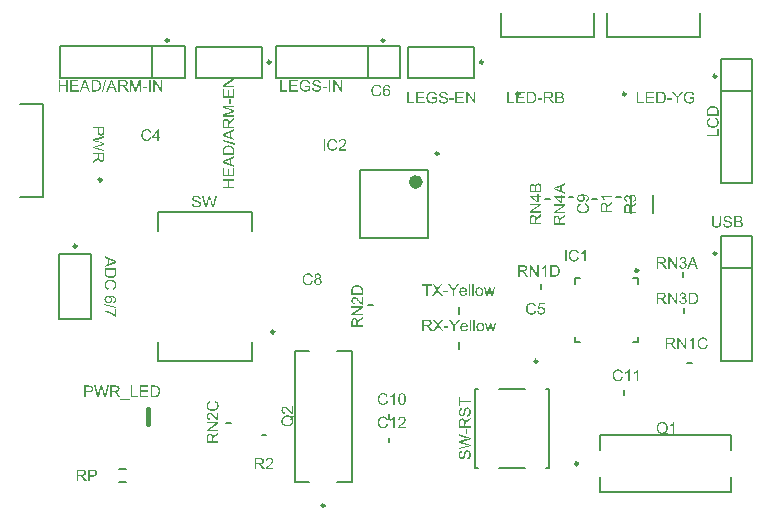
<source format=gto>
G04*
G04 #@! TF.GenerationSoftware,Altium Limited,Altium Designer,23.5.1 (21)*
G04*
G04 Layer_Color=65535*
%FSLAX44Y44*%
%MOMM*%
G71*
G04*
G04 #@! TF.SameCoordinates,638B95CD-29A4-4EC3-B0C2-DC090694CFED*
G04*
G04*
G04 #@! TF.FilePolarity,Positive*
G04*
G01*
G75*
%ADD10C,0.2500*%
%ADD11C,0.6000*%
%ADD12C,0.2000*%
%ADD13C,0.1500*%
%ADD14C,0.4000*%
G36*
X572771Y249940D02*
X572869D01*
X573137Y249912D01*
X573433Y249870D01*
X573743Y249799D01*
X574082Y249715D01*
X574392Y249602D01*
X574406D01*
X574434Y249588D01*
X574476Y249560D01*
X574533Y249531D01*
X574674Y249461D01*
X574857Y249334D01*
X575068Y249193D01*
X575280Y249010D01*
X575477Y248798D01*
X575661Y248559D01*
Y248545D01*
X575675Y248531D01*
X575703Y248488D01*
X575731Y248446D01*
X575802Y248305D01*
X575886Y248122D01*
X575985Y247896D01*
X576055Y247628D01*
X576126Y247346D01*
X576154Y247036D01*
X574913Y246938D01*
Y246952D01*
Y246980D01*
X574899Y247022D01*
X574885Y247093D01*
X574843Y247248D01*
X574786Y247459D01*
X574702Y247685D01*
X574575Y247910D01*
X574420Y248122D01*
X574223Y248319D01*
X574194Y248333D01*
X574124Y248389D01*
X573983Y248474D01*
X573800Y248559D01*
X573560Y248643D01*
X573278Y248728D01*
X572926Y248784D01*
X572531Y248798D01*
X572334D01*
X572249Y248784D01*
X572136Y248770D01*
X571883Y248742D01*
X571601Y248686D01*
X571319Y248615D01*
X571051Y248502D01*
X570938Y248432D01*
X570825Y248361D01*
X570797Y248347D01*
X570741Y248291D01*
X570656Y248192D01*
X570572Y248079D01*
X570473Y247924D01*
X570388Y247755D01*
X570332Y247558D01*
X570304Y247332D01*
Y247304D01*
Y247248D01*
X570318Y247149D01*
X570346Y247036D01*
X570388Y246895D01*
X570459Y246754D01*
X570543Y246613D01*
X570670Y246472D01*
X570684Y246458D01*
X570755Y246416D01*
X570811Y246374D01*
X570868Y246346D01*
X570952Y246303D01*
X571051Y246247D01*
X571178Y246204D01*
X571319Y246148D01*
X571474Y246092D01*
X571657Y246021D01*
X571854Y245965D01*
X572080Y245894D01*
X572334Y245838D01*
X572616Y245767D01*
X572630D01*
X572686Y245753D01*
X572771Y245739D01*
X572869Y245711D01*
X572996Y245683D01*
X573151Y245641D01*
X573306Y245598D01*
X573475Y245556D01*
X573842Y245457D01*
X574194Y245359D01*
X574364Y245302D01*
X574519Y245246D01*
X574660Y245204D01*
X574772Y245147D01*
X574786D01*
X574815Y245133D01*
X574857Y245105D01*
X574913Y245077D01*
X575068Y244992D01*
X575252Y244879D01*
X575463Y244724D01*
X575675Y244555D01*
X575872Y244358D01*
X576041Y244146D01*
X576055Y244118D01*
X576112Y244048D01*
X576168Y243921D01*
X576253Y243752D01*
X576323Y243554D01*
X576394Y243315D01*
X576436Y243047D01*
X576450Y242765D01*
Y242751D01*
Y242737D01*
Y242694D01*
Y242638D01*
X576422Y242483D01*
X576394Y242285D01*
X576337Y242060D01*
X576267Y241820D01*
X576154Y241567D01*
X575999Y241299D01*
Y241285D01*
X575985Y241271D01*
X575914Y241186D01*
X575816Y241059D01*
X575675Y240918D01*
X575491Y240749D01*
X575266Y240566D01*
X575012Y240396D01*
X574716Y240242D01*
X574702D01*
X574674Y240227D01*
X574631Y240213D01*
X574575Y240185D01*
X574491Y240157D01*
X574392Y240115D01*
X574166Y240058D01*
X573898Y239988D01*
X573574Y239917D01*
X573222Y239875D01*
X572841Y239861D01*
X572616D01*
X572503Y239875D01*
X572376D01*
X572235Y239889D01*
X572066Y239903D01*
X571713Y239960D01*
X571347Y240016D01*
X570980Y240115D01*
X570628Y240242D01*
X570614D01*
X570586Y240256D01*
X570543Y240284D01*
X570487Y240312D01*
X570318Y240396D01*
X570120Y240523D01*
X569895Y240693D01*
X569655Y240890D01*
X569430Y241130D01*
X569218Y241397D01*
Y241411D01*
X569190Y241440D01*
X569176Y241482D01*
X569134Y241538D01*
X569105Y241609D01*
X569063Y241693D01*
X568964Y241905D01*
X568866Y242173D01*
X568781Y242469D01*
X568725Y242807D01*
X568697Y243160D01*
X569909Y243272D01*
Y243258D01*
Y243244D01*
X569923Y243202D01*
Y243145D01*
X569951Y243019D01*
X569994Y242835D01*
X570050Y242652D01*
X570106Y242441D01*
X570205Y242243D01*
X570304Y242060D01*
X570318Y242046D01*
X570360Y241989D01*
X570430Y241891D01*
X570543Y241792D01*
X570684Y241665D01*
X570839Y241538D01*
X571051Y241411D01*
X571276Y241299D01*
X571290D01*
X571305Y241285D01*
X571347Y241271D01*
X571389Y241256D01*
X571530Y241214D01*
X571713Y241158D01*
X571939Y241101D01*
X572193Y241059D01*
X572475Y241031D01*
X572785Y241017D01*
X572912D01*
X573053Y241031D01*
X573222Y241045D01*
X573419Y241073D01*
X573645Y241101D01*
X573870Y241158D01*
X574082Y241228D01*
X574110Y241242D01*
X574180Y241271D01*
X574279Y241327D01*
X574406Y241383D01*
X574533Y241482D01*
X574674Y241581D01*
X574815Y241693D01*
X574927Y241834D01*
X574942Y241849D01*
X574970Y241905D01*
X575012Y241975D01*
X575068Y242088D01*
X575125Y242201D01*
X575167Y242342D01*
X575195Y242497D01*
X575209Y242666D01*
Y242680D01*
Y242751D01*
X575195Y242835D01*
X575181Y242948D01*
X575139Y243061D01*
X575097Y243202D01*
X575026Y243343D01*
X574927Y243470D01*
X574913Y243484D01*
X574871Y243526D01*
X574815Y243582D01*
X574716Y243667D01*
X574603Y243752D01*
X574448Y243850D01*
X574265Y243949D01*
X574053Y244034D01*
X574039Y244048D01*
X573969Y244062D01*
X573856Y244104D01*
X573786Y244118D01*
X573687Y244146D01*
X573588Y244189D01*
X573461Y244217D01*
X573320Y244259D01*
X573151Y244301D01*
X572982Y244344D01*
X572785Y244400D01*
X572559Y244457D01*
X572319Y244513D01*
X572305D01*
X572263Y244527D01*
X572193Y244541D01*
X572108Y244569D01*
X571995Y244597D01*
X571868Y244626D01*
X571586Y244710D01*
X571276Y244809D01*
X570952Y244908D01*
X570670Y245006D01*
X570543Y245063D01*
X570430Y245119D01*
X570416D01*
X570402Y245133D01*
X570318Y245189D01*
X570191Y245260D01*
X570050Y245373D01*
X569881Y245500D01*
X569712Y245655D01*
X569542Y245838D01*
X569402Y246035D01*
X569387Y246063D01*
X569345Y246134D01*
X569289Y246247D01*
X569232Y246388D01*
X569176Y246571D01*
X569119Y246782D01*
X569077Y247008D01*
X569063Y247248D01*
Y247262D01*
Y247276D01*
Y247318D01*
Y247374D01*
X569091Y247516D01*
X569119Y247699D01*
X569162Y247910D01*
X569232Y248150D01*
X569331Y248389D01*
X569472Y248629D01*
Y248643D01*
X569486Y248657D01*
X569557Y248742D01*
X569655Y248855D01*
X569782Y248996D01*
X569951Y249151D01*
X570163Y249320D01*
X570416Y249475D01*
X570698Y249616D01*
X570713D01*
X570741Y249630D01*
X570783Y249644D01*
X570839Y249672D01*
X570910Y249701D01*
X571008Y249729D01*
X571220Y249785D01*
X571488Y249841D01*
X571798Y249898D01*
X572122Y249940D01*
X572489Y249954D01*
X572672D01*
X572771Y249940D01*
D02*
G37*
G36*
X566977Y244146D02*
Y244132D01*
Y244076D01*
Y244005D01*
Y243907D01*
X566963Y243780D01*
Y243639D01*
X566949Y243470D01*
X566935Y243300D01*
X566892Y242920D01*
X566836Y242525D01*
X566751Y242145D01*
X566695Y241961D01*
X566638Y241792D01*
Y241778D01*
X566624Y241750D01*
X566596Y241707D01*
X566568Y241651D01*
X566483Y241496D01*
X566357Y241299D01*
X566187Y241073D01*
X565990Y240848D01*
X565736Y240608D01*
X565426Y240396D01*
X565412D01*
X565384Y240368D01*
X565341Y240354D01*
X565271Y240312D01*
X565186Y240270D01*
X565074Y240227D01*
X564961Y240185D01*
X564820Y240129D01*
X564665Y240072D01*
X564496Y240030D01*
X564312Y239988D01*
X564101Y239945D01*
X563890Y239917D01*
X563664Y239889D01*
X563157Y239861D01*
X563030D01*
X562931Y239875D01*
X562818D01*
X562677Y239889D01*
X562522Y239903D01*
X562367Y239917D01*
X562015Y239974D01*
X561634Y240058D01*
X561268Y240171D01*
X560915Y240326D01*
X560901D01*
X560873Y240354D01*
X560830Y240382D01*
X560774Y240411D01*
X560619Y240523D01*
X560436Y240679D01*
X560224Y240876D01*
X560027Y241101D01*
X559830Y241383D01*
X559674Y241693D01*
Y241707D01*
X559660Y241736D01*
X559646Y241792D01*
X559618Y241863D01*
X559590Y241947D01*
X559562Y242060D01*
X559520Y242187D01*
X559491Y242342D01*
X559463Y242511D01*
X559421Y242694D01*
X559393Y242892D01*
X559364Y243103D01*
X559336Y243343D01*
X559322Y243596D01*
X559308Y243864D01*
Y244146D01*
Y249785D01*
X560605D01*
Y244146D01*
Y244132D01*
Y244090D01*
Y244020D01*
Y243935D01*
X560619Y243836D01*
Y243709D01*
X560633Y243442D01*
X560661Y243131D01*
X560704Y242821D01*
X560760Y242525D01*
X560788Y242398D01*
X560830Y242271D01*
X560845Y242243D01*
X560873Y242173D01*
X560943Y242074D01*
X561028Y241933D01*
X561127Y241792D01*
X561268Y241637D01*
X561437Y241482D01*
X561634Y241355D01*
X561662Y241341D01*
X561733Y241299D01*
X561860Y241256D01*
X562029Y241200D01*
X562226Y241130D01*
X562480Y241087D01*
X562748Y241045D01*
X563044Y241031D01*
X563185D01*
X563269Y241045D01*
X563396D01*
X563523Y241059D01*
X563833Y241115D01*
X564171Y241186D01*
X564496Y241299D01*
X564806Y241454D01*
X564947Y241553D01*
X565074Y241665D01*
X565088Y241679D01*
X565102Y241693D01*
X565130Y241736D01*
X565172Y241792D01*
X565215Y241877D01*
X565271Y241961D01*
X565327Y242088D01*
X565384Y242215D01*
X565440Y242370D01*
X565482Y242553D01*
X565539Y242765D01*
X565581Y242990D01*
X565624Y243244D01*
X565652Y243512D01*
X565680Y243822D01*
Y244146D01*
Y249785D01*
X566977D01*
Y244146D01*
D02*
G37*
G36*
X582103Y249771D02*
X582216D01*
X582469Y249743D01*
X582751Y249715D01*
X583047Y249658D01*
X583343Y249588D01*
X583611Y249489D01*
X583625D01*
X583639Y249475D01*
X583724Y249433D01*
X583851Y249362D01*
X583992Y249263D01*
X584161Y249137D01*
X584344Y248982D01*
X584513Y248784D01*
X584669Y248573D01*
X584683Y248545D01*
X584725Y248460D01*
X584795Y248347D01*
X584866Y248178D01*
X584936Y247981D01*
X585007Y247769D01*
X585049Y247530D01*
X585063Y247290D01*
Y247262D01*
Y247191D01*
X585049Y247064D01*
X585021Y246909D01*
X584979Y246726D01*
X584908Y246529D01*
X584824Y246331D01*
X584711Y246120D01*
X584697Y246092D01*
X584654Y246035D01*
X584570Y245923D01*
X584457Y245810D01*
X584316Y245669D01*
X584147Y245514D01*
X583936Y245373D01*
X583696Y245232D01*
X583710D01*
X583738Y245218D01*
X583780Y245204D01*
X583837Y245175D01*
X584006Y245119D01*
X584203Y245020D01*
X584415Y244893D01*
X584654Y244738D01*
X584866Y244555D01*
X585063Y244330D01*
X585077Y244301D01*
X585134Y244217D01*
X585218Y244090D01*
X585303Y243921D01*
X585387Y243695D01*
X585472Y243456D01*
X585528Y243174D01*
X585542Y242864D01*
Y242849D01*
Y242835D01*
Y242751D01*
X585528Y242610D01*
X585500Y242441D01*
X585472Y242243D01*
X585416Y242032D01*
X585345Y241806D01*
X585247Y241581D01*
X585232Y241553D01*
X585190Y241482D01*
X585134Y241383D01*
X585049Y241242D01*
X584936Y241101D01*
X584824Y240946D01*
X584683Y240791D01*
X584528Y240664D01*
X584513Y240650D01*
X584457Y240608D01*
X584358Y240552D01*
X584231Y240495D01*
X584076Y240411D01*
X583893Y240326D01*
X583696Y240256D01*
X583456Y240185D01*
X583428D01*
X583343Y240157D01*
X583202Y240143D01*
X583019Y240115D01*
X582794Y240086D01*
X582526Y240058D01*
X582230Y240044D01*
X581891Y240030D01*
X578170D01*
Y249785D01*
X582004D01*
X582103Y249771D01*
D02*
G37*
G36*
X327548Y187235D02*
X331199Y182118D01*
X329606D01*
X327139Y185586D01*
X327125Y185600D01*
X327097Y185642D01*
X327069Y185699D01*
X327012Y185769D01*
X326885Y185966D01*
X326744Y186178D01*
X326730Y186164D01*
X326688Y186108D01*
X326632Y186023D01*
X326561Y185910D01*
X326406Y185685D01*
X326335Y185586D01*
X326279Y185501D01*
X323812Y182118D01*
X322262D01*
X326025Y187165D01*
X322699Y191873D01*
X324235D01*
X326011Y189364D01*
Y189350D01*
X326040Y189336D01*
X326068Y189293D01*
X326110Y189237D01*
X326194Y189096D01*
X326321Y188927D01*
X326448Y188729D01*
X326575Y188532D01*
X326688Y188349D01*
X326787Y188180D01*
X326801Y188208D01*
X326843Y188264D01*
X326913Y188377D01*
X327012Y188518D01*
X327125Y188673D01*
X327266Y188871D01*
X327407Y189068D01*
X327576Y189279D01*
X329521Y191873D01*
X330931D01*
X327548Y187235D01*
D02*
G37*
G36*
X340926Y186248D02*
Y182118D01*
X339629D01*
Y186248D01*
X335865Y191873D01*
X337430D01*
X339347Y188913D01*
Y188899D01*
X339375Y188871D01*
X339403Y188828D01*
X339432Y188772D01*
X339488Y188701D01*
X339544Y188617D01*
X339671Y188405D01*
X339826Y188151D01*
X339995Y187870D01*
X340179Y187574D01*
X340348Y187263D01*
Y187278D01*
X340362Y187306D01*
X340390Y187348D01*
X340433Y187404D01*
X340475Y187475D01*
X340531Y187559D01*
X340658Y187771D01*
X340813Y188025D01*
X340996Y188321D01*
X341208Y188645D01*
X341433Y188997D01*
X343308Y191873D01*
X344817D01*
X340926Y186248D01*
D02*
G37*
G36*
X335428Y185050D02*
X331721D01*
Y186248D01*
X335428D01*
Y185050D01*
D02*
G37*
G36*
X373659Y182118D02*
X372433D01*
X371305Y186347D01*
X371023Y187559D01*
X369599Y182118D01*
X368330D01*
X366188Y189195D01*
X367442D01*
X368570Y185107D01*
X368965Y183584D01*
Y183598D01*
X368979Y183626D01*
X368993Y183697D01*
X369007Y183739D01*
X369021Y183810D01*
X369035Y183894D01*
X369063Y183993D01*
X369092Y184106D01*
X369134Y184247D01*
X369176Y184402D01*
X369219Y184585D01*
X369275Y184796D01*
X369331Y185036D01*
X370459Y189195D01*
X371686D01*
X372743Y185078D01*
X373095Y183725D01*
X373504Y185093D01*
X374716Y189195D01*
X375886D01*
X373659Y182118D01*
D02*
G37*
G36*
X357617D02*
X356418D01*
Y191873D01*
X357617D01*
Y182118D01*
D02*
G37*
G36*
X354586D02*
X353388D01*
Y191873D01*
X354586D01*
Y182118D01*
D02*
G37*
G36*
X321923Y190717D02*
X318709D01*
Y182118D01*
X317412D01*
Y190717D01*
X314198D01*
Y191873D01*
X321923D01*
Y190717D01*
D02*
G37*
G36*
X362579Y189336D02*
X362706Y189322D01*
X362847Y189293D01*
X363002Y189265D01*
X363185Y189237D01*
X363566Y189110D01*
X363763Y189040D01*
X363960Y188941D01*
X364158Y188842D01*
X364355Y188701D01*
X364538Y188560D01*
X364722Y188391D01*
X364736Y188377D01*
X364764Y188349D01*
X364806Y188293D01*
X364863Y188222D01*
X364933Y188123D01*
X365018Y187996D01*
X365102Y187855D01*
X365187Y187700D01*
X365271Y187531D01*
X365356Y187320D01*
X365441Y187108D01*
X365511Y186869D01*
X365568Y186615D01*
X365610Y186347D01*
X365638Y186065D01*
X365652Y185755D01*
Y185741D01*
Y185699D01*
Y185628D01*
Y185529D01*
X365638Y185417D01*
X365624Y185276D01*
Y185135D01*
X365596Y184980D01*
X365553Y184627D01*
X365469Y184275D01*
X365370Y183922D01*
X365229Y183598D01*
Y183584D01*
X365215Y183570D01*
X365187Y183528D01*
X365159Y183471D01*
X365060Y183330D01*
X364933Y183161D01*
X364764Y182964D01*
X364552Y182766D01*
X364313Y182569D01*
X364031Y182386D01*
X364017D01*
X364003Y182372D01*
X363960Y182344D01*
X363890Y182315D01*
X363819Y182287D01*
X363735Y182259D01*
X363523Y182174D01*
X363284Y182104D01*
X362988Y182033D01*
X362678Y181977D01*
X362339Y181963D01*
X362198D01*
X362085Y181977D01*
X361959Y181991D01*
X361818Y182019D01*
X361648Y182048D01*
X361479Y182076D01*
X361099Y182188D01*
X360887Y182273D01*
X360690Y182358D01*
X360493Y182470D01*
X360295Y182597D01*
X360112Y182738D01*
X359929Y182907D01*
X359915Y182922D01*
X359886Y182950D01*
X359844Y183006D01*
X359788Y183091D01*
X359717Y183189D01*
X359647Y183302D01*
X359562Y183443D01*
X359478Y183612D01*
X359393Y183796D01*
X359308Y184007D01*
X359238Y184233D01*
X359167Y184472D01*
X359111Y184740D01*
X359069Y185022D01*
X359041Y185332D01*
X359026Y185656D01*
Y185685D01*
Y185741D01*
X359041Y185840D01*
Y185981D01*
X359055Y186136D01*
X359083Y186333D01*
X359111Y186530D01*
X359167Y186756D01*
X359224Y186982D01*
X359294Y187221D01*
X359379Y187475D01*
X359492Y187715D01*
X359604Y187940D01*
X359759Y188166D01*
X359915Y188377D01*
X360112Y188560D01*
X360126Y188574D01*
X360154Y188589D01*
X360211Y188631D01*
X360281Y188687D01*
X360366Y188744D01*
X360479Y188814D01*
X360591Y188885D01*
X360732Y188955D01*
X360887Y189025D01*
X361056Y189096D01*
X361437Y189223D01*
X361874Y189322D01*
X362100Y189336D01*
X362339Y189350D01*
X362480D01*
X362579Y189336D01*
D02*
G37*
G36*
X348961D02*
X349074Y189322D01*
X349215Y189293D01*
X349370Y189265D01*
X349553Y189223D01*
X349722Y189181D01*
X349920Y189110D01*
X350103Y189040D01*
X350300Y188941D01*
X350498Y188828D01*
X350695Y188701D01*
X350878Y188546D01*
X351048Y188377D01*
X351062Y188363D01*
X351090Y188335D01*
X351132Y188278D01*
X351189Y188194D01*
X351259Y188095D01*
X351329Y187982D01*
X351414Y187841D01*
X351499Y187672D01*
X351583Y187489D01*
X351668Y187292D01*
X351738Y187066D01*
X351809Y186826D01*
X351865Y186559D01*
X351908Y186277D01*
X351936Y185981D01*
X351950Y185656D01*
Y185642D01*
Y185586D01*
Y185487D01*
X351936Y185346D01*
X346649D01*
Y185332D01*
Y185290D01*
X346663Y185233D01*
Y185149D01*
X346678Y185050D01*
X346706Y184937D01*
X346748Y184684D01*
X346833Y184402D01*
X346945Y184092D01*
X347100Y183810D01*
X347298Y183556D01*
X347312D01*
X347326Y183528D01*
X347411Y183457D01*
X347537Y183358D01*
X347707Y183260D01*
X347932Y183147D01*
X348186Y183048D01*
X348468Y182978D01*
X348623Y182964D01*
X348792Y182950D01*
X348905D01*
X349032Y182964D01*
X349187Y182992D01*
X349356Y183034D01*
X349553Y183091D01*
X349737Y183175D01*
X349920Y183288D01*
X349934Y183302D01*
X350004Y183358D01*
X350089Y183443D01*
X350188Y183556D01*
X350300Y183711D01*
X350427Y183908D01*
X350554Y184134D01*
X350667Y184402D01*
X351908Y184247D01*
Y184233D01*
X351893Y184204D01*
X351879Y184148D01*
X351851Y184063D01*
X351809Y183979D01*
X351767Y183866D01*
X351654Y183626D01*
X351513Y183358D01*
X351315Y183077D01*
X351090Y182809D01*
X350808Y182555D01*
X350794D01*
X350766Y182527D01*
X350723Y182499D01*
X350667Y182456D01*
X350582Y182414D01*
X350498Y182372D01*
X350385Y182315D01*
X350258Y182259D01*
X350117Y182203D01*
X349976Y182146D01*
X349624Y182062D01*
X349229Y181991D01*
X348792Y181963D01*
X348637D01*
X348538Y181977D01*
X348411Y181991D01*
X348256Y182019D01*
X348087Y182048D01*
X347904Y182076D01*
X347509Y182188D01*
X347298Y182273D01*
X347100Y182358D01*
X346889Y182470D01*
X346692Y182597D01*
X346508Y182738D01*
X346325Y182907D01*
X346311Y182922D01*
X346283Y182950D01*
X346241Y183006D01*
X346184Y183091D01*
X346114Y183189D01*
X346043Y183302D01*
X345959Y183443D01*
X345874Y183598D01*
X345789Y183781D01*
X345705Y183979D01*
X345634Y184204D01*
X345564Y184444D01*
X345507Y184698D01*
X345465Y184980D01*
X345437Y185276D01*
X345423Y185586D01*
Y185600D01*
Y185670D01*
Y185755D01*
X345437Y185882D01*
X345451Y186037D01*
X345465Y186206D01*
X345493Y186404D01*
X345536Y186601D01*
X345648Y187052D01*
X345719Y187278D01*
X345803Y187517D01*
X345916Y187743D01*
X346043Y187954D01*
X346184Y188166D01*
X346339Y188363D01*
X346353Y188377D01*
X346381Y188405D01*
X346438Y188448D01*
X346508Y188518D01*
X346593Y188589D01*
X346706Y188673D01*
X346833Y188772D01*
X346988Y188856D01*
X347143Y188955D01*
X347326Y189040D01*
X347523Y189124D01*
X347735Y189195D01*
X347960Y189265D01*
X348200Y189307D01*
X348454Y189336D01*
X348722Y189350D01*
X348862D01*
X348961Y189336D01*
D02*
G37*
G36*
X346278Y93218D02*
X354878D01*
Y91921D01*
X346278D01*
Y88707D01*
X345122D01*
Y96432D01*
X346278D01*
Y93218D01*
D02*
G37*
G36*
X352425Y87635D02*
X352622Y87607D01*
X352848Y87551D01*
X353087Y87480D01*
X353341Y87367D01*
X353609Y87212D01*
X353623D01*
X353637Y87198D01*
X353722Y87128D01*
X353848Y87029D01*
X353989Y86888D01*
X354159Y86705D01*
X354342Y86479D01*
X354511Y86226D01*
X354666Y85930D01*
Y85916D01*
X354680Y85887D01*
X354694Y85845D01*
X354723Y85789D01*
X354751Y85704D01*
X354793Y85605D01*
X354849Y85380D01*
X354920Y85112D01*
X354990Y84788D01*
X355033Y84435D01*
X355047Y84055D01*
Y83829D01*
X355033Y83716D01*
Y83589D01*
X355019Y83449D01*
X355004Y83279D01*
X354948Y82927D01*
X354892Y82561D01*
X354793Y82194D01*
X354666Y81841D01*
Y81827D01*
X354652Y81799D01*
X354624Y81757D01*
X354596Y81700D01*
X354511Y81531D01*
X354384Y81334D01*
X354215Y81109D01*
X354018Y80869D01*
X353778Y80643D01*
X353510Y80432D01*
X353496D01*
X353468Y80404D01*
X353426Y80389D01*
X353369Y80347D01*
X353299Y80319D01*
X353214Y80277D01*
X353003Y80178D01*
X352735Y80079D01*
X352439Y79995D01*
X352100Y79938D01*
X351748Y79910D01*
X351635Y81123D01*
X351649D01*
X351663D01*
X351706Y81137D01*
X351762D01*
X351889Y81165D01*
X352072Y81207D01*
X352256Y81264D01*
X352467Y81320D01*
X352664Y81419D01*
X352848Y81517D01*
X352862Y81531D01*
X352918Y81574D01*
X353017Y81644D01*
X353115Y81757D01*
X353242Y81898D01*
X353369Y82053D01*
X353496Y82264D01*
X353609Y82490D01*
Y82504D01*
X353623Y82518D01*
X353637Y82561D01*
X353651Y82603D01*
X353693Y82744D01*
X353750Y82927D01*
X353806Y83153D01*
X353848Y83406D01*
X353877Y83688D01*
X353891Y83998D01*
Y84125D01*
X353877Y84266D01*
X353863Y84435D01*
X353834Y84633D01*
X353806Y84858D01*
X353750Y85084D01*
X353679Y85295D01*
X353665Y85323D01*
X353637Y85394D01*
X353581Y85493D01*
X353524Y85619D01*
X353426Y85746D01*
X353327Y85887D01*
X353214Y86028D01*
X353073Y86141D01*
X353059Y86155D01*
X353003Y86183D01*
X352932Y86226D01*
X352819Y86282D01*
X352707Y86339D01*
X352566Y86381D01*
X352411Y86409D01*
X352241Y86423D01*
X352227D01*
X352157D01*
X352072Y86409D01*
X351959Y86395D01*
X351847Y86353D01*
X351706Y86310D01*
X351565Y86240D01*
X351438Y86141D01*
X351424Y86127D01*
X351381Y86085D01*
X351325Y86028D01*
X351241Y85930D01*
X351156Y85817D01*
X351057Y85662D01*
X350959Y85478D01*
X350874Y85267D01*
X350860Y85253D01*
X350846Y85183D01*
X350803Y85070D01*
X350789Y84999D01*
X350761Y84901D01*
X350719Y84802D01*
X350691Y84675D01*
X350648Y84534D01*
X350606Y84365D01*
X350564Y84196D01*
X350508Y83998D01*
X350451Y83773D01*
X350395Y83533D01*
Y83519D01*
X350381Y83477D01*
X350367Y83406D01*
X350338Y83322D01*
X350310Y83209D01*
X350282Y83082D01*
X350197Y82800D01*
X350099Y82490D01*
X350000Y82166D01*
X349901Y81884D01*
X349845Y81757D01*
X349789Y81644D01*
Y81630D01*
X349774Y81616D01*
X349718Y81531D01*
X349648Y81404D01*
X349535Y81264D01*
X349408Y81094D01*
X349253Y80925D01*
X349070Y80756D01*
X348872Y80615D01*
X348844Y80601D01*
X348773Y80559D01*
X348661Y80502D01*
X348520Y80446D01*
X348336Y80389D01*
X348125Y80333D01*
X347900Y80291D01*
X347660Y80277D01*
X347646D01*
X347632D01*
X347589D01*
X347533D01*
X347392Y80305D01*
X347209Y80333D01*
X346997Y80375D01*
X346758Y80446D01*
X346518Y80545D01*
X346278Y80686D01*
X346264D01*
X346250Y80700D01*
X346166Y80770D01*
X346053Y80869D01*
X345912Y80996D01*
X345757Y81165D01*
X345588Y81376D01*
X345433Y81630D01*
X345292Y81912D01*
Y81926D01*
X345277Y81954D01*
X345263Y81997D01*
X345235Y82053D01*
X345207Y82123D01*
X345179Y82222D01*
X345122Y82434D01*
X345066Y82701D01*
X345010Y83012D01*
X344967Y83336D01*
X344953Y83702D01*
Y83886D01*
X344967Y83984D01*
Y84083D01*
X344996Y84351D01*
X345038Y84647D01*
X345108Y84957D01*
X345193Y85295D01*
X345306Y85605D01*
Y85619D01*
X345320Y85648D01*
X345348Y85690D01*
X345376Y85746D01*
X345447Y85887D01*
X345574Y86071D01*
X345714Y86282D01*
X345898Y86494D01*
X346109Y86691D01*
X346349Y86874D01*
X346363D01*
X346377Y86888D01*
X346419Y86916D01*
X346462Y86945D01*
X346603Y87015D01*
X346786Y87100D01*
X347011Y87198D01*
X347279Y87269D01*
X347561Y87339D01*
X347871Y87367D01*
X347970Y86127D01*
X347956D01*
X347928D01*
X347885Y86113D01*
X347815Y86099D01*
X347660Y86056D01*
X347448Y86000D01*
X347223Y85916D01*
X346997Y85789D01*
X346786Y85634D01*
X346589Y85436D01*
X346574Y85408D01*
X346518Y85338D01*
X346433Y85197D01*
X346349Y85013D01*
X346264Y84774D01*
X346180Y84492D01*
X346123Y84139D01*
X346109Y83745D01*
Y83547D01*
X346123Y83463D01*
X346137Y83350D01*
X346166Y83096D01*
X346222Y82814D01*
X346292Y82532D01*
X346405Y82264D01*
X346476Y82152D01*
X346546Y82039D01*
X346560Y82011D01*
X346617Y81954D01*
X346715Y81870D01*
X346828Y81785D01*
X346983Y81686D01*
X347152Y81602D01*
X347350Y81545D01*
X347575Y81517D01*
X347603D01*
X347660D01*
X347759Y81531D01*
X347871Y81560D01*
X348012Y81602D01*
X348153Y81672D01*
X348294Y81757D01*
X348435Y81884D01*
X348449Y81898D01*
X348492Y81968D01*
X348534Y82025D01*
X348562Y82081D01*
X348604Y82166D01*
X348661Y82264D01*
X348703Y82391D01*
X348759Y82532D01*
X348816Y82687D01*
X348886Y82871D01*
X348943Y83068D01*
X349013Y83294D01*
X349070Y83547D01*
X349140Y83829D01*
Y83843D01*
X349154Y83900D01*
X349168Y83984D01*
X349197Y84083D01*
X349225Y84210D01*
X349267Y84365D01*
X349309Y84520D01*
X349352Y84689D01*
X349450Y85056D01*
X349549Y85408D01*
X349605Y85577D01*
X349662Y85732D01*
X349704Y85873D01*
X349760Y85986D01*
Y86000D01*
X349774Y86028D01*
X349803Y86071D01*
X349831Y86127D01*
X349915Y86282D01*
X350028Y86465D01*
X350183Y86677D01*
X350352Y86888D01*
X350550Y87086D01*
X350761Y87255D01*
X350789Y87269D01*
X350860Y87325D01*
X350987Y87382D01*
X351156Y87466D01*
X351353Y87537D01*
X351593Y87607D01*
X351861Y87649D01*
X352143Y87664D01*
X352157D01*
X352171D01*
X352213D01*
X352270D01*
X352425Y87635D01*
D02*
G37*
G36*
X354878Y77485D02*
X352848Y76203D01*
X352834D01*
X352805Y76175D01*
X352763Y76146D01*
X352707Y76104D01*
X352551Y76005D01*
X352354Y75879D01*
X352143Y75723D01*
X351917Y75568D01*
X351706Y75413D01*
X351508Y75272D01*
X351494Y75258D01*
X351438Y75216D01*
X351353Y75145D01*
X351255Y75047D01*
X351043Y74835D01*
X350945Y74722D01*
X350860Y74610D01*
X350846Y74596D01*
X350832Y74567D01*
X350803Y74511D01*
X350761Y74426D01*
X350719Y74342D01*
X350677Y74243D01*
X350606Y74018D01*
Y74004D01*
X350592Y73975D01*
Y73919D01*
X350578Y73849D01*
X350564Y73750D01*
Y73637D01*
X350550Y73482D01*
Y71819D01*
X354878D01*
Y70522D01*
X345122D01*
Y75047D01*
X345136Y75160D01*
Y75286D01*
X345151Y75582D01*
X345193Y75893D01*
X345235Y76231D01*
X345306Y76541D01*
X345348Y76696D01*
X345390Y76823D01*
Y76837D01*
X345404Y76851D01*
X345447Y76936D01*
X345503Y77063D01*
X345602Y77218D01*
X345729Y77387D01*
X345898Y77570D01*
X346095Y77739D01*
X346321Y77909D01*
X346335D01*
X346349Y77923D01*
X346433Y77979D01*
X346574Y78035D01*
X346758Y78120D01*
X346969Y78190D01*
X347223Y78261D01*
X347491Y78303D01*
X347787Y78317D01*
X347801D01*
X347829D01*
X347885D01*
X347956Y78303D01*
X348055D01*
X348153Y78289D01*
X348393Y78233D01*
X348675Y78148D01*
X348971Y78035D01*
X349267Y77866D01*
X349408Y77753D01*
X349549Y77641D01*
X349563Y77627D01*
X349577Y77612D01*
X349619Y77570D01*
X349662Y77514D01*
X349718Y77443D01*
X349774Y77359D01*
X349845Y77246D01*
X349930Y77133D01*
X350000Y76992D01*
X350070Y76837D01*
X350155Y76668D01*
X350225Y76485D01*
X350282Y76273D01*
X350352Y76062D01*
X350395Y75822D01*
X350437Y75568D01*
X350451Y75596D01*
X350479Y75653D01*
X350536Y75738D01*
X350592Y75850D01*
X350747Y76104D01*
X350846Y76231D01*
X350930Y76344D01*
X350959Y76372D01*
X351029Y76442D01*
X351142Y76555D01*
X351283Y76696D01*
X351480Y76851D01*
X351692Y77034D01*
X351945Y77218D01*
X352227Y77415D01*
X354878Y79093D01*
Y77485D01*
D02*
G37*
G36*
X351945Y65334D02*
X350747D01*
Y69041D01*
X351945D01*
Y65334D01*
D02*
G37*
G36*
X354878Y62077D02*
Y60809D01*
X347448Y58765D01*
X347434D01*
X347406Y58751D01*
X347364Y58737D01*
X347293Y58722D01*
X347138Y58680D01*
X346955Y58638D01*
X346758Y58582D01*
X346574Y58525D01*
X346419Y58483D01*
X346349Y58469D01*
X346307Y58455D01*
X346321D01*
X346335Y58440D01*
X346419Y58426D01*
X346546Y58398D01*
X346701Y58356D01*
X346870Y58314D01*
X347068Y58257D01*
X347265Y58215D01*
X347448Y58159D01*
X354878Y56100D01*
Y54747D01*
X345122Y52196D01*
Y53535D01*
X351522Y54987D01*
X351537D01*
X351565Y55001D01*
X351621Y55015D01*
X351692Y55029D01*
X351790Y55043D01*
X351889Y55071D01*
X352016Y55100D01*
X352157Y55128D01*
X352453Y55198D01*
X352791Y55269D01*
X353158Y55339D01*
X353524Y55410D01*
X353510D01*
X353454Y55424D01*
X353383Y55452D01*
X353270Y55466D01*
X353158Y55494D01*
X353017Y55536D01*
X352707Y55607D01*
X352397Y55692D01*
X352241Y55720D01*
X352100Y55762D01*
X351974Y55790D01*
X351861Y55819D01*
X351776Y55847D01*
X351720Y55861D01*
X345122Y57708D01*
Y59272D01*
X350070Y60654D01*
X350085D01*
X350155Y60682D01*
X350254Y60710D01*
X350381Y60738D01*
X350550Y60781D01*
X350733Y60837D01*
X350945Y60893D01*
X351184Y60950D01*
X351452Y61020D01*
X351720Y61077D01*
X352298Y61203D01*
X352904Y61330D01*
X353524Y61429D01*
X353510D01*
X353482Y61443D01*
X353426D01*
X353355Y61471D01*
X353270Y61485D01*
X353172Y61514D01*
X353045Y61528D01*
X352904Y61570D01*
X352594Y61641D01*
X352227Y61725D01*
X351833Y61810D01*
X351396Y61922D01*
X345122Y63445D01*
Y64756D01*
X354878Y62077D01*
D02*
G37*
G36*
X352425Y51293D02*
X352622Y51265D01*
X352848Y51209D01*
X353087Y51138D01*
X353341Y51026D01*
X353609Y50870D01*
X353623D01*
X353637Y50856D01*
X353722Y50786D01*
X353848Y50687D01*
X353989Y50546D01*
X354159Y50363D01*
X354342Y50137D01*
X354511Y49884D01*
X354666Y49588D01*
Y49573D01*
X354680Y49545D01*
X354694Y49503D01*
X354723Y49447D01*
X354751Y49362D01*
X354793Y49263D01*
X354849Y49038D01*
X354920Y48770D01*
X354990Y48446D01*
X355033Y48093D01*
X355047Y47713D01*
Y47487D01*
X355033Y47374D01*
Y47248D01*
X355019Y47106D01*
X355004Y46937D01*
X354948Y46585D01*
X354892Y46218D01*
X354793Y45852D01*
X354666Y45500D01*
Y45485D01*
X354652Y45457D01*
X354624Y45415D01*
X354596Y45359D01*
X354511Y45189D01*
X354384Y44992D01*
X354215Y44766D01*
X354018Y44527D01*
X353778Y44301D01*
X353510Y44090D01*
X353496D01*
X353468Y44062D01*
X353426Y44047D01*
X353369Y44005D01*
X353299Y43977D01*
X353214Y43935D01*
X353003Y43836D01*
X352735Y43737D01*
X352439Y43653D01*
X352100Y43596D01*
X351748Y43568D01*
X351635Y44781D01*
X351649D01*
X351663D01*
X351706Y44795D01*
X351762D01*
X351889Y44823D01*
X352072Y44865D01*
X352256Y44921D01*
X352467Y44978D01*
X352664Y45076D01*
X352848Y45175D01*
X352862Y45189D01*
X352918Y45232D01*
X353017Y45302D01*
X353115Y45415D01*
X353242Y45556D01*
X353369Y45711D01*
X353496Y45922D01*
X353609Y46148D01*
Y46162D01*
X353623Y46176D01*
X353637Y46218D01*
X353651Y46261D01*
X353693Y46402D01*
X353750Y46585D01*
X353806Y46810D01*
X353848Y47064D01*
X353877Y47346D01*
X353891Y47656D01*
Y47783D01*
X353877Y47924D01*
X353863Y48093D01*
X353834Y48291D01*
X353806Y48516D01*
X353750Y48742D01*
X353679Y48953D01*
X353665Y48981D01*
X353637Y49052D01*
X353581Y49151D01*
X353524Y49277D01*
X353426Y49404D01*
X353327Y49545D01*
X353214Y49686D01*
X353073Y49799D01*
X353059Y49813D01*
X353003Y49841D01*
X352932Y49884D01*
X352819Y49940D01*
X352707Y49996D01*
X352566Y50039D01*
X352411Y50067D01*
X352241Y50081D01*
X352227D01*
X352157D01*
X352072Y50067D01*
X351959Y50053D01*
X351847Y50010D01*
X351706Y49968D01*
X351565Y49898D01*
X351438Y49799D01*
X351424Y49785D01*
X351381Y49743D01*
X351325Y49686D01*
X351241Y49588D01*
X351156Y49475D01*
X351057Y49320D01*
X350959Y49137D01*
X350874Y48925D01*
X350860Y48911D01*
X350846Y48840D01*
X350803Y48728D01*
X350789Y48657D01*
X350761Y48559D01*
X350719Y48460D01*
X350691Y48333D01*
X350648Y48192D01*
X350606Y48023D01*
X350564Y47854D01*
X350508Y47656D01*
X350451Y47431D01*
X350395Y47191D01*
Y47177D01*
X350381Y47135D01*
X350367Y47064D01*
X350338Y46980D01*
X350310Y46867D01*
X350282Y46740D01*
X350197Y46458D01*
X350099Y46148D01*
X350000Y45824D01*
X349901Y45542D01*
X349845Y45415D01*
X349789Y45302D01*
Y45288D01*
X349774Y45274D01*
X349718Y45189D01*
X349648Y45062D01*
X349535Y44921D01*
X349408Y44752D01*
X349253Y44583D01*
X349070Y44414D01*
X348872Y44273D01*
X348844Y44259D01*
X348773Y44217D01*
X348661Y44160D01*
X348520Y44104D01*
X348336Y44047D01*
X348125Y43991D01*
X347900Y43949D01*
X347660Y43935D01*
X347646D01*
X347632D01*
X347589D01*
X347533D01*
X347392Y43963D01*
X347209Y43991D01*
X346997Y44033D01*
X346758Y44104D01*
X346518Y44202D01*
X346278Y44344D01*
X346264D01*
X346250Y44358D01*
X346166Y44428D01*
X346053Y44527D01*
X345912Y44654D01*
X345757Y44823D01*
X345588Y45034D01*
X345433Y45288D01*
X345292Y45570D01*
Y45584D01*
X345277Y45612D01*
X345263Y45655D01*
X345235Y45711D01*
X345207Y45781D01*
X345179Y45880D01*
X345122Y46091D01*
X345066Y46359D01*
X345010Y46670D01*
X344967Y46994D01*
X344953Y47360D01*
Y47544D01*
X344967Y47642D01*
Y47741D01*
X344996Y48009D01*
X345038Y48305D01*
X345108Y48615D01*
X345193Y48953D01*
X345306Y49263D01*
Y49277D01*
X345320Y49306D01*
X345348Y49348D01*
X345376Y49404D01*
X345447Y49545D01*
X345574Y49729D01*
X345714Y49940D01*
X345898Y50152D01*
X346109Y50349D01*
X346349Y50532D01*
X346363D01*
X346377Y50546D01*
X346419Y50574D01*
X346462Y50603D01*
X346603Y50673D01*
X346786Y50758D01*
X347011Y50856D01*
X347279Y50927D01*
X347561Y50997D01*
X347871Y51026D01*
X347970Y49785D01*
X347956D01*
X347928D01*
X347885Y49771D01*
X347815Y49757D01*
X347660Y49714D01*
X347448Y49658D01*
X347223Y49573D01*
X346997Y49447D01*
X346786Y49292D01*
X346589Y49094D01*
X346574Y49066D01*
X346518Y48995D01*
X346433Y48854D01*
X346349Y48671D01*
X346264Y48432D01*
X346180Y48150D01*
X346123Y47797D01*
X346109Y47403D01*
Y47205D01*
X346123Y47121D01*
X346137Y47008D01*
X346166Y46754D01*
X346222Y46472D01*
X346292Y46190D01*
X346405Y45922D01*
X346476Y45810D01*
X346546Y45697D01*
X346560Y45669D01*
X346617Y45612D01*
X346715Y45528D01*
X346828Y45443D01*
X346983Y45344D01*
X347152Y45260D01*
X347350Y45203D01*
X347575Y45175D01*
X347603D01*
X347660D01*
X347759Y45189D01*
X347871Y45217D01*
X348012Y45260D01*
X348153Y45330D01*
X348294Y45415D01*
X348435Y45542D01*
X348449Y45556D01*
X348492Y45626D01*
X348534Y45683D01*
X348562Y45739D01*
X348604Y45824D01*
X348661Y45922D01*
X348703Y46049D01*
X348759Y46190D01*
X348816Y46345D01*
X348886Y46529D01*
X348943Y46726D01*
X349013Y46951D01*
X349070Y47205D01*
X349140Y47487D01*
Y47501D01*
X349154Y47558D01*
X349168Y47642D01*
X349197Y47741D01*
X349225Y47868D01*
X349267Y48023D01*
X349309Y48178D01*
X349352Y48347D01*
X349450Y48714D01*
X349549Y49066D01*
X349605Y49235D01*
X349662Y49390D01*
X349704Y49531D01*
X349760Y49644D01*
Y49658D01*
X349774Y49686D01*
X349803Y49729D01*
X349831Y49785D01*
X349915Y49940D01*
X350028Y50123D01*
X350183Y50335D01*
X350352Y50546D01*
X350550Y50743D01*
X350761Y50913D01*
X350789Y50927D01*
X350860Y50983D01*
X350987Y51040D01*
X351156Y51124D01*
X351353Y51195D01*
X351593Y51265D01*
X351861Y51307D01*
X352143Y51322D01*
X352157D01*
X352171D01*
X352213D01*
X352270D01*
X352425Y51293D01*
D02*
G37*
G36*
X328309Y157263D02*
X331960Y152146D01*
X330367D01*
X327900Y155614D01*
X327886Y155628D01*
X327858Y155670D01*
X327830Y155727D01*
X327773Y155797D01*
X327646Y155995D01*
X327506Y156206D01*
X327491Y156192D01*
X327449Y156136D01*
X327393Y156051D01*
X327322Y155938D01*
X327167Y155712D01*
X327097Y155614D01*
X327040Y155529D01*
X324573Y152146D01*
X323023D01*
X326787Y157193D01*
X323460Y161901D01*
X324996D01*
X326772Y159392D01*
Y159378D01*
X326801Y159364D01*
X326829Y159321D01*
X326871Y159265D01*
X326956Y159124D01*
X327083Y158955D01*
X327210Y158757D01*
X327336Y158560D01*
X327449Y158377D01*
X327548Y158208D01*
X327562Y158236D01*
X327604Y158292D01*
X327675Y158405D01*
X327773Y158546D01*
X327886Y158701D01*
X328027Y158898D01*
X328168Y159096D01*
X328337Y159307D01*
X330283Y161901D01*
X331692D01*
X328309Y157263D01*
D02*
G37*
G36*
X341687Y156276D02*
Y152146D01*
X340390D01*
Y156276D01*
X336626Y161901D01*
X338191D01*
X340108Y158941D01*
Y158927D01*
X340136Y158898D01*
X340165Y158856D01*
X340193Y158800D01*
X340249Y158729D01*
X340306Y158645D01*
X340433Y158433D01*
X340588Y158180D01*
X340757Y157898D01*
X340940Y157601D01*
X341109Y157291D01*
Y157305D01*
X341123Y157334D01*
X341152Y157376D01*
X341194Y157432D01*
X341236Y157503D01*
X341292Y157587D01*
X341419Y157799D01*
X341574Y158053D01*
X341758Y158349D01*
X341969Y158673D01*
X342195Y159025D01*
X344070Y161901D01*
X345578D01*
X341687Y156276D01*
D02*
G37*
G36*
X336189Y155078D02*
X332482D01*
Y156276D01*
X336189D01*
Y155078D01*
D02*
G37*
G36*
X374420Y152146D02*
X373194D01*
X372066Y156375D01*
X371784Y157587D01*
X370360Y152146D01*
X369092D01*
X366949Y159223D01*
X368204D01*
X369331Y155135D01*
X369726Y153612D01*
Y153626D01*
X369740Y153654D01*
X369754Y153725D01*
X369768Y153767D01*
X369782Y153838D01*
X369797Y153922D01*
X369825Y154021D01*
X369853Y154134D01*
X369895Y154275D01*
X369938Y154430D01*
X369980Y154613D01*
X370036Y154824D01*
X370093Y155064D01*
X371220Y159223D01*
X372447D01*
X373504Y155106D01*
X373857Y153753D01*
X374265Y155120D01*
X375478Y159223D01*
X376648D01*
X374420Y152146D01*
D02*
G37*
G36*
X358378D02*
X357180D01*
Y161901D01*
X358378D01*
Y152146D01*
D02*
G37*
G36*
X355347D02*
X354149D01*
Y161901D01*
X355347D01*
Y152146D01*
D02*
G37*
G36*
X318836Y161887D02*
X318963D01*
X319259Y161873D01*
X319569Y161831D01*
X319907Y161788D01*
X320217Y161718D01*
X320373Y161676D01*
X320499Y161633D01*
X320513D01*
X320528Y161619D01*
X320612Y161577D01*
X320739Y161521D01*
X320894Y161422D01*
X321063Y161295D01*
X321246Y161126D01*
X321416Y160928D01*
X321585Y160703D01*
Y160689D01*
X321599Y160675D01*
X321655Y160590D01*
X321712Y160449D01*
X321796Y160266D01*
X321867Y160054D01*
X321937Y159801D01*
X321979Y159533D01*
X321994Y159237D01*
Y159223D01*
Y159194D01*
Y159138D01*
X321979Y159068D01*
Y158969D01*
X321965Y158870D01*
X321909Y158631D01*
X321824Y158349D01*
X321712Y158053D01*
X321543Y157757D01*
X321430Y157616D01*
X321317Y157475D01*
X321303Y157461D01*
X321289Y157446D01*
X321246Y157404D01*
X321190Y157362D01*
X321120Y157305D01*
X321035Y157249D01*
X320922Y157179D01*
X320810Y157094D01*
X320668Y157024D01*
X320513Y156953D01*
X320344Y156868D01*
X320161Y156798D01*
X319950Y156742D01*
X319738Y156671D01*
X319499Y156629D01*
X319245Y156587D01*
X319273Y156573D01*
X319329Y156544D01*
X319414Y156488D01*
X319527Y156432D01*
X319780Y156276D01*
X319907Y156178D01*
X320020Y156093D01*
X320048Y156065D01*
X320119Y155995D01*
X320232Y155882D01*
X320373Y155741D01*
X320528Y155543D01*
X320711Y155332D01*
X320894Y155078D01*
X321091Y154796D01*
X322769Y152146D01*
X321162D01*
X319879Y154176D01*
Y154190D01*
X319851Y154218D01*
X319823Y154261D01*
X319780Y154317D01*
X319682Y154472D01*
X319555Y154669D01*
X319400Y154881D01*
X319245Y155106D01*
X319090Y155318D01*
X318949Y155515D01*
X318935Y155529D01*
X318892Y155586D01*
X318822Y155670D01*
X318723Y155769D01*
X318512Y155980D01*
X318399Y156079D01*
X318286Y156164D01*
X318272Y156178D01*
X318244Y156192D01*
X318188Y156220D01*
X318103Y156262D01*
X318018Y156305D01*
X317920Y156347D01*
X317694Y156417D01*
X317680D01*
X317652Y156432D01*
X317595D01*
X317525Y156446D01*
X317426Y156460D01*
X317313D01*
X317158Y156474D01*
X315495D01*
Y152146D01*
X314198D01*
Y161901D01*
X318723D01*
X318836Y161887D01*
D02*
G37*
G36*
X363340Y159364D02*
X363467Y159350D01*
X363608Y159321D01*
X363763Y159293D01*
X363946Y159265D01*
X364327Y159138D01*
X364524Y159068D01*
X364722Y158969D01*
X364919Y158870D01*
X365116Y158729D01*
X365300Y158588D01*
X365483Y158419D01*
X365497Y158405D01*
X365525Y158377D01*
X365568Y158321D01*
X365624Y158250D01*
X365694Y158151D01*
X365779Y158024D01*
X365863Y157884D01*
X365948Y157728D01*
X366033Y157559D01*
X366117Y157348D01*
X366202Y157136D01*
X366272Y156897D01*
X366329Y156643D01*
X366371Y156375D01*
X366399Y156093D01*
X366413Y155783D01*
Y155769D01*
Y155727D01*
Y155656D01*
Y155557D01*
X366399Y155445D01*
X366385Y155304D01*
Y155163D01*
X366357Y155008D01*
X366315Y154655D01*
X366230Y154303D01*
X366131Y153950D01*
X365990Y153626D01*
Y153612D01*
X365976Y153598D01*
X365948Y153556D01*
X365920Y153499D01*
X365821Y153358D01*
X365694Y153189D01*
X365525Y152992D01*
X365314Y152795D01*
X365074Y152597D01*
X364792Y152414D01*
X364778D01*
X364764Y152400D01*
X364722Y152372D01*
X364651Y152343D01*
X364581Y152315D01*
X364496Y152287D01*
X364285Y152202D01*
X364045Y152132D01*
X363749Y152061D01*
X363439Y152005D01*
X363101Y151991D01*
X362960D01*
X362847Y152005D01*
X362720Y152019D01*
X362579Y152047D01*
X362410Y152076D01*
X362241Y152104D01*
X361860Y152217D01*
X361648Y152301D01*
X361451Y152386D01*
X361254Y152498D01*
X361056Y152625D01*
X360873Y152766D01*
X360690Y152935D01*
X360676Y152949D01*
X360648Y152978D01*
X360605Y153034D01*
X360549Y153119D01*
X360479Y153217D01*
X360408Y153330D01*
X360323Y153471D01*
X360239Y153640D01*
X360154Y153823D01*
X360070Y154035D01*
X359999Y154261D01*
X359929Y154500D01*
X359872Y154768D01*
X359830Y155050D01*
X359802Y155360D01*
X359788Y155684D01*
Y155712D01*
Y155769D01*
X359802Y155868D01*
Y156009D01*
X359816Y156164D01*
X359844Y156361D01*
X359872Y156558D01*
X359929Y156784D01*
X359985Y157009D01*
X360056Y157249D01*
X360140Y157503D01*
X360253Y157743D01*
X360366Y157968D01*
X360521Y158194D01*
X360676Y158405D01*
X360873Y158588D01*
X360887Y158602D01*
X360915Y158617D01*
X360972Y158659D01*
X361042Y158715D01*
X361127Y158772D01*
X361240Y158842D01*
X361353Y158913D01*
X361493Y158983D01*
X361648Y159053D01*
X361818Y159124D01*
X362198Y159251D01*
X362635Y159350D01*
X362861Y159364D01*
X363101Y159378D01*
X363242D01*
X363340Y159364D01*
D02*
G37*
G36*
X349722D02*
X349835Y159350D01*
X349976Y159321D01*
X350131Y159293D01*
X350314Y159251D01*
X350484Y159209D01*
X350681Y159138D01*
X350864Y159068D01*
X351062Y158969D01*
X351259Y158856D01*
X351456Y158729D01*
X351640Y158574D01*
X351809Y158405D01*
X351823Y158391D01*
X351851Y158363D01*
X351893Y158306D01*
X351950Y158222D01*
X352020Y158123D01*
X352091Y158010D01*
X352175Y157869D01*
X352260Y157700D01*
X352345Y157517D01*
X352429Y157320D01*
X352500Y157094D01*
X352570Y156854D01*
X352626Y156587D01*
X352669Y156305D01*
X352697Y156009D01*
X352711Y155684D01*
Y155670D01*
Y155614D01*
Y155515D01*
X352697Y155374D01*
X347411D01*
Y155360D01*
Y155318D01*
X347425Y155261D01*
Y155177D01*
X347439Y155078D01*
X347467Y154965D01*
X347509Y154712D01*
X347594Y154430D01*
X347707Y154120D01*
X347862Y153838D01*
X348059Y153584D01*
X348073D01*
X348087Y153556D01*
X348172Y153485D01*
X348299Y153386D01*
X348468Y153288D01*
X348693Y153175D01*
X348947Y153076D01*
X349229Y153006D01*
X349384Y152992D01*
X349553Y152978D01*
X349666D01*
X349793Y152992D01*
X349948Y153020D01*
X350117Y153062D01*
X350314Y153119D01*
X350498Y153203D01*
X350681Y153316D01*
X350695Y153330D01*
X350766Y153386D01*
X350850Y153471D01*
X350949Y153584D01*
X351062Y153739D01*
X351189Y153936D01*
X351315Y154162D01*
X351428Y154430D01*
X352669Y154275D01*
Y154261D01*
X352655Y154232D01*
X352640Y154176D01*
X352612Y154091D01*
X352570Y154007D01*
X352528Y153894D01*
X352415Y153654D01*
X352274Y153386D01*
X352077Y153105D01*
X351851Y152837D01*
X351569Y152583D01*
X351555D01*
X351527Y152555D01*
X351485Y152527D01*
X351428Y152484D01*
X351344Y152442D01*
X351259Y152400D01*
X351146Y152343D01*
X351019Y152287D01*
X350878Y152231D01*
X350737Y152174D01*
X350385Y152090D01*
X349990Y152019D01*
X349553Y151991D01*
X349398D01*
X349300Y152005D01*
X349173Y152019D01*
X349018Y152047D01*
X348848Y152076D01*
X348665Y152104D01*
X348270Y152217D01*
X348059Y152301D01*
X347862Y152386D01*
X347650Y152498D01*
X347453Y152625D01*
X347270Y152766D01*
X347086Y152935D01*
X347072Y152949D01*
X347044Y152978D01*
X347002Y153034D01*
X346945Y153119D01*
X346875Y153217D01*
X346804Y153330D01*
X346720Y153471D01*
X346635Y153626D01*
X346551Y153809D01*
X346466Y154007D01*
X346395Y154232D01*
X346325Y154472D01*
X346269Y154726D01*
X346226Y155008D01*
X346198Y155304D01*
X346184Y155614D01*
Y155628D01*
Y155698D01*
Y155783D01*
X346198Y155910D01*
X346212Y156065D01*
X346226Y156234D01*
X346255Y156432D01*
X346297Y156629D01*
X346410Y157080D01*
X346480Y157305D01*
X346565Y157545D01*
X346678Y157771D01*
X346804Y157982D01*
X346945Y158194D01*
X347100Y158391D01*
X347114Y158405D01*
X347143Y158433D01*
X347199Y158476D01*
X347270Y158546D01*
X347354Y158617D01*
X347467Y158701D01*
X347594Y158800D01*
X347749Y158884D01*
X347904Y158983D01*
X348087Y159068D01*
X348284Y159152D01*
X348496Y159223D01*
X348722Y159293D01*
X348961Y159335D01*
X349215Y159364D01*
X349483Y159378D01*
X349624D01*
X349722Y159364D01*
D02*
G37*
G36*
X35406Y34864D02*
X35646Y34849D01*
X35900Y34835D01*
X36139Y34807D01*
X36351Y34779D01*
X36379D01*
X36478Y34751D01*
X36604Y34722D01*
X36774Y34680D01*
X36957Y34610D01*
X37154Y34525D01*
X37366Y34426D01*
X37549Y34314D01*
X37577Y34300D01*
X37634Y34257D01*
X37718Y34173D01*
X37831Y34074D01*
X37958Y33947D01*
X38085Y33778D01*
X38226Y33595D01*
X38338Y33383D01*
X38352Y33355D01*
X38381Y33285D01*
X38437Y33158D01*
X38493Y32989D01*
X38536Y32791D01*
X38592Y32566D01*
X38620Y32312D01*
X38634Y32044D01*
Y32030D01*
Y31988D01*
Y31931D01*
X38620Y31833D01*
X38606Y31734D01*
X38592Y31607D01*
X38564Y31466D01*
X38536Y31311D01*
X38437Y30987D01*
X38381Y30818D01*
X38296Y30634D01*
X38197Y30451D01*
X38099Y30282D01*
X37972Y30113D01*
X37831Y29944D01*
X37817Y29929D01*
X37789Y29901D01*
X37746Y29859D01*
X37676Y29817D01*
X37591Y29746D01*
X37478Y29676D01*
X37338Y29591D01*
X37182Y29521D01*
X36999Y29436D01*
X36788Y29351D01*
X36562Y29281D01*
X36294Y29225D01*
X36012Y29168D01*
X35702Y29126D01*
X35350Y29098D01*
X34983Y29084D01*
X32488D01*
Y25122D01*
X31191D01*
Y34878D01*
X35195D01*
X35406Y34864D01*
D02*
G37*
G36*
X26003D02*
X26130D01*
X26426Y34849D01*
X26737Y34807D01*
X27075Y34765D01*
X27385Y34694D01*
X27540Y34652D01*
X27667Y34610D01*
X27681D01*
X27695Y34596D01*
X27780Y34553D01*
X27907Y34497D01*
X28062Y34398D01*
X28231Y34271D01*
X28414Y34102D01*
X28583Y33905D01*
X28752Y33679D01*
Y33665D01*
X28767Y33651D01*
X28823Y33567D01*
X28879Y33426D01*
X28964Y33242D01*
X29034Y33031D01*
X29105Y32777D01*
X29147Y32509D01*
X29161Y32213D01*
Y32199D01*
Y32171D01*
Y32115D01*
X29147Y32044D01*
Y31945D01*
X29133Y31847D01*
X29077Y31607D01*
X28992Y31325D01*
X28879Y31029D01*
X28710Y30733D01*
X28597Y30592D01*
X28485Y30451D01*
X28470Y30437D01*
X28456Y30423D01*
X28414Y30381D01*
X28358Y30338D01*
X28287Y30282D01*
X28203Y30226D01*
X28090Y30155D01*
X27977Y30071D01*
X27836Y30000D01*
X27681Y29929D01*
X27512Y29845D01*
X27329Y29774D01*
X27117Y29718D01*
X26906Y29648D01*
X26666Y29605D01*
X26412Y29563D01*
X26440Y29549D01*
X26497Y29521D01*
X26581Y29464D01*
X26694Y29408D01*
X26948Y29253D01*
X27075Y29154D01*
X27188Y29070D01*
X27216Y29041D01*
X27286Y28971D01*
X27399Y28858D01*
X27540Y28717D01*
X27695Y28520D01*
X27878Y28308D01*
X28062Y28055D01*
X28259Y27773D01*
X29937Y25122D01*
X28330D01*
X27047Y27152D01*
Y27167D01*
X27018Y27195D01*
X26990Y27237D01*
X26948Y27293D01*
X26849Y27448D01*
X26723Y27646D01*
X26567Y27857D01*
X26412Y28083D01*
X26257Y28294D01*
X26116Y28492D01*
X26102Y28506D01*
X26060Y28562D01*
X25989Y28647D01*
X25891Y28745D01*
X25679Y28957D01*
X25566Y29056D01*
X25454Y29140D01*
X25440Y29154D01*
X25411Y29168D01*
X25355Y29197D01*
X25271Y29239D01*
X25186Y29281D01*
X25087Y29323D01*
X24862Y29394D01*
X24848D01*
X24819Y29408D01*
X24763D01*
X24692Y29422D01*
X24594Y29436D01*
X24481D01*
X24326Y29450D01*
X22662D01*
Y25122D01*
X21366D01*
Y34878D01*
X25891D01*
X26003Y34864D01*
D02*
G37*
G36*
X412298Y277269D02*
X412467Y277241D01*
X412664Y277212D01*
X412876Y277156D01*
X413101Y277086D01*
X413327Y276987D01*
X413355Y276973D01*
X413426Y276931D01*
X413524Y276874D01*
X413665Y276789D01*
X413806Y276677D01*
X413961Y276564D01*
X414116Y276423D01*
X414243Y276268D01*
X414257Y276254D01*
X414300Y276197D01*
X414356Y276099D01*
X414412Y275972D01*
X414497Y275817D01*
X414581Y275634D01*
X414652Y275436D01*
X414723Y275197D01*
Y275168D01*
X414751Y275084D01*
X414765Y274943D01*
X414793Y274760D01*
X414821Y274534D01*
X414849Y274266D01*
X414864Y273970D01*
X414878Y273632D01*
Y269910D01*
X405122D01*
Y273745D01*
X405136Y273843D01*
Y273956D01*
X405165Y274210D01*
X405193Y274492D01*
X405249Y274788D01*
X405320Y275084D01*
X405419Y275352D01*
Y275366D01*
X405433Y275380D01*
X405475Y275464D01*
X405545Y275591D01*
X405644Y275732D01*
X405771Y275901D01*
X405926Y276085D01*
X406123Y276254D01*
X406335Y276409D01*
X406363Y276423D01*
X406447Y276465D01*
X406560Y276536D01*
X406730Y276606D01*
X406927Y276677D01*
X407138Y276747D01*
X407378Y276789D01*
X407618Y276804D01*
X407646D01*
X407716D01*
X407843Y276789D01*
X407998Y276761D01*
X408181Y276719D01*
X408379Y276649D01*
X408576Y276564D01*
X408788Y276451D01*
X408816Y276437D01*
X408872Y276395D01*
X408985Y276310D01*
X409098Y276197D01*
X409239Y276056D01*
X409394Y275887D01*
X409535Y275676D01*
X409676Y275436D01*
Y275450D01*
X409690Y275478D01*
X409704Y275521D01*
X409732Y275577D01*
X409789Y275746D01*
X409887Y275944D01*
X410014Y276155D01*
X410169Y276395D01*
X410352Y276606D01*
X410578Y276804D01*
X410606Y276818D01*
X410691Y276874D01*
X410818Y276959D01*
X410987Y277043D01*
X411212Y277128D01*
X411452Y277212D01*
X411734Y277269D01*
X412044Y277283D01*
X412058D01*
X412072D01*
X412157D01*
X412298Y277269D01*
D02*
G37*
G36*
X412537Y266922D02*
X414878D01*
Y265723D01*
X412537D01*
Y261480D01*
X411438D01*
X405122Y265949D01*
Y266922D01*
X411438D01*
Y268247D01*
X412537D01*
Y266922D01*
D02*
G37*
G36*
X414878Y258872D02*
X407223Y253769D01*
X414878D01*
Y252529D01*
X405122D01*
Y253854D01*
X412791Y258971D01*
X405122D01*
Y260211D01*
X414878D01*
Y258872D01*
D02*
G37*
G36*
Y249681D02*
X412848Y248398D01*
X412834D01*
X412805Y248370D01*
X412763Y248342D01*
X412707Y248300D01*
X412551Y248201D01*
X412354Y248074D01*
X412143Y247919D01*
X411917Y247764D01*
X411706Y247609D01*
X411508Y247468D01*
X411494Y247454D01*
X411438Y247411D01*
X411353Y247341D01*
X411255Y247242D01*
X411043Y247031D01*
X410945Y246918D01*
X410860Y246805D01*
X410846Y246791D01*
X410832Y246763D01*
X410803Y246707D01*
X410761Y246622D01*
X410719Y246537D01*
X410677Y246439D01*
X410606Y246213D01*
Y246199D01*
X410592Y246171D01*
Y246114D01*
X410578Y246044D01*
X410564Y245945D01*
Y245833D01*
X410550Y245677D01*
Y244014D01*
X414878D01*
Y242717D01*
X405122D01*
Y247242D01*
X405136Y247355D01*
Y247482D01*
X405151Y247778D01*
X405193Y248088D01*
X405235Y248426D01*
X405306Y248736D01*
X405348Y248892D01*
X405390Y249018D01*
Y249032D01*
X405404Y249047D01*
X405447Y249131D01*
X405503Y249258D01*
X405602Y249413D01*
X405729Y249582D01*
X405898Y249766D01*
X406095Y249935D01*
X406321Y250104D01*
X406335D01*
X406349Y250118D01*
X406433Y250174D01*
X406574Y250231D01*
X406758Y250315D01*
X406969Y250386D01*
X407223Y250456D01*
X407491Y250499D01*
X407787Y250513D01*
X407801D01*
X407829D01*
X407885D01*
X407956Y250499D01*
X408055D01*
X408153Y250485D01*
X408393Y250428D01*
X408675Y250343D01*
X408971Y250231D01*
X409267Y250062D01*
X409408Y249949D01*
X409549Y249836D01*
X409563Y249822D01*
X409577Y249808D01*
X409619Y249766D01*
X409662Y249709D01*
X409718Y249639D01*
X409774Y249554D01*
X409845Y249441D01*
X409930Y249329D01*
X410000Y249188D01*
X410070Y249032D01*
X410155Y248863D01*
X410225Y248680D01*
X410282Y248469D01*
X410352Y248257D01*
X410395Y248018D01*
X410437Y247764D01*
X410451Y247792D01*
X410479Y247848D01*
X410536Y247933D01*
X410592Y248046D01*
X410747Y248300D01*
X410846Y248426D01*
X410930Y248539D01*
X410959Y248567D01*
X411029Y248638D01*
X411142Y248751D01*
X411283Y248892D01*
X411480Y249047D01*
X411692Y249230D01*
X411945Y249413D01*
X412227Y249611D01*
X414878Y251288D01*
Y249681D01*
D02*
G37*
G36*
X434878Y276183D02*
X431917Y275042D01*
Y270953D01*
X434878Y269896D01*
Y268529D01*
X425122Y272250D01*
Y273660D01*
X434878Y277649D01*
Y276183D01*
D02*
G37*
G36*
X432537Y266555D02*
X434878D01*
Y265357D01*
X432537D01*
Y261114D01*
X431438D01*
X425122Y265582D01*
Y266555D01*
X431438D01*
Y267880D01*
X432537D01*
Y266555D01*
D02*
G37*
G36*
X434878Y258506D02*
X427223Y253403D01*
X434878D01*
Y252162D01*
X425122D01*
Y253487D01*
X432791Y258604D01*
X425122D01*
Y259845D01*
X434878D01*
Y258506D01*
D02*
G37*
G36*
Y249314D02*
X432848Y248032D01*
X432834D01*
X432805Y248003D01*
X432763Y247975D01*
X432707Y247933D01*
X432552Y247834D01*
X432354Y247707D01*
X432143Y247552D01*
X431917Y247397D01*
X431706Y247242D01*
X431508Y247101D01*
X431494Y247087D01*
X431438Y247045D01*
X431353Y246974D01*
X431255Y246876D01*
X431043Y246664D01*
X430945Y246551D01*
X430860Y246439D01*
X430846Y246425D01*
X430832Y246396D01*
X430803Y246340D01*
X430761Y246255D01*
X430719Y246171D01*
X430677Y246072D01*
X430606Y245847D01*
Y245833D01*
X430592Y245804D01*
Y245748D01*
X430578Y245677D01*
X430564Y245579D01*
Y245466D01*
X430550Y245311D01*
Y243647D01*
X434878D01*
Y242351D01*
X425122D01*
Y246876D01*
X425136Y246989D01*
Y247115D01*
X425151Y247411D01*
X425193Y247722D01*
X425235Y248060D01*
X425306Y248370D01*
X425348Y248525D01*
X425390Y248652D01*
Y248666D01*
X425404Y248680D01*
X425447Y248765D01*
X425503Y248892D01*
X425602Y249047D01*
X425729Y249216D01*
X425898Y249399D01*
X426095Y249568D01*
X426321Y249737D01*
X426335D01*
X426349Y249751D01*
X426433Y249808D01*
X426574Y249864D01*
X426758Y249949D01*
X426969Y250019D01*
X427223Y250090D01*
X427491Y250132D01*
X427787Y250146D01*
X427801D01*
X427829D01*
X427886D01*
X427956Y250132D01*
X428055D01*
X428153Y250118D01*
X428393Y250062D01*
X428675Y249977D01*
X428971Y249864D01*
X429267Y249695D01*
X429408Y249582D01*
X429549Y249470D01*
X429563Y249455D01*
X429577Y249441D01*
X429619Y249399D01*
X429662Y249343D01*
X429718Y249272D01*
X429775Y249188D01*
X429845Y249075D01*
X429930Y248962D01*
X430000Y248821D01*
X430070Y248666D01*
X430155Y248497D01*
X430226Y248314D01*
X430282Y248102D01*
X430352Y247891D01*
X430395Y247651D01*
X430437Y247397D01*
X430451Y247425D01*
X430479Y247482D01*
X430536Y247566D01*
X430592Y247679D01*
X430747Y247933D01*
X430846Y248060D01*
X430930Y248173D01*
X430959Y248201D01*
X431029Y248271D01*
X431142Y248384D01*
X431283Y248525D01*
X431480Y248680D01*
X431692Y248863D01*
X431945Y249047D01*
X432227Y249244D01*
X434878Y250921D01*
Y249314D01*
D02*
G37*
G36*
X534870Y184969D02*
X535054Y184941D01*
X535279Y184899D01*
X535533Y184828D01*
X535787Y184744D01*
X536041Y184631D01*
X536055D01*
X536069Y184617D01*
X536153Y184575D01*
X536280Y184490D01*
X536421Y184391D01*
X536590Y184250D01*
X536759Y184095D01*
X536929Y183912D01*
X537070Y183701D01*
X537084Y183672D01*
X537126Y183602D01*
X537182Y183475D01*
X537253Y183320D01*
X537323Y183137D01*
X537380Y182925D01*
X537422Y182686D01*
X537436Y182446D01*
Y182418D01*
Y182333D01*
X537422Y182220D01*
X537394Y182065D01*
X537352Y181882D01*
X537281Y181685D01*
X537197Y181487D01*
X537084Y181290D01*
X537070Y181262D01*
X537027Y181205D01*
X536943Y181107D01*
X536830Y180994D01*
X536689Y180867D01*
X536520Y180726D01*
X536323Y180599D01*
X536083Y180472D01*
X536097D01*
X536125Y180458D01*
X536167Y180444D01*
X536224Y180430D01*
X536379Y180374D01*
X536576Y180289D01*
X536802Y180176D01*
X537027Y180035D01*
X537239Y179852D01*
X537436Y179641D01*
X537450Y179612D01*
X537507Y179528D01*
X537591Y179387D01*
X537676Y179203D01*
X537760Y178978D01*
X537845Y178710D01*
X537901Y178400D01*
X537915Y178062D01*
Y178048D01*
Y178005D01*
Y177935D01*
X537901Y177850D01*
X537887Y177737D01*
X537859Y177611D01*
X537831Y177470D01*
X537803Y177314D01*
X537690Y176976D01*
X537605Y176793D01*
X537521Y176624D01*
X537408Y176441D01*
X537281Y176257D01*
X537140Y176074D01*
X536971Y175905D01*
X536957Y175891D01*
X536929Y175863D01*
X536872Y175820D01*
X536802Y175764D01*
X536717Y175693D01*
X536604Y175623D01*
X536478Y175538D01*
X536323Y175468D01*
X536167Y175383D01*
X535984Y175299D01*
X535801Y175228D01*
X535589Y175158D01*
X535364Y175101D01*
X535124Y175059D01*
X534885Y175031D01*
X534617Y175017D01*
X534490D01*
X534405Y175031D01*
X534293Y175045D01*
X534166Y175059D01*
X534025Y175087D01*
X533870Y175115D01*
X533531Y175200D01*
X533179Y175341D01*
X532996Y175425D01*
X532826Y175524D01*
X532657Y175651D01*
X532488Y175778D01*
X532474Y175792D01*
X532446Y175820D01*
X532404Y175863D01*
X532361Y175919D01*
X532291Y175989D01*
X532220Y176088D01*
X532136Y176187D01*
X532051Y176314D01*
X531967Y176455D01*
X531882Y176596D01*
X531727Y176934D01*
X531600Y177329D01*
X531558Y177540D01*
X531530Y177766D01*
X532728Y177921D01*
Y177907D01*
X532742Y177878D01*
X532756Y177822D01*
X532770Y177752D01*
X532784Y177667D01*
X532812Y177568D01*
X532883Y177357D01*
X532981Y177103D01*
X533108Y176863D01*
X533249Y176638D01*
X533419Y176441D01*
X533447Y176426D01*
X533503Y176370D01*
X533616Y176299D01*
X533757Y176229D01*
X533926Y176145D01*
X534137Y176074D01*
X534377Y176018D01*
X534631Y176003D01*
X534715D01*
X534772Y176018D01*
X534927Y176032D01*
X535124Y176074D01*
X535350Y176145D01*
X535589Y176243D01*
X535829Y176384D01*
X536055Y176581D01*
X536083Y176610D01*
X536153Y176694D01*
X536238Y176821D01*
X536351Y176990D01*
X536464Y177202D01*
X536548Y177441D01*
X536619Y177723D01*
X536647Y178034D01*
Y178048D01*
Y178076D01*
Y178118D01*
X536633Y178174D01*
X536619Y178330D01*
X536576Y178513D01*
X536520Y178738D01*
X536421Y178964D01*
X536280Y179189D01*
X536097Y179401D01*
X536069Y179429D01*
X535998Y179485D01*
X535886Y179570D01*
X535730Y179669D01*
X535533Y179767D01*
X535293Y179852D01*
X535026Y179908D01*
X534730Y179937D01*
X534603D01*
X534504Y179923D01*
X534377Y179908D01*
X534236Y179880D01*
X534067Y179852D01*
X533884Y179810D01*
X534025Y180867D01*
X534095D01*
X534152Y180853D01*
X534335D01*
X534490Y180881D01*
X534673Y180909D01*
X534885Y180952D01*
X535124Y181022D01*
X535350Y181121D01*
X535589Y181248D01*
X535604D01*
X535618Y181262D01*
X535688Y181318D01*
X535787Y181417D01*
X535900Y181544D01*
X536012Y181727D01*
X536111Y181938D01*
X536182Y182178D01*
X536210Y182319D01*
Y182474D01*
Y182488D01*
Y182502D01*
Y182587D01*
X536182Y182700D01*
X536153Y182855D01*
X536097Y183024D01*
X536026Y183207D01*
X535914Y183390D01*
X535759Y183559D01*
X535745Y183574D01*
X535674Y183630D01*
X535575Y183701D01*
X535448Y183785D01*
X535279Y183855D01*
X535082Y183926D01*
X534856Y183982D01*
X534603Y183997D01*
X534490D01*
X534363Y183968D01*
X534194Y183940D01*
X534011Y183884D01*
X533827Y183813D01*
X533630Y183701D01*
X533447Y183559D01*
X533433Y183545D01*
X533376Y183475D01*
X533292Y183376D01*
X533193Y183235D01*
X533094Y183052D01*
X532996Y182826D01*
X532911Y182559D01*
X532855Y182248D01*
X531656Y182460D01*
Y182474D01*
X531670Y182516D01*
X531685Y182573D01*
X531699Y182657D01*
X531727Y182756D01*
X531769Y182869D01*
X531854Y183137D01*
X531995Y183447D01*
X532164Y183757D01*
X532375Y184053D01*
X532643Y184321D01*
X532657Y184335D01*
X532686Y184349D01*
X532728Y184377D01*
X532784Y184419D01*
X532855Y184476D01*
X532953Y184532D01*
X533052Y184589D01*
X533179Y184659D01*
X533461Y184772D01*
X533785Y184885D01*
X534166Y184955D01*
X534363Y184983D01*
X534715D01*
X534870Y184969D01*
D02*
G37*
G36*
X529838Y175186D02*
X528499D01*
X523396Y182841D01*
Y175186D01*
X522155D01*
Y184941D01*
X523480D01*
X528597Y177272D01*
Y184941D01*
X529838D01*
Y175186D01*
D02*
G37*
G36*
X543597Y184927D02*
X543879Y184913D01*
X544160Y184885D01*
X544442Y184842D01*
X544682Y184800D01*
X544696D01*
X544724Y184786D01*
X544767D01*
X544823Y184758D01*
X544978Y184715D01*
X545175Y184645D01*
X545401Y184546D01*
X545641Y184419D01*
X545880Y184278D01*
X546106Y184095D01*
X546120Y184081D01*
X546134Y184067D01*
X546176Y184025D01*
X546233Y183982D01*
X546374Y183841D01*
X546543Y183644D01*
X546726Y183404D01*
X546923Y183123D01*
X547107Y182798D01*
X547262Y182432D01*
Y182418D01*
X547276Y182389D01*
X547304Y182333D01*
X547318Y182248D01*
X547360Y182150D01*
X547389Y182037D01*
X547417Y181910D01*
X547459Y181755D01*
X547501Y181600D01*
X547530Y181417D01*
X547600Y181022D01*
X547642Y180585D01*
X547657Y180106D01*
Y180092D01*
Y180063D01*
Y179993D01*
Y179923D01*
X547642Y179824D01*
Y179711D01*
X547628Y179443D01*
X547586Y179133D01*
X547544Y178809D01*
X547473Y178470D01*
X547389Y178132D01*
Y178118D01*
X547375Y178090D01*
X547360Y178048D01*
X547346Y177991D01*
X547290Y177836D01*
X547205Y177639D01*
X547121Y177413D01*
X547008Y177188D01*
X546867Y176948D01*
X546726Y176723D01*
X546712Y176694D01*
X546656Y176624D01*
X546571Y176525D01*
X546458Y176398D01*
X546331Y176257D01*
X546176Y176116D01*
X546021Y175961D01*
X545838Y175834D01*
X545810Y175820D01*
X545753Y175778D01*
X545655Y175722D01*
X545514Y175651D01*
X545345Y175567D01*
X545147Y175496D01*
X544922Y175411D01*
X544668Y175341D01*
X544640D01*
X544598Y175327D01*
X544555Y175313D01*
X544414Y175299D01*
X544217Y175271D01*
X543991Y175242D01*
X543723Y175214D01*
X543427Y175200D01*
X543103Y175186D01*
X539593D01*
Y184941D01*
X543343D01*
X543597Y184927D01*
D02*
G37*
G36*
X516981D02*
X517108D01*
X517404Y184913D01*
X517715Y184870D01*
X518053Y184828D01*
X518363Y184758D01*
X518518Y184715D01*
X518645Y184673D01*
X518659D01*
X518673Y184659D01*
X518758Y184617D01*
X518885Y184560D01*
X519040Y184462D01*
X519209Y184335D01*
X519392Y184166D01*
X519561Y183968D01*
X519730Y183743D01*
Y183729D01*
X519744Y183715D01*
X519801Y183630D01*
X519857Y183489D01*
X519942Y183306D01*
X520012Y183094D01*
X520083Y182841D01*
X520125Y182573D01*
X520139Y182277D01*
Y182263D01*
Y182234D01*
Y182178D01*
X520125Y182108D01*
Y182009D01*
X520111Y181910D01*
X520055Y181670D01*
X519970Y181389D01*
X519857Y181092D01*
X519688Y180797D01*
X519575Y180655D01*
X519463Y180515D01*
X519448Y180501D01*
X519434Y180486D01*
X519392Y180444D01*
X519336Y180402D01*
X519265Y180345D01*
X519181Y180289D01*
X519068Y180219D01*
X518955Y180134D01*
X518814Y180063D01*
X518659Y179993D01*
X518490Y179908D01*
X518307Y179838D01*
X518095Y179781D01*
X517884Y179711D01*
X517644Y179669D01*
X517390Y179626D01*
X517418Y179612D01*
X517475Y179584D01*
X517559Y179528D01*
X517672Y179471D01*
X517926Y179316D01*
X518053Y179218D01*
X518166Y179133D01*
X518194Y179105D01*
X518264Y179034D01*
X518377Y178922D01*
X518518Y178781D01*
X518673Y178583D01*
X518856Y178372D01*
X519040Y178118D01*
X519237Y177836D01*
X520914Y175186D01*
X519307D01*
X518025Y177216D01*
Y177230D01*
X517996Y177258D01*
X517968Y177300D01*
X517926Y177357D01*
X517827Y177512D01*
X517700Y177709D01*
X517545Y177921D01*
X517390Y178146D01*
X517235Y178358D01*
X517094Y178555D01*
X517080Y178569D01*
X517038Y178626D01*
X516967Y178710D01*
X516869Y178809D01*
X516657Y179020D01*
X516544Y179119D01*
X516432Y179203D01*
X516418Y179218D01*
X516389Y179232D01*
X516333Y179260D01*
X516248Y179302D01*
X516164Y179345D01*
X516065Y179387D01*
X515840Y179457D01*
X515826D01*
X515797Y179471D01*
X515741D01*
X515670Y179485D01*
X515572Y179500D01*
X515459D01*
X515304Y179514D01*
X513641D01*
Y175186D01*
X512343D01*
Y184941D01*
X516869D01*
X516981Y184927D01*
D02*
G37*
G36*
X534878Y214969D02*
X535061Y214941D01*
X535286Y214899D01*
X535540Y214828D01*
X535794Y214744D01*
X536048Y214631D01*
X536062D01*
X536076Y214617D01*
X536160Y214575D01*
X536287Y214490D01*
X536428Y214391D01*
X536597Y214250D01*
X536767Y214095D01*
X536936Y213912D01*
X537077Y213701D01*
X537091Y213672D01*
X537133Y213602D01*
X537189Y213475D01*
X537260Y213320D01*
X537330Y213137D01*
X537387Y212925D01*
X537429Y212686D01*
X537443Y212446D01*
Y212418D01*
Y212333D01*
X537429Y212220D01*
X537401Y212065D01*
X537359Y211882D01*
X537288Y211685D01*
X537204Y211487D01*
X537091Y211290D01*
X537077Y211262D01*
X537034Y211205D01*
X536950Y211107D01*
X536837Y210994D01*
X536696Y210867D01*
X536527Y210726D01*
X536330Y210599D01*
X536090Y210472D01*
X536104D01*
X536132Y210458D01*
X536175Y210444D01*
X536231Y210430D01*
X536386Y210374D01*
X536583Y210289D01*
X536809Y210176D01*
X537034Y210035D01*
X537246Y209852D01*
X537443Y209641D01*
X537457Y209612D01*
X537514Y209528D01*
X537598Y209387D01*
X537683Y209203D01*
X537767Y208978D01*
X537852Y208710D01*
X537908Y208400D01*
X537923Y208062D01*
Y208048D01*
Y208005D01*
Y207935D01*
X537908Y207850D01*
X537894Y207738D01*
X537866Y207611D01*
X537838Y207470D01*
X537810Y207314D01*
X537697Y206976D01*
X537612Y206793D01*
X537528Y206624D01*
X537415Y206441D01*
X537288Y206257D01*
X537147Y206074D01*
X536978Y205905D01*
X536964Y205891D01*
X536936Y205863D01*
X536879Y205820D01*
X536809Y205764D01*
X536724Y205693D01*
X536612Y205623D01*
X536485Y205538D01*
X536330Y205468D01*
X536175Y205383D01*
X535991Y205299D01*
X535808Y205228D01*
X535597Y205158D01*
X535371Y205101D01*
X535131Y205059D01*
X534892Y205031D01*
X534624Y205017D01*
X534497D01*
X534412Y205031D01*
X534300Y205045D01*
X534173Y205059D01*
X534032Y205087D01*
X533877Y205115D01*
X533538Y205200D01*
X533186Y205341D01*
X533003Y205425D01*
X532834Y205524D01*
X532664Y205651D01*
X532495Y205778D01*
X532481Y205792D01*
X532453Y205820D01*
X532411Y205863D01*
X532368Y205919D01*
X532298Y205989D01*
X532227Y206088D01*
X532143Y206187D01*
X532058Y206314D01*
X531974Y206455D01*
X531889Y206596D01*
X531734Y206934D01*
X531607Y207329D01*
X531565Y207540D01*
X531537Y207766D01*
X532735Y207921D01*
Y207907D01*
X532749Y207878D01*
X532763Y207822D01*
X532777Y207752D01*
X532791Y207667D01*
X532819Y207568D01*
X532890Y207357D01*
X532989Y207103D01*
X533115Y206863D01*
X533256Y206638D01*
X533426Y206441D01*
X533454Y206426D01*
X533510Y206370D01*
X533623Y206300D01*
X533764Y206229D01*
X533933Y206145D01*
X534145Y206074D01*
X534384Y206018D01*
X534638Y206003D01*
X534723D01*
X534779Y206018D01*
X534934Y206032D01*
X535131Y206074D01*
X535357Y206145D01*
X535597Y206243D01*
X535836Y206384D01*
X536062Y206581D01*
X536090Y206610D01*
X536160Y206694D01*
X536245Y206821D01*
X536358Y206990D01*
X536470Y207202D01*
X536555Y207441D01*
X536626Y207723D01*
X536654Y208034D01*
Y208048D01*
Y208076D01*
Y208118D01*
X536640Y208174D01*
X536626Y208330D01*
X536583Y208513D01*
X536527Y208738D01*
X536428Y208964D01*
X536287Y209189D01*
X536104Y209401D01*
X536076Y209429D01*
X536005Y209485D01*
X535893Y209570D01*
X535737Y209669D01*
X535540Y209767D01*
X535300Y209852D01*
X535033Y209908D01*
X534737Y209937D01*
X534610D01*
X534511Y209923D01*
X534384Y209908D01*
X534243Y209880D01*
X534074Y209852D01*
X533891Y209810D01*
X534032Y210867D01*
X534102D01*
X534159Y210853D01*
X534342D01*
X534497Y210881D01*
X534680Y210909D01*
X534892Y210952D01*
X535131Y211022D01*
X535357Y211121D01*
X535597Y211248D01*
X535611D01*
X535625Y211262D01*
X535695Y211318D01*
X535794Y211417D01*
X535907Y211544D01*
X536019Y211727D01*
X536118Y211938D01*
X536189Y212178D01*
X536217Y212319D01*
Y212474D01*
Y212488D01*
Y212502D01*
Y212587D01*
X536189Y212700D01*
X536160Y212855D01*
X536104Y213024D01*
X536034Y213207D01*
X535921Y213390D01*
X535766Y213559D01*
X535752Y213574D01*
X535681Y213630D01*
X535582Y213701D01*
X535456Y213785D01*
X535286Y213856D01*
X535089Y213926D01*
X534864Y213982D01*
X534610Y213997D01*
X534497D01*
X534370Y213968D01*
X534201Y213940D01*
X534018Y213884D01*
X533834Y213813D01*
X533637Y213701D01*
X533454Y213559D01*
X533440Y213545D01*
X533383Y213475D01*
X533299Y213376D01*
X533200Y213235D01*
X533101Y213052D01*
X533003Y212826D01*
X532918Y212559D01*
X532862Y212248D01*
X531664Y212460D01*
Y212474D01*
X531678Y212516D01*
X531692Y212573D01*
X531706Y212657D01*
X531734Y212756D01*
X531776Y212869D01*
X531861Y213137D01*
X532002Y213447D01*
X532171Y213757D01*
X532382Y214053D01*
X532650Y214321D01*
X532664Y214335D01*
X532692Y214349D01*
X532735Y214377D01*
X532791Y214419D01*
X532862Y214476D01*
X532960Y214532D01*
X533059Y214589D01*
X533186Y214659D01*
X533468Y214772D01*
X533792Y214885D01*
X534173Y214955D01*
X534370Y214983D01*
X534723D01*
X534878Y214969D01*
D02*
G37*
G36*
X529845Y205186D02*
X528506D01*
X523403Y212841D01*
Y205186D01*
X522162D01*
Y214941D01*
X523487D01*
X528604Y207272D01*
Y214941D01*
X529845D01*
Y205186D01*
D02*
G37*
G36*
X547649D02*
X546183D01*
X545042Y208146D01*
X540953D01*
X539896Y205186D01*
X538529D01*
X542250Y214941D01*
X543660D01*
X547649Y205186D01*
D02*
G37*
G36*
X516988Y214927D02*
X517115D01*
X517411Y214913D01*
X517721Y214870D01*
X518060Y214828D01*
X518370Y214758D01*
X518525Y214715D01*
X518652Y214673D01*
X518666D01*
X518680Y214659D01*
X518765Y214617D01*
X518892Y214560D01*
X519047Y214462D01*
X519216Y214335D01*
X519399Y214166D01*
X519568Y213968D01*
X519737Y213743D01*
Y213729D01*
X519752Y213715D01*
X519808Y213630D01*
X519864Y213489D01*
X519949Y213306D01*
X520019Y213094D01*
X520090Y212841D01*
X520132Y212573D01*
X520146Y212277D01*
Y212263D01*
Y212234D01*
Y212178D01*
X520132Y212108D01*
Y212009D01*
X520118Y211910D01*
X520062Y211670D01*
X519977Y211389D01*
X519864Y211092D01*
X519695Y210797D01*
X519582Y210655D01*
X519469Y210515D01*
X519455Y210501D01*
X519441Y210486D01*
X519399Y210444D01*
X519343Y210402D01*
X519272Y210345D01*
X519188Y210289D01*
X519075Y210219D01*
X518962Y210134D01*
X518821Y210063D01*
X518666Y209993D01*
X518497Y209908D01*
X518314Y209838D01*
X518102Y209781D01*
X517891Y209711D01*
X517651Y209669D01*
X517397Y209627D01*
X517425Y209612D01*
X517482Y209584D01*
X517566Y209528D01*
X517679Y209471D01*
X517933Y209316D01*
X518060Y209218D01*
X518173Y209133D01*
X518201Y209105D01*
X518271Y209034D01*
X518384Y208922D01*
X518525Y208781D01*
X518680Y208583D01*
X518863Y208372D01*
X519047Y208118D01*
X519244Y207836D01*
X520922Y205186D01*
X519314D01*
X518032Y207216D01*
Y207230D01*
X518004Y207258D01*
X517975Y207300D01*
X517933Y207357D01*
X517834Y207512D01*
X517707Y207709D01*
X517552Y207921D01*
X517397Y208146D01*
X517242Y208358D01*
X517101Y208555D01*
X517087Y208569D01*
X517045Y208626D01*
X516974Y208710D01*
X516876Y208809D01*
X516664Y209020D01*
X516552Y209119D01*
X516439Y209203D01*
X516425Y209218D01*
X516396Y209232D01*
X516340Y209260D01*
X516255Y209302D01*
X516171Y209345D01*
X516072Y209387D01*
X515847Y209457D01*
X515832D01*
X515804Y209471D01*
X515748D01*
X515677Y209485D01*
X515579Y209500D01*
X515466D01*
X515311Y209514D01*
X513647D01*
Y205186D01*
X512351D01*
Y214941D01*
X516876D01*
X516988Y214927D01*
D02*
G37*
G36*
X259121Y191038D02*
X259234D01*
X259502Y191023D01*
X259812Y190981D01*
X260136Y190939D01*
X260474Y190868D01*
X260813Y190784D01*
X260827D01*
X260855Y190770D01*
X260897Y190756D01*
X260954Y190741D01*
X261109Y190685D01*
X261306Y190600D01*
X261532Y190516D01*
X261757Y190403D01*
X261997Y190262D01*
X262222Y190121D01*
X262251Y190107D01*
X262321Y190051D01*
X262420Y189966D01*
X262547Y189853D01*
X262688Y189726D01*
X262829Y189571D01*
X262984Y189416D01*
X263111Y189233D01*
X263125Y189205D01*
X263167Y189149D01*
X263223Y189050D01*
X263294Y188909D01*
X263378Y188740D01*
X263449Y188542D01*
X263533Y188317D01*
X263604Y188063D01*
Y188035D01*
X263618Y187992D01*
X263632Y187950D01*
X263646Y187809D01*
X263674Y187612D01*
X263703Y187386D01*
X263731Y187118D01*
X263745Y186822D01*
X263759Y186498D01*
Y182988D01*
X254004D01*
Y186738D01*
X254018Y186992D01*
X254032Y187274D01*
X254060Y187556D01*
X254102Y187837D01*
X254145Y188077D01*
Y188091D01*
X254159Y188119D01*
Y188162D01*
X254187Y188218D01*
X254229Y188373D01*
X254300Y188570D01*
X254399Y188796D01*
X254525Y189036D01*
X254666Y189275D01*
X254850Y189501D01*
X254864Y189515D01*
X254878Y189529D01*
X254920Y189571D01*
X254963Y189628D01*
X255103Y189769D01*
X255301Y189938D01*
X255540Y190121D01*
X255822Y190319D01*
X256147Y190502D01*
X256513Y190657D01*
X256527D01*
X256555Y190671D01*
X256612Y190699D01*
X256696Y190713D01*
X256795Y190756D01*
X256908Y190784D01*
X257035Y190812D01*
X257190Y190854D01*
X257345Y190896D01*
X257528Y190925D01*
X257923Y190995D01*
X258360Y191038D01*
X258839Y191052D01*
X258853D01*
X258881D01*
X258952D01*
X259022D01*
X259121Y191038D01*
D02*
G37*
G36*
X263759Y174741D02*
X263745D01*
X263689D01*
X263604D01*
X263491Y174755D01*
X263364Y174769D01*
X263223Y174798D01*
X263082Y174826D01*
X262927Y174882D01*
X262913D01*
X262899Y174896D01*
X262815Y174925D01*
X262688Y174981D01*
X262518Y175066D01*
X262321Y175178D01*
X262096Y175319D01*
X261870Y175474D01*
X261630Y175672D01*
X261616D01*
X261602Y175700D01*
X261518Y175770D01*
X261391Y175897D01*
X261207Y176080D01*
X260996Y176292D01*
X260742Y176560D01*
X260460Y176884D01*
X260164Y177236D01*
X260150Y177251D01*
X260108Y177307D01*
X260037Y177392D01*
X259953Y177490D01*
X259840Y177617D01*
X259713Y177772D01*
X259572Y177927D01*
X259417Y178111D01*
X259079Y178463D01*
X258741Y178815D01*
X258571Y178985D01*
X258402Y179140D01*
X258247Y179281D01*
X258092Y179393D01*
X258078D01*
X258064Y179422D01*
X258022Y179450D01*
X257965Y179478D01*
X257810Y179577D01*
X257627Y179689D01*
X257401Y179788D01*
X257162Y179887D01*
X256894Y179943D01*
X256640Y179971D01*
X256626D01*
X256612D01*
X256527Y179957D01*
X256386Y179943D01*
X256231Y179901D01*
X256034Y179844D01*
X255837Y179746D01*
X255639Y179619D01*
X255442Y179450D01*
X255414Y179422D01*
X255357Y179351D01*
X255287Y179252D01*
X255188Y179097D01*
X255103Y178900D01*
X255019Y178674D01*
X254963Y178407D01*
X254948Y178111D01*
Y178026D01*
X254963Y177969D01*
X254977Y177800D01*
X255019Y177603D01*
X255075Y177392D01*
X255174Y177152D01*
X255301Y176926D01*
X255470Y176715D01*
X255498Y176687D01*
X255569Y176630D01*
X255681Y176546D01*
X255851Y176461D01*
X256048Y176362D01*
X256302Y176278D01*
X256584Y176222D01*
X256908Y176193D01*
X256781Y174967D01*
X256767D01*
X256725Y174981D01*
X256654D01*
X256555Y174995D01*
X256443Y175023D01*
X256316Y175051D01*
X256161Y175094D01*
X256006Y175136D01*
X255667Y175249D01*
X255329Y175418D01*
X255160Y175517D01*
X254991Y175644D01*
X254836Y175770D01*
X254695Y175911D01*
X254681Y175926D01*
X254666Y175954D01*
X254624Y175996D01*
X254582Y176066D01*
X254525Y176151D01*
X254469Y176250D01*
X254399Y176362D01*
X254328Y176504D01*
X254258Y176658D01*
X254187Y176828D01*
X254131Y177011D01*
X254074Y177208D01*
X254032Y177420D01*
X253990Y177645D01*
X253976Y177885D01*
X253962Y178139D01*
Y178280D01*
X253976Y178378D01*
X253990Y178491D01*
X254004Y178632D01*
X254032Y178787D01*
X254060Y178942D01*
X254159Y179309D01*
X254300Y179675D01*
X254384Y179858D01*
X254483Y180042D01*
X254610Y180211D01*
X254751Y180366D01*
X254765Y180380D01*
X254779Y180408D01*
X254836Y180436D01*
X254892Y180493D01*
X254963Y180563D01*
X255061Y180634D01*
X255160Y180704D01*
X255287Y180789D01*
X255555Y180930D01*
X255893Y181071D01*
X256062Y181127D01*
X256259Y181155D01*
X256457Y181184D01*
X256668Y181198D01*
X256696D01*
X256767D01*
X256880Y181184D01*
X257035Y181170D01*
X257204Y181141D01*
X257401Y181085D01*
X257613Y181029D01*
X257824Y180944D01*
X257852Y180930D01*
X257923Y180902D01*
X258036Y180845D01*
X258191Y180761D01*
X258360Y180648D01*
X258571Y180507D01*
X258783Y180338D01*
X259022Y180140D01*
X259051Y180112D01*
X259135Y180042D01*
X259206Y179971D01*
X259276Y179901D01*
X259361Y179816D01*
X259473Y179704D01*
X259586Y179591D01*
X259713Y179450D01*
X259854Y179309D01*
X260009Y179140D01*
X260164Y178956D01*
X260347Y178759D01*
X260531Y178533D01*
X260728Y178308D01*
X260742Y178294D01*
X260770Y178266D01*
X260813Y178209D01*
X260869Y178139D01*
X260954Y178054D01*
X261038Y177955D01*
X261222Y177730D01*
X261433Y177490D01*
X261644Y177265D01*
X261828Y177067D01*
X261898Y176983D01*
X261969Y176912D01*
X261983Y176898D01*
X262025Y176856D01*
X262081Y176800D01*
X262166Y176729D01*
X262265Y176658D01*
X262363Y176574D01*
X262603Y176405D01*
Y181212D01*
X263759D01*
Y174741D01*
D02*
G37*
G36*
Y171894D02*
X256104Y166791D01*
X263759D01*
Y165550D01*
X254004D01*
Y166875D01*
X261673Y171992D01*
X254004D01*
Y173233D01*
X263759D01*
Y171894D01*
D02*
G37*
G36*
Y162703D02*
X261729Y161420D01*
X261715D01*
X261687Y161392D01*
X261644Y161363D01*
X261588Y161321D01*
X261433Y161222D01*
X261236Y161095D01*
X261024Y160940D01*
X260799Y160785D01*
X260587Y160630D01*
X260390Y160489D01*
X260376Y160475D01*
X260319Y160433D01*
X260235Y160362D01*
X260136Y160264D01*
X259925Y160052D01*
X259826Y159939D01*
X259741Y159827D01*
X259727Y159813D01*
X259713Y159784D01*
X259685Y159728D01*
X259643Y159643D01*
X259600Y159559D01*
X259558Y159460D01*
X259488Y159235D01*
Y159221D01*
X259473Y159192D01*
Y159136D01*
X259459Y159066D01*
X259445Y158967D01*
Y158854D01*
X259431Y158699D01*
Y157036D01*
X263759D01*
Y155739D01*
X254004D01*
Y160264D01*
X254018Y160376D01*
Y160503D01*
X254032Y160799D01*
X254074Y161110D01*
X254117Y161448D01*
X254187Y161758D01*
X254229Y161913D01*
X254272Y162040D01*
Y162054D01*
X254286Y162068D01*
X254328Y162153D01*
X254384Y162280D01*
X254483Y162435D01*
X254610Y162604D01*
X254779Y162787D01*
X254977Y162956D01*
X255202Y163125D01*
X255216D01*
X255230Y163139D01*
X255315Y163196D01*
X255456Y163252D01*
X255639Y163337D01*
X255851Y163407D01*
X256104Y163478D01*
X256372Y163520D01*
X256668Y163534D01*
X256682D01*
X256710D01*
X256767D01*
X256837Y163520D01*
X256936D01*
X257035Y163506D01*
X257274Y163450D01*
X257556Y163365D01*
X257852Y163252D01*
X258148Y163083D01*
X258289Y162970D01*
X258430Y162858D01*
X258444Y162843D01*
X258458Y162829D01*
X258501Y162787D01*
X258543Y162731D01*
X258599Y162660D01*
X258656Y162576D01*
X258726Y162463D01*
X258811Y162350D01*
X258881Y162209D01*
X258952Y162054D01*
X259037Y161885D01*
X259107Y161702D01*
X259163Y161490D01*
X259234Y161279D01*
X259276Y161039D01*
X259318Y160785D01*
X259333Y160814D01*
X259361Y160870D01*
X259417Y160954D01*
X259473Y161067D01*
X259629Y161321D01*
X259727Y161448D01*
X259812Y161561D01*
X259840Y161589D01*
X259911Y161659D01*
X260023Y161772D01*
X260164Y161913D01*
X260362Y162068D01*
X260573Y162251D01*
X260827Y162435D01*
X261109Y162632D01*
X263759Y164310D01*
Y162703D01*
D02*
G37*
G36*
X138378Y93292D02*
X138463Y93264D01*
X138576Y93221D01*
X138703Y93179D01*
X138858Y93123D01*
X139027Y93052D01*
X139210Y92967D01*
X139605Y92770D01*
X140000Y92516D01*
X140197Y92361D01*
X140394Y92206D01*
X140563Y92037D01*
X140733Y91840D01*
X140747Y91826D01*
X140775Y91797D01*
X140803Y91727D01*
X140859Y91656D01*
X140930Y91544D01*
X141000Y91431D01*
X141071Y91276D01*
X141141Y91121D01*
X141226Y90938D01*
X141297Y90740D01*
X141367Y90529D01*
X141438Y90303D01*
X141494Y90063D01*
X141522Y89810D01*
X141550Y89542D01*
X141564Y89260D01*
Y89105D01*
X141550Y88992D01*
Y88865D01*
X141536Y88710D01*
X141508Y88541D01*
X141480Y88344D01*
X141409Y87935D01*
X141297Y87512D01*
X141141Y87089D01*
X141043Y86892D01*
X140930Y86694D01*
X140916Y86680D01*
X140902Y86652D01*
X140859Y86596D01*
X140803Y86539D01*
X140747Y86455D01*
X140662Y86356D01*
X140563Y86243D01*
X140451Y86130D01*
X140324Y86018D01*
X140197Y85891D01*
X139873Y85637D01*
X139492Y85397D01*
X139069Y85186D01*
X139055D01*
X139013Y85158D01*
X138942Y85144D01*
X138858Y85101D01*
X138745Y85073D01*
X138604Y85031D01*
X138449Y84974D01*
X138280Y84932D01*
X138097Y84890D01*
X137885Y84833D01*
X137448Y84763D01*
X136955Y84707D01*
X136447Y84678D01*
X136433D01*
X136377D01*
X136292D01*
X136193Y84692D01*
X136052D01*
X135911Y84707D01*
X135728Y84721D01*
X135545Y84749D01*
X135136Y84819D01*
X134685Y84918D01*
X134234Y85059D01*
X133797Y85256D01*
X133783Y85271D01*
X133741Y85285D01*
X133684Y85313D01*
X133614Y85369D01*
X133515Y85426D01*
X133402Y85496D01*
X133148Y85679D01*
X132866Y85919D01*
X132584Y86201D01*
X132303Y86525D01*
X132063Y86906D01*
X132049Y86920D01*
X132035Y86962D01*
X132007Y87018D01*
X131964Y87089D01*
X131922Y87202D01*
X131880Y87315D01*
X131823Y87456D01*
X131767Y87611D01*
X131711Y87780D01*
X131654Y87963D01*
X131570Y88358D01*
X131499Y88809D01*
X131471Y89274D01*
Y89415D01*
X131485Y89514D01*
X131499Y89641D01*
X131513Y89796D01*
X131527Y89951D01*
X131570Y90134D01*
X131654Y90515D01*
X131781Y90938D01*
X131866Y91149D01*
X131964Y91346D01*
X132091Y91544D01*
X132218Y91741D01*
X132232Y91755D01*
X132246Y91783D01*
X132289Y91840D01*
X132359Y91910D01*
X132430Y91981D01*
X132528Y92079D01*
X132641Y92178D01*
X132754Y92291D01*
X132895Y92403D01*
X133064Y92516D01*
X133233Y92643D01*
X133416Y92756D01*
X133628Y92855D01*
X133839Y92967D01*
X134065Y93052D01*
X134319Y93137D01*
X134614Y91868D01*
X134600D01*
X134572Y91854D01*
X134516Y91826D01*
X134445Y91797D01*
X134361Y91769D01*
X134248Y91727D01*
X134022Y91614D01*
X133769Y91473D01*
X133515Y91304D01*
X133275Y91093D01*
X133064Y90867D01*
X133036Y90839D01*
X132979Y90754D01*
X132909Y90613D01*
X132810Y90430D01*
X132725Y90190D01*
X132641Y89923D01*
X132584Y89598D01*
X132570Y89246D01*
Y89133D01*
X132584Y89063D01*
Y88964D01*
X132599Y88851D01*
X132641Y88583D01*
X132697Y88287D01*
X132796Y87977D01*
X132937Y87653D01*
X133120Y87357D01*
Y87343D01*
X133148Y87329D01*
X133219Y87230D01*
X133332Y87103D01*
X133501Y86948D01*
X133712Y86765D01*
X133952Y86596D01*
X134248Y86440D01*
X134572Y86299D01*
X134586D01*
X134614Y86285D01*
X134657Y86271D01*
X134727Y86257D01*
X134812Y86229D01*
X134911Y86201D01*
X135150Y86159D01*
X135432Y86102D01*
X135742Y86046D01*
X136081Y86018D01*
X136447Y86004D01*
X136461D01*
X136503D01*
X136574D01*
X136659D01*
X136757Y86018D01*
X136884D01*
X137025Y86032D01*
X137180Y86046D01*
X137519Y86088D01*
X137885Y86159D01*
X138251Y86243D01*
X138618Y86356D01*
X138632D01*
X138660Y86370D01*
X138703Y86398D01*
X138773Y86426D01*
X138942Y86511D01*
X139140Y86638D01*
X139365Y86793D01*
X139605Y86990D01*
X139816Y87216D01*
X140014Y87484D01*
Y87498D01*
X140028Y87526D01*
X140056Y87568D01*
X140084Y87625D01*
X140112Y87695D01*
X140155Y87780D01*
X140239Y87977D01*
X140324Y88231D01*
X140394Y88513D01*
X140451Y88823D01*
X140465Y89147D01*
Y89246D01*
X140451Y89330D01*
Y89429D01*
X140437Y89528D01*
X140380Y89782D01*
X140310Y90077D01*
X140197Y90374D01*
X140042Y90684D01*
X139957Y90839D01*
X139845Y90980D01*
X139830Y90994D01*
X139816Y91008D01*
X139774Y91050D01*
X139732Y91107D01*
X139661Y91163D01*
X139577Y91234D01*
X139492Y91318D01*
X139379Y91389D01*
X139252Y91473D01*
X139111Y91572D01*
X138970Y91656D01*
X138801Y91741D01*
X138618Y91812D01*
X138421Y91882D01*
X138209Y91952D01*
X137984Y92009D01*
X138308Y93306D01*
X138322D01*
X138378Y93292D01*
D02*
G37*
G36*
X141395Y76812D02*
X141381D01*
X141325D01*
X141240D01*
X141127Y76826D01*
X141000Y76841D01*
X140859Y76869D01*
X140718Y76897D01*
X140563Y76953D01*
X140549D01*
X140535Y76967D01*
X140451Y76996D01*
X140324Y77052D01*
X140155Y77137D01*
X139957Y77249D01*
X139732Y77390D01*
X139506Y77545D01*
X139267Y77743D01*
X139252D01*
X139238Y77771D01*
X139154Y77841D01*
X139027Y77968D01*
X138844Y78151D01*
X138632Y78363D01*
X138378Y78631D01*
X138097Y78955D01*
X137800Y79307D01*
X137786Y79321D01*
X137744Y79378D01*
X137674Y79462D01*
X137589Y79561D01*
X137476Y79688D01*
X137349Y79843D01*
X137208Y79998D01*
X137053Y80182D01*
X136715Y80534D01*
X136377Y80886D01*
X136208Y81055D01*
X136038Y81210D01*
X135883Y81351D01*
X135728Y81464D01*
X135714D01*
X135700Y81493D01*
X135658Y81521D01*
X135601Y81549D01*
X135446Y81648D01*
X135263Y81760D01*
X135037Y81859D01*
X134798Y81958D01*
X134530Y82014D01*
X134276Y82042D01*
X134262D01*
X134248D01*
X134163Y82028D01*
X134022Y82014D01*
X133867Y81972D01*
X133670Y81915D01*
X133473Y81817D01*
X133275Y81690D01*
X133078Y81521D01*
X133050Y81493D01*
X132993Y81422D01*
X132923Y81323D01*
X132824Y81168D01*
X132740Y80971D01*
X132655Y80745D01*
X132599Y80478D01*
X132584Y80182D01*
Y80097D01*
X132599Y80041D01*
X132613Y79871D01*
X132655Y79674D01*
X132711Y79462D01*
X132810Y79223D01*
X132937Y78997D01*
X133106Y78786D01*
X133134Y78758D01*
X133205Y78701D01*
X133318Y78617D01*
X133487Y78532D01*
X133684Y78433D01*
X133938Y78349D01*
X134220Y78292D01*
X134544Y78264D01*
X134417Y77038D01*
X134403D01*
X134361Y77052D01*
X134290D01*
X134192Y77066D01*
X134079Y77094D01*
X133952Y77122D01*
X133797Y77165D01*
X133642Y77207D01*
X133303Y77320D01*
X132965Y77489D01*
X132796Y77588D01*
X132627Y77715D01*
X132472Y77841D01*
X132331Y77982D01*
X132317Y77996D01*
X132303Y78025D01*
X132260Y78067D01*
X132218Y78137D01*
X132162Y78222D01*
X132105Y78321D01*
X132035Y78433D01*
X131964Y78574D01*
X131894Y78730D01*
X131823Y78899D01*
X131767Y79082D01*
X131711Y79279D01*
X131668Y79491D01*
X131626Y79716D01*
X131612Y79956D01*
X131598Y80210D01*
Y80351D01*
X131612Y80449D01*
X131626Y80562D01*
X131640Y80703D01*
X131668Y80858D01*
X131696Y81013D01*
X131795Y81380D01*
X131936Y81746D01*
X132021Y81930D01*
X132119Y82113D01*
X132246Y82282D01*
X132387Y82437D01*
X132401Y82451D01*
X132415Y82479D01*
X132472Y82507D01*
X132528Y82564D01*
X132599Y82634D01*
X132697Y82705D01*
X132796Y82775D01*
X132923Y82860D01*
X133191Y83001D01*
X133529Y83142D01*
X133698Y83198D01*
X133896Y83226D01*
X134093Y83255D01*
X134304Y83269D01*
X134333D01*
X134403D01*
X134516Y83255D01*
X134671Y83240D01*
X134840Y83212D01*
X135037Y83156D01*
X135249Y83099D01*
X135460Y83015D01*
X135489Y83001D01*
X135559Y82973D01*
X135672Y82916D01*
X135827Y82832D01*
X135996Y82719D01*
X136208Y82578D01*
X136419Y82409D01*
X136659Y82211D01*
X136687Y82183D01*
X136771Y82113D01*
X136842Y82042D01*
X136912Y81972D01*
X136997Y81887D01*
X137110Y81774D01*
X137222Y81662D01*
X137349Y81521D01*
X137490Y81380D01*
X137645Y81210D01*
X137800Y81027D01*
X137984Y80830D01*
X138167Y80604D01*
X138364Y80379D01*
X138378Y80365D01*
X138407Y80337D01*
X138449Y80280D01*
X138505Y80210D01*
X138590Y80125D01*
X138674Y80026D01*
X138858Y79801D01*
X139069Y79561D01*
X139281Y79336D01*
X139464Y79138D01*
X139534Y79054D01*
X139605Y78983D01*
X139619Y78969D01*
X139661Y78927D01*
X139718Y78870D01*
X139802Y78800D01*
X139901Y78730D01*
X140000Y78645D01*
X140239Y78476D01*
Y83283D01*
X141395D01*
Y76812D01*
D02*
G37*
G36*
Y73965D02*
X133741Y68862D01*
X141395D01*
Y67621D01*
X131640D01*
Y68946D01*
X139309Y74063D01*
X131640D01*
Y75304D01*
X141395D01*
Y73965D01*
D02*
G37*
G36*
Y64773D02*
X139365Y63491D01*
X139351D01*
X139323Y63462D01*
X139281Y63434D01*
X139224Y63392D01*
X139069Y63293D01*
X138872Y63166D01*
X138660Y63011D01*
X138435Y62856D01*
X138223Y62701D01*
X138026Y62560D01*
X138012Y62546D01*
X137956Y62504D01*
X137871Y62433D01*
X137772Y62335D01*
X137561Y62123D01*
X137462Y62010D01*
X137378Y61898D01*
X137363Y61884D01*
X137349Y61855D01*
X137321Y61799D01*
X137279Y61714D01*
X137237Y61630D01*
X137194Y61531D01*
X137124Y61306D01*
Y61291D01*
X137110Y61263D01*
Y61207D01*
X137096Y61136D01*
X137081Y61038D01*
Y60925D01*
X137067Y60770D01*
Y59106D01*
X141395D01*
Y57810D01*
X131640D01*
Y62335D01*
X131654Y62447D01*
Y62574D01*
X131668Y62870D01*
X131711Y63180D01*
X131753Y63519D01*
X131823Y63829D01*
X131866Y63984D01*
X131908Y64111D01*
Y64125D01*
X131922Y64139D01*
X131964Y64224D01*
X132021Y64351D01*
X132119Y64506D01*
X132246Y64675D01*
X132415Y64858D01*
X132613Y65027D01*
X132838Y65196D01*
X132852D01*
X132866Y65210D01*
X132951Y65267D01*
X133092Y65323D01*
X133275Y65408D01*
X133487Y65478D01*
X133741Y65549D01*
X134008Y65591D01*
X134304Y65605D01*
X134319D01*
X134347D01*
X134403D01*
X134473Y65591D01*
X134572D01*
X134671Y65577D01*
X134911Y65521D01*
X135192Y65436D01*
X135489Y65323D01*
X135785Y65154D01*
X135926Y65041D01*
X136067Y64928D01*
X136081Y64914D01*
X136095Y64900D01*
X136137Y64858D01*
X136179Y64802D01*
X136236Y64731D01*
X136292Y64647D01*
X136362Y64534D01*
X136447Y64421D01*
X136518Y64280D01*
X136588Y64125D01*
X136673Y63956D01*
X136743Y63773D01*
X136799Y63561D01*
X136870Y63350D01*
X136912Y63110D01*
X136955Y62856D01*
X136969Y62884D01*
X136997Y62941D01*
X137053Y63025D01*
X137110Y63138D01*
X137265Y63392D01*
X137363Y63519D01*
X137448Y63632D01*
X137476Y63660D01*
X137547Y63730D01*
X137660Y63843D01*
X137800Y63984D01*
X137998Y64139D01*
X138209Y64322D01*
X138463Y64506D01*
X138745Y64703D01*
X141395Y66381D01*
Y64773D01*
D02*
G37*
G36*
X412563Y198293D02*
X411223D01*
X406120Y205947D01*
Y198293D01*
X404880D01*
Y208048D01*
X406205D01*
X411322Y200379D01*
Y208048D01*
X412563D01*
Y198293D01*
D02*
G37*
G36*
X426321Y208034D02*
X426603Y208019D01*
X426885Y207991D01*
X427167Y207949D01*
X427407Y207907D01*
X427421D01*
X427449Y207893D01*
X427491D01*
X427548Y207864D01*
X427703Y207822D01*
X427900Y207752D01*
X428126Y207653D01*
X428365Y207526D01*
X428605Y207385D01*
X428830Y207202D01*
X428845Y207188D01*
X428859Y207174D01*
X428901Y207131D01*
X428957Y207089D01*
X429098Y206948D01*
X429268Y206751D01*
X429451Y206511D01*
X429648Y206229D01*
X429831Y205905D01*
X429986Y205538D01*
Y205524D01*
X430001Y205496D01*
X430029Y205440D01*
X430043Y205355D01*
X430085Y205256D01*
X430113Y205144D01*
X430142Y205017D01*
X430184Y204862D01*
X430226Y204707D01*
X430254Y204523D01*
X430325Y204129D01*
X430367Y203692D01*
X430381Y203212D01*
Y203198D01*
Y203170D01*
Y203100D01*
Y203029D01*
X430367Y202930D01*
Y202818D01*
X430353Y202550D01*
X430311Y202240D01*
X430268Y201915D01*
X430198Y201577D01*
X430113Y201239D01*
Y201225D01*
X430099Y201196D01*
X430085Y201154D01*
X430071Y201098D01*
X430015Y200943D01*
X429930Y200745D01*
X429846Y200520D01*
X429733Y200294D01*
X429592Y200055D01*
X429451Y199829D01*
X429437Y199801D01*
X429380Y199730D01*
X429296Y199632D01*
X429183Y199505D01*
X429056Y199364D01*
X428901Y199223D01*
X428746Y199068D01*
X428563Y198941D01*
X428535Y198927D01*
X428478Y198885D01*
X428379Y198828D01*
X428238Y198758D01*
X428069Y198673D01*
X427872Y198603D01*
X427646Y198518D01*
X427393Y198448D01*
X427364D01*
X427322Y198433D01*
X427280Y198419D01*
X427139Y198405D01*
X426941Y198377D01*
X426716Y198349D01*
X426448Y198321D01*
X426152Y198307D01*
X425828Y198293D01*
X422318D01*
Y208048D01*
X426068D01*
X426321Y208034D01*
D02*
G37*
G36*
X418751Y198293D02*
X417553D01*
Y205919D01*
X417539Y205905D01*
X417468Y205849D01*
X417384Y205764D01*
X417243Y205665D01*
X417088Y205538D01*
X416890Y205397D01*
X416665Y205242D01*
X416411Y205087D01*
X416397D01*
X416383Y205073D01*
X416298Y205017D01*
X416157Y204946D01*
X415988Y204862D01*
X415791Y204763D01*
X415579Y204664D01*
X415368Y204566D01*
X415156Y204481D01*
Y205637D01*
X415171D01*
X415199Y205665D01*
X415255Y205679D01*
X415326Y205722D01*
X415410Y205764D01*
X415509Y205820D01*
X415748Y205961D01*
X416031Y206116D01*
X416312Y206314D01*
X416608Y206539D01*
X416904Y206779D01*
X416919Y206793D01*
X416933Y206807D01*
X416975Y206849D01*
X417031Y206892D01*
X417158Y207033D01*
X417327Y207202D01*
X417496Y207399D01*
X417680Y207625D01*
X417835Y207850D01*
X417976Y208090D01*
X418751D01*
Y198293D01*
D02*
G37*
G36*
X399706Y208034D02*
X399833D01*
X400129Y208019D01*
X400439Y207977D01*
X400778Y207935D01*
X401088Y207864D01*
X401243Y207822D01*
X401370Y207780D01*
X401384D01*
X401398Y207766D01*
X401482Y207723D01*
X401609Y207667D01*
X401764Y207568D01*
X401934Y207442D01*
X402117Y207272D01*
X402286Y207075D01*
X402455Y206849D01*
Y206835D01*
X402469Y206821D01*
X402525Y206737D01*
X402582Y206596D01*
X402667Y206412D01*
X402737Y206201D01*
X402808Y205947D01*
X402850Y205679D01*
X402864Y205383D01*
Y205369D01*
Y205341D01*
Y205285D01*
X402850Y205214D01*
Y205116D01*
X402836Y205017D01*
X402779Y204777D01*
X402695Y204495D01*
X402582Y204199D01*
X402413Y203903D01*
X402300Y203762D01*
X402187Y203621D01*
X402173Y203607D01*
X402159Y203593D01*
X402117Y203551D01*
X402060Y203508D01*
X401990Y203452D01*
X401905Y203396D01*
X401792Y203325D01*
X401680Y203241D01*
X401539Y203170D01*
X401384Y203100D01*
X401214Y203015D01*
X401031Y202945D01*
X400820Y202888D01*
X400608Y202818D01*
X400369Y202775D01*
X400115Y202733D01*
X400143Y202719D01*
X400200Y202691D01*
X400284Y202634D01*
X400397Y202578D01*
X400651Y202423D01*
X400778Y202324D01*
X400890Y202240D01*
X400919Y202211D01*
X400989Y202141D01*
X401102Y202028D01*
X401243Y201887D01*
X401398Y201690D01*
X401581Y201478D01*
X401764Y201225D01*
X401962Y200943D01*
X403639Y198293D01*
X402032D01*
X400749Y200322D01*
Y200337D01*
X400721Y200365D01*
X400693Y200407D01*
X400651Y200464D01*
X400552Y200618D01*
X400425Y200816D01*
X400270Y201027D01*
X400115Y201253D01*
X399960Y201464D01*
X399819Y201662D01*
X399805Y201676D01*
X399762Y201732D01*
X399692Y201817D01*
X399593Y201915D01*
X399382Y202127D01*
X399269Y202226D01*
X399156Y202310D01*
X399142Y202324D01*
X399114Y202338D01*
X399058Y202367D01*
X398973Y202409D01*
X398889Y202451D01*
X398790Y202493D01*
X398564Y202564D01*
X398550D01*
X398522Y202578D01*
X398466D01*
X398395Y202592D01*
X398296Y202606D01*
X398184D01*
X398029Y202620D01*
X396365D01*
Y198293D01*
X395068D01*
Y208048D01*
X399593D01*
X399706Y208034D01*
D02*
G37*
G36*
X551899Y146933D02*
X552026Y146919D01*
X552181Y146905D01*
X552336Y146890D01*
X552519Y146848D01*
X552900Y146764D01*
X553323Y146637D01*
X553534Y146552D01*
X553731Y146454D01*
X553929Y146327D01*
X554126Y146200D01*
X554140Y146186D01*
X554169Y146172D01*
X554225Y146129D01*
X554295Y146059D01*
X554366Y145988D01*
X554464Y145890D01*
X554563Y145777D01*
X554676Y145664D01*
X554789Y145523D01*
X554902Y145354D01*
X555028Y145185D01*
X555141Y145001D01*
X555240Y144790D01*
X555353Y144579D01*
X555437Y144353D01*
X555522Y144099D01*
X554253Y143803D01*
Y143817D01*
X554239Y143846D01*
X554211Y143902D01*
X554183Y143972D01*
X554154Y144057D01*
X554112Y144170D01*
X553999Y144395D01*
X553858Y144649D01*
X553689Y144903D01*
X553478Y145142D01*
X553252Y145354D01*
X553224Y145382D01*
X553139Y145438D01*
X552998Y145509D01*
X552815Y145608D01*
X552575Y145692D01*
X552308Y145777D01*
X551983Y145833D01*
X551631Y145847D01*
X551518D01*
X551448Y145833D01*
X551349D01*
X551236Y145819D01*
X550969Y145777D01*
X550672Y145720D01*
X550362Y145622D01*
X550038Y145481D01*
X549742Y145297D01*
X549728D01*
X549714Y145269D01*
X549615Y145199D01*
X549488Y145086D01*
X549333Y144917D01*
X549150Y144705D01*
X548981Y144466D01*
X548826Y144170D01*
X548685Y143846D01*
Y143831D01*
X548671Y143803D01*
X548657Y143761D01*
X548643Y143690D01*
X548614Y143606D01*
X548586Y143507D01*
X548544Y143267D01*
X548487Y142986D01*
X548431Y142676D01*
X548403Y142337D01*
X548389Y141971D01*
Y141957D01*
Y141914D01*
Y141844D01*
Y141759D01*
X548403Y141660D01*
Y141534D01*
X548417Y141393D01*
X548431Y141238D01*
X548473Y140899D01*
X548544Y140533D01*
X548628Y140166D01*
X548741Y139800D01*
Y139786D01*
X548755Y139757D01*
X548783Y139715D01*
X548812Y139645D01*
X548896Y139475D01*
X549023Y139278D01*
X549178Y139052D01*
X549375Y138813D01*
X549601Y138601D01*
X549869Y138404D01*
X549883D01*
X549911Y138390D01*
X549953Y138362D01*
X550010Y138334D01*
X550080Y138305D01*
X550165Y138263D01*
X550362Y138179D01*
X550616Y138094D01*
X550898Y138023D01*
X551208Y137967D01*
X551532Y137953D01*
X551631D01*
X551716Y137967D01*
X551814D01*
X551913Y137981D01*
X552167Y138038D01*
X552463Y138108D01*
X552759Y138221D01*
X553069Y138376D01*
X553224Y138461D01*
X553365Y138573D01*
X553379Y138587D01*
X553393Y138601D01*
X553435Y138644D01*
X553492Y138686D01*
X553548Y138757D01*
X553619Y138841D01*
X553703Y138926D01*
X553774Y139038D01*
X553858Y139165D01*
X553957Y139306D01*
X554042Y139447D01*
X554126Y139616D01*
X554197Y139800D01*
X554267Y139997D01*
X554338Y140209D01*
X554394Y140434D01*
X555691Y140110D01*
Y140096D01*
X555677Y140039D01*
X555649Y139955D01*
X555606Y139842D01*
X555564Y139715D01*
X555508Y139560D01*
X555437Y139391D01*
X555353Y139208D01*
X555155Y138813D01*
X554902Y138418D01*
X554747Y138221D01*
X554591Y138023D01*
X554422Y137854D01*
X554225Y137685D01*
X554211Y137671D01*
X554183Y137643D01*
X554112Y137615D01*
X554042Y137558D01*
X553929Y137488D01*
X553816Y137417D01*
X553661Y137347D01*
X553506Y137276D01*
X553323Y137192D01*
X553125Y137121D01*
X552914Y137051D01*
X552688Y136980D01*
X552449Y136924D01*
X552195Y136896D01*
X551927Y136868D01*
X551645Y136853D01*
X551490D01*
X551377Y136868D01*
X551250D01*
X551095Y136882D01*
X550926Y136910D01*
X550729Y136938D01*
X550320Y137008D01*
X549897Y137121D01*
X549474Y137276D01*
X549277Y137375D01*
X549080Y137488D01*
X549065Y137502D01*
X549037Y137516D01*
X548981Y137558D01*
X548924Y137615D01*
X548840Y137671D01*
X548741Y137756D01*
X548628Y137854D01*
X548516Y137967D01*
X548403Y138094D01*
X548276Y138221D01*
X548022Y138545D01*
X547783Y138926D01*
X547571Y139349D01*
Y139363D01*
X547543Y139405D01*
X547529Y139475D01*
X547486Y139560D01*
X547458Y139673D01*
X547416Y139814D01*
X547360Y139969D01*
X547317Y140138D01*
X547275Y140321D01*
X547219Y140533D01*
X547148Y140970D01*
X547092Y141463D01*
X547064Y141971D01*
Y141985D01*
Y142041D01*
Y142126D01*
X547078Y142224D01*
Y142365D01*
X547092Y142506D01*
X547106Y142690D01*
X547134Y142873D01*
X547205Y143282D01*
X547303Y143733D01*
X547444Y144184D01*
X547642Y144621D01*
X547656Y144635D01*
X547670Y144677D01*
X547698Y144734D01*
X547754Y144804D01*
X547811Y144903D01*
X547881Y145016D01*
X548064Y145269D01*
X548304Y145551D01*
X548586Y145833D01*
X548910Y146115D01*
X549291Y146355D01*
X549305Y146369D01*
X549347Y146383D01*
X549404Y146411D01*
X549474Y146454D01*
X549587Y146496D01*
X549700Y146538D01*
X549841Y146594D01*
X549996Y146651D01*
X550165Y146707D01*
X550348Y146764D01*
X550743Y146848D01*
X551194Y146919D01*
X551659Y146947D01*
X551800D01*
X551899Y146933D01*
D02*
G37*
G36*
X537689Y137023D02*
X536350D01*
X531247Y144677D01*
Y137023D01*
X530006D01*
Y146778D01*
X531331D01*
X536449Y139109D01*
Y146778D01*
X537689D01*
Y137023D01*
D02*
G37*
G36*
X543878D02*
X542679D01*
Y144649D01*
X542665Y144635D01*
X542595Y144579D01*
X542510Y144494D01*
X542369Y144395D01*
X542214Y144268D01*
X542017Y144127D01*
X541791Y143972D01*
X541538Y143817D01*
X541524D01*
X541509Y143803D01*
X541425Y143747D01*
X541284Y143676D01*
X541115Y143592D01*
X540917Y143493D01*
X540706Y143394D01*
X540494Y143296D01*
X540283Y143211D01*
Y144367D01*
X540297D01*
X540325Y144395D01*
X540382Y144409D01*
X540452Y144452D01*
X540537Y144494D01*
X540635Y144550D01*
X540875Y144691D01*
X541157Y144846D01*
X541439Y145044D01*
X541735Y145269D01*
X542031Y145509D01*
X542045Y145523D01*
X542059Y145537D01*
X542102Y145579D01*
X542158Y145622D01*
X542285Y145763D01*
X542454Y145932D01*
X542623Y146129D01*
X542806Y146355D01*
X542961Y146580D01*
X543102Y146820D01*
X543878D01*
Y137023D01*
D02*
G37*
G36*
X524833Y146764D02*
X524959D01*
X525256Y146749D01*
X525566Y146707D01*
X525904Y146665D01*
X526214Y146594D01*
X526369Y146552D01*
X526496Y146510D01*
X526510D01*
X526524Y146496D01*
X526609Y146454D01*
X526736Y146397D01*
X526891Y146298D01*
X527060Y146172D01*
X527243Y146002D01*
X527412Y145805D01*
X527581Y145579D01*
Y145565D01*
X527596Y145551D01*
X527652Y145467D01*
X527708Y145326D01*
X527793Y145142D01*
X527864Y144931D01*
X527934Y144677D01*
X527976Y144409D01*
X527990Y144113D01*
Y144099D01*
Y144071D01*
Y144015D01*
X527976Y143944D01*
Y143846D01*
X527962Y143747D01*
X527906Y143507D01*
X527821Y143225D01*
X527708Y142929D01*
X527539Y142633D01*
X527426Y142492D01*
X527314Y142351D01*
X527300Y142337D01*
X527285Y142323D01*
X527243Y142281D01*
X527187Y142239D01*
X527116Y142182D01*
X527032Y142126D01*
X526919Y142055D01*
X526806Y141971D01*
X526665Y141900D01*
X526510Y141830D01*
X526341Y141745D01*
X526158Y141675D01*
X525946Y141618D01*
X525735Y141548D01*
X525495Y141505D01*
X525241Y141463D01*
X525270Y141449D01*
X525326Y141421D01*
X525411Y141364D01*
X525523Y141308D01*
X525777Y141153D01*
X525904Y141054D01*
X526017Y140970D01*
X526045Y140941D01*
X526115Y140871D01*
X526228Y140758D01*
X526369Y140617D01*
X526524Y140420D01*
X526707Y140209D01*
X526891Y139955D01*
X527088Y139673D01*
X528766Y137023D01*
X527159D01*
X525876Y139052D01*
Y139067D01*
X525848Y139095D01*
X525819Y139137D01*
X525777Y139193D01*
X525678Y139349D01*
X525552Y139546D01*
X525396Y139757D01*
X525241Y139983D01*
X525086Y140194D01*
X524945Y140392D01*
X524931Y140406D01*
X524889Y140462D01*
X524818Y140547D01*
X524720Y140646D01*
X524508Y140857D01*
X524396Y140956D01*
X524283Y141040D01*
X524269Y141054D01*
X524241Y141068D01*
X524184Y141097D01*
X524100Y141139D01*
X524015Y141181D01*
X523916Y141223D01*
X523691Y141294D01*
X523677D01*
X523648Y141308D01*
X523592D01*
X523522Y141322D01*
X523423Y141336D01*
X523310D01*
X523155Y141350D01*
X521492D01*
Y137023D01*
X520195D01*
Y146778D01*
X524720D01*
X524833Y146764D01*
D02*
G37*
G36*
X492150Y267852D02*
X492263Y267838D01*
X492389Y267810D01*
X492530Y267782D01*
X492686Y267753D01*
X493024Y267641D01*
X493207Y267556D01*
X493376Y267471D01*
X493559Y267359D01*
X493743Y267232D01*
X493926Y267091D01*
X494095Y266922D01*
X494109Y266908D01*
X494137Y266879D01*
X494180Y266823D01*
X494236Y266752D01*
X494307Y266668D01*
X494377Y266555D01*
X494462Y266428D01*
X494532Y266273D01*
X494617Y266118D01*
X494701Y265935D01*
X494772Y265752D01*
X494842Y265540D01*
X494899Y265315D01*
X494941Y265075D01*
X494969Y264835D01*
X494983Y264567D01*
Y264440D01*
X494969Y264356D01*
X494955Y264243D01*
X494941Y264116D01*
X494913Y263975D01*
X494885Y263820D01*
X494800Y263482D01*
X494659Y263130D01*
X494575Y262946D01*
X494476Y262777D01*
X494349Y262608D01*
X494222Y262439D01*
X494208Y262425D01*
X494180Y262397D01*
X494137Y262354D01*
X494081Y262312D01*
X494011Y262241D01*
X493912Y262171D01*
X493813Y262086D01*
X493686Y262002D01*
X493545Y261917D01*
X493404Y261833D01*
X493066Y261677D01*
X492671Y261551D01*
X492460Y261508D01*
X492234Y261480D01*
X492079Y262678D01*
X492093D01*
X492122Y262693D01*
X492178Y262707D01*
X492248Y262721D01*
X492333Y262735D01*
X492432Y262763D01*
X492643Y262833D01*
X492897Y262932D01*
X493137Y263059D01*
X493362Y263200D01*
X493559Y263369D01*
X493574Y263397D01*
X493630Y263454D01*
X493700Y263566D01*
X493771Y263708D01*
X493856Y263877D01*
X493926Y264088D01*
X493982Y264328D01*
X493997Y264582D01*
Y264666D01*
X493982Y264722D01*
X493968Y264877D01*
X493926Y265075D01*
X493856Y265301D01*
X493757Y265540D01*
X493616Y265780D01*
X493419Y266005D01*
X493390Y266033D01*
X493306Y266104D01*
X493179Y266189D01*
X493010Y266301D01*
X492798Y266414D01*
X492559Y266499D01*
X492277Y266569D01*
X491967Y266597D01*
X491952D01*
X491924D01*
X491882D01*
X491826Y266583D01*
X491670Y266569D01*
X491487Y266527D01*
X491262Y266471D01*
X491036Y266372D01*
X490811Y266231D01*
X490599Y266048D01*
X490571Y266019D01*
X490514Y265949D01*
X490430Y265836D01*
X490331Y265681D01*
X490233Y265484D01*
X490148Y265244D01*
X490092Y264976D01*
X490063Y264680D01*
Y264553D01*
X490078Y264455D01*
X490092Y264328D01*
X490120Y264187D01*
X490148Y264018D01*
X490190Y263834D01*
X489133Y263975D01*
Y264046D01*
X489147Y264102D01*
Y264286D01*
X489119Y264440D01*
X489091Y264624D01*
X489049Y264835D01*
X488978Y265075D01*
X488879Y265301D01*
X488752Y265540D01*
Y265554D01*
X488738Y265568D01*
X488682Y265639D01*
X488583Y265737D01*
X488456Y265850D01*
X488273Y265963D01*
X488062Y266062D01*
X487822Y266132D01*
X487681Y266160D01*
X487526D01*
X487512D01*
X487498D01*
X487413D01*
X487300Y266132D01*
X487145Y266104D01*
X486976Y266048D01*
X486793Y265977D01*
X486610Y265864D01*
X486441Y265709D01*
X486426Y265695D01*
X486370Y265625D01*
X486300Y265526D01*
X486215Y265399D01*
X486144Y265230D01*
X486074Y265033D01*
X486018Y264807D01*
X486003Y264553D01*
Y264440D01*
X486032Y264314D01*
X486060Y264144D01*
X486116Y263961D01*
X486187Y263778D01*
X486300Y263581D01*
X486441Y263397D01*
X486455Y263383D01*
X486525Y263327D01*
X486624Y263242D01*
X486765Y263144D01*
X486948Y263045D01*
X487174Y262946D01*
X487441Y262862D01*
X487752Y262805D01*
X487540Y261607D01*
X487526D01*
X487484Y261621D01*
X487427Y261635D01*
X487343Y261649D01*
X487244Y261677D01*
X487131Y261720D01*
X486863Y261804D01*
X486553Y261945D01*
X486243Y262115D01*
X485947Y262326D01*
X485679Y262594D01*
X485665Y262608D01*
X485651Y262636D01*
X485623Y262678D01*
X485581Y262735D01*
X485524Y262805D01*
X485468Y262904D01*
X485411Y263003D01*
X485341Y263130D01*
X485228Y263412D01*
X485115Y263736D01*
X485045Y264116D01*
X485017Y264314D01*
Y264666D01*
X485031Y264821D01*
X485059Y265004D01*
X485101Y265230D01*
X485172Y265484D01*
X485256Y265737D01*
X485369Y265991D01*
Y266005D01*
X485383Y266019D01*
X485425Y266104D01*
X485510Y266231D01*
X485609Y266372D01*
X485750Y266541D01*
X485905Y266710D01*
X486088Y266879D01*
X486300Y267020D01*
X486328Y267034D01*
X486398Y267077D01*
X486525Y267133D01*
X486680Y267204D01*
X486863Y267274D01*
X487075Y267330D01*
X487314Y267373D01*
X487554Y267387D01*
X487582D01*
X487667D01*
X487780Y267373D01*
X487935Y267344D01*
X488118Y267302D01*
X488315Y267232D01*
X488513Y267147D01*
X488710Y267034D01*
X488738Y267020D01*
X488795Y266978D01*
X488893Y266893D01*
X489006Y266781D01*
X489133Y266640D01*
X489274Y266471D01*
X489401Y266273D01*
X489528Y266033D01*
Y266048D01*
X489542Y266076D01*
X489556Y266118D01*
X489570Y266175D01*
X489626Y266329D01*
X489711Y266527D01*
X489824Y266752D01*
X489965Y266978D01*
X490148Y267190D01*
X490359Y267387D01*
X490388Y267401D01*
X490472Y267457D01*
X490613Y267542D01*
X490797Y267626D01*
X491022Y267711D01*
X491290Y267796D01*
X491600Y267852D01*
X491938Y267866D01*
X491952D01*
X491995D01*
X492065D01*
X492150Y267852D01*
D02*
G37*
G36*
X494814Y259098D02*
X492784Y257815D01*
X492770D01*
X492742Y257787D01*
X492700Y257759D01*
X492643Y257716D01*
X492488Y257618D01*
X492291Y257491D01*
X492079Y257336D01*
X491854Y257181D01*
X491642Y257026D01*
X491445Y256885D01*
X491431Y256870D01*
X491375Y256828D01*
X491290Y256758D01*
X491191Y256659D01*
X490980Y256448D01*
X490881Y256335D01*
X490797Y256222D01*
X490782Y256208D01*
X490768Y256180D01*
X490740Y256123D01*
X490698Y256039D01*
X490656Y255954D01*
X490613Y255856D01*
X490543Y255630D01*
Y255616D01*
X490529Y255588D01*
Y255531D01*
X490514Y255461D01*
X490500Y255362D01*
Y255249D01*
X490486Y255094D01*
Y253431D01*
X494814D01*
Y252134D01*
X485059D01*
Y256659D01*
X485073Y256772D01*
Y256899D01*
X485087Y257195D01*
X485130Y257505D01*
X485172Y257843D01*
X485242Y258153D01*
X485285Y258308D01*
X485327Y258435D01*
Y258449D01*
X485341Y258463D01*
X485383Y258548D01*
X485440Y258675D01*
X485538Y258830D01*
X485665Y258999D01*
X485834Y259182D01*
X486032Y259352D01*
X486257Y259521D01*
X486271D01*
X486285Y259535D01*
X486370Y259591D01*
X486511Y259648D01*
X486694Y259732D01*
X486906Y259803D01*
X487160Y259873D01*
X487427Y259915D01*
X487723Y259930D01*
X487737D01*
X487766D01*
X487822D01*
X487892Y259915D01*
X487991D01*
X488090Y259901D01*
X488330Y259845D01*
X488611Y259760D01*
X488908Y259648D01*
X489203Y259478D01*
X489344Y259366D01*
X489486Y259253D01*
X489500Y259239D01*
X489514Y259225D01*
X489556Y259182D01*
X489598Y259126D01*
X489655Y259056D01*
X489711Y258971D01*
X489781Y258858D01*
X489866Y258745D01*
X489937Y258604D01*
X490007Y258449D01*
X490092Y258280D01*
X490162Y258097D01*
X490219Y257885D01*
X490289Y257674D01*
X490331Y257434D01*
X490374Y257181D01*
X490388Y257209D01*
X490416Y257265D01*
X490472Y257350D01*
X490529Y257463D01*
X490684Y257716D01*
X490782Y257843D01*
X490867Y257956D01*
X490895Y257984D01*
X490966Y258055D01*
X491078Y258167D01*
X491219Y258308D01*
X491417Y258463D01*
X491628Y258647D01*
X491882Y258830D01*
X492164Y259027D01*
X494814Y260705D01*
Y259098D01*
D02*
G37*
G36*
X184983Y44885D02*
X185096Y44871D01*
X185237Y44856D01*
X185392Y44828D01*
X185547Y44800D01*
X185914Y44701D01*
X186280Y44560D01*
X186464Y44476D01*
X186647Y44377D01*
X186816Y44250D01*
X186971Y44109D01*
X186985Y44095D01*
X187013Y44081D01*
X187041Y44025D01*
X187098Y43968D01*
X187168Y43898D01*
X187239Y43799D01*
X187309Y43700D01*
X187394Y43574D01*
X187535Y43306D01*
X187676Y42967D01*
X187732Y42798D01*
X187760Y42601D01*
X187789Y42403D01*
X187803Y42192D01*
Y42164D01*
Y42093D01*
X187789Y41981D01*
X187775Y41826D01*
X187746Y41656D01*
X187690Y41459D01*
X187633Y41248D01*
X187549Y41036D01*
X187535Y41008D01*
X187507Y40938D01*
X187450Y40825D01*
X187366Y40670D01*
X187253Y40500D01*
X187112Y40289D01*
X186943Y40078D01*
X186745Y39838D01*
X186717Y39810D01*
X186647Y39725D01*
X186576Y39655D01*
X186506Y39584D01*
X186421Y39500D01*
X186308Y39387D01*
X186196Y39274D01*
X186055Y39147D01*
X185914Y39006D01*
X185744Y38851D01*
X185561Y38696D01*
X185364Y38513D01*
X185138Y38330D01*
X184913Y38132D01*
X184899Y38118D01*
X184870Y38090D01*
X184814Y38048D01*
X184744Y37991D01*
X184659Y37907D01*
X184560Y37822D01*
X184335Y37639D01*
X184095Y37427D01*
X183870Y37216D01*
X183672Y37033D01*
X183588Y36962D01*
X183517Y36892D01*
X183503Y36878D01*
X183461Y36835D01*
X183404Y36779D01*
X183334Y36694D01*
X183263Y36596D01*
X183179Y36497D01*
X183010Y36257D01*
X187817D01*
Y35101D01*
X181346D01*
Y35115D01*
Y35172D01*
Y35256D01*
X181360Y35369D01*
X181374Y35496D01*
X181403Y35637D01*
X181431Y35778D01*
X181487Y35933D01*
Y35947D01*
X181501Y35961D01*
X181530Y36046D01*
X181586Y36173D01*
X181670Y36342D01*
X181783Y36539D01*
X181924Y36765D01*
X182079Y36990D01*
X182277Y37230D01*
Y37244D01*
X182305Y37258D01*
X182375Y37343D01*
X182502Y37470D01*
X182686Y37653D01*
X182897Y37864D01*
X183165Y38118D01*
X183489Y38400D01*
X183841Y38696D01*
X183855Y38710D01*
X183912Y38752D01*
X183997Y38823D01*
X184095Y38907D01*
X184222Y39020D01*
X184377Y39147D01*
X184532Y39288D01*
X184715Y39443D01*
X185068Y39781D01*
X185420Y40120D01*
X185590Y40289D01*
X185744Y40458D01*
X185886Y40613D01*
X185998Y40768D01*
Y40782D01*
X186026Y40796D01*
X186055Y40839D01*
X186083Y40895D01*
X186182Y41050D01*
X186294Y41234D01*
X186393Y41459D01*
X186492Y41699D01*
X186548Y41967D01*
X186576Y42220D01*
Y42234D01*
Y42249D01*
X186562Y42333D01*
X186548Y42474D01*
X186506Y42629D01*
X186449Y42826D01*
X186351Y43024D01*
X186224Y43221D01*
X186055Y43418D01*
X186026Y43447D01*
X185956Y43503D01*
X185857Y43574D01*
X185702Y43672D01*
X185505Y43757D01*
X185279Y43841D01*
X185012Y43898D01*
X184715Y43912D01*
X184631D01*
X184575Y43898D01*
X184405Y43884D01*
X184208Y43841D01*
X183997Y43785D01*
X183757Y43686D01*
X183531Y43559D01*
X183320Y43390D01*
X183292Y43362D01*
X183235Y43292D01*
X183151Y43179D01*
X183066Y43010D01*
X182967Y42812D01*
X182883Y42559D01*
X182826Y42277D01*
X182798Y41952D01*
X181572Y42079D01*
Y42093D01*
X181586Y42136D01*
Y42206D01*
X181600Y42305D01*
X181628Y42418D01*
X181656Y42544D01*
X181699Y42700D01*
X181741Y42855D01*
X181854Y43193D01*
X182023Y43531D01*
X182122Y43700D01*
X182248Y43870D01*
X182375Y44025D01*
X182516Y44166D01*
X182530Y44180D01*
X182559Y44194D01*
X182601Y44236D01*
X182671Y44278D01*
X182756Y44335D01*
X182855Y44391D01*
X182967Y44462D01*
X183108Y44532D01*
X183263Y44603D01*
X183433Y44673D01*
X183616Y44730D01*
X183813Y44786D01*
X184025Y44828D01*
X184250Y44871D01*
X184490Y44885D01*
X184744Y44899D01*
X184885D01*
X184983Y44885D01*
D02*
G37*
G36*
X176821Y44842D02*
X176948D01*
X177244Y44828D01*
X177554Y44786D01*
X177892Y44744D01*
X178203Y44673D01*
X178358Y44631D01*
X178485Y44589D01*
X178499D01*
X178513Y44574D01*
X178597Y44532D01*
X178724Y44476D01*
X178879Y44377D01*
X179049Y44250D01*
X179232Y44081D01*
X179401Y43884D01*
X179570Y43658D01*
Y43644D01*
X179584Y43630D01*
X179641Y43545D01*
X179697Y43404D01*
X179781Y43221D01*
X179852Y43010D01*
X179923Y42756D01*
X179965Y42488D01*
X179979Y42192D01*
Y42178D01*
Y42150D01*
Y42093D01*
X179965Y42023D01*
Y41924D01*
X179951Y41826D01*
X179894Y41586D01*
X179810Y41304D01*
X179697Y41008D01*
X179528Y40712D01*
X179415Y40571D01*
X179302Y40430D01*
X179288Y40416D01*
X179274Y40402D01*
X179232Y40360D01*
X179175Y40317D01*
X179105Y40261D01*
X179020Y40204D01*
X178908Y40134D01*
X178795Y40049D01*
X178654Y39979D01*
X178499Y39908D01*
X178330Y39824D01*
X178146Y39753D01*
X177935Y39697D01*
X177723Y39626D01*
X177484Y39584D01*
X177230Y39542D01*
X177258Y39528D01*
X177314Y39500D01*
X177399Y39443D01*
X177512Y39387D01*
X177766Y39232D01*
X177892Y39133D01*
X178005Y39049D01*
X178034Y39020D01*
X178104Y38950D01*
X178217Y38837D01*
X178358Y38696D01*
X178513Y38499D01*
X178696Y38287D01*
X178879Y38033D01*
X179077Y37752D01*
X180754Y35101D01*
X179147D01*
X177864Y37131D01*
Y37145D01*
X177836Y37174D01*
X177808Y37216D01*
X177766Y37272D01*
X177667Y37427D01*
X177540Y37625D01*
X177385Y37836D01*
X177230Y38062D01*
X177075Y38273D01*
X176934Y38470D01*
X176920Y38485D01*
X176877Y38541D01*
X176807Y38626D01*
X176708Y38724D01*
X176497Y38936D01*
X176384Y39034D01*
X176271Y39119D01*
X176257Y39133D01*
X176229Y39147D01*
X176173Y39175D01*
X176088Y39218D01*
X176003Y39260D01*
X175905Y39302D01*
X175679Y39373D01*
X175665D01*
X175637Y39387D01*
X175581D01*
X175510Y39401D01*
X175411Y39415D01*
X175299D01*
X175144Y39429D01*
X173480D01*
Y35101D01*
X172183D01*
Y44856D01*
X176708D01*
X176821Y44842D01*
D02*
G37*
G36*
X474899Y265723D02*
X467272D01*
X467286Y265709D01*
X467343Y265639D01*
X467427Y265554D01*
X467526Y265413D01*
X467653Y265258D01*
X467794Y265061D01*
X467949Y264835D01*
X468104Y264582D01*
Y264567D01*
X468118Y264553D01*
X468174Y264469D01*
X468245Y264328D01*
X468330Y264159D01*
X468428Y263961D01*
X468527Y263750D01*
X468625Y263538D01*
X468710Y263327D01*
X467554D01*
Y263341D01*
X467526Y263369D01*
X467512Y263426D01*
X467470Y263496D01*
X467427Y263581D01*
X467371Y263679D01*
X467230Y263919D01*
X467075Y264201D01*
X466878Y264483D01*
X466652Y264779D01*
X466412Y265075D01*
X466398Y265089D01*
X466384Y265103D01*
X466342Y265145D01*
X466300Y265202D01*
X466159Y265329D01*
X465989Y265498D01*
X465792Y265667D01*
X465566Y265850D01*
X465341Y266005D01*
X465101Y266146D01*
Y266922D01*
X474899D01*
Y265723D01*
D02*
G37*
G36*
Y260042D02*
X472869Y258759D01*
X472855D01*
X472826Y258731D01*
X472784Y258703D01*
X472728Y258661D01*
X472573Y258562D01*
X472375Y258435D01*
X472164Y258280D01*
X471938Y258125D01*
X471727Y257970D01*
X471530Y257829D01*
X471515Y257815D01*
X471459Y257773D01*
X471374Y257702D01*
X471276Y257603D01*
X471064Y257392D01*
X470966Y257279D01*
X470881Y257167D01*
X470867Y257152D01*
X470853Y257124D01*
X470825Y257068D01*
X470782Y256983D01*
X470740Y256899D01*
X470698Y256800D01*
X470627Y256574D01*
Y256560D01*
X470613Y256532D01*
Y256476D01*
X470599Y256405D01*
X470585Y256307D01*
Y256194D01*
X470571Y256039D01*
Y254375D01*
X474899D01*
Y253078D01*
X465144D01*
Y257603D01*
X465158Y257716D01*
Y257843D01*
X465172Y258139D01*
X465214Y258449D01*
X465256Y258788D01*
X465327Y259098D01*
X465369Y259253D01*
X465411Y259380D01*
Y259394D01*
X465425Y259408D01*
X465468Y259492D01*
X465524Y259619D01*
X465623Y259774D01*
X465750Y259944D01*
X465919Y260127D01*
X466116Y260296D01*
X466342Y260465D01*
X466356D01*
X466370Y260479D01*
X466455Y260536D01*
X466596Y260592D01*
X466779Y260677D01*
X466990Y260747D01*
X467244Y260818D01*
X467512Y260860D01*
X467808Y260874D01*
X467822D01*
X467850D01*
X467907D01*
X467977Y260860D01*
X468076D01*
X468174Y260846D01*
X468414Y260789D01*
X468696Y260705D01*
X468992Y260592D01*
X469288Y260423D01*
X469429Y260310D01*
X469570Y260197D01*
X469584Y260183D01*
X469598Y260169D01*
X469641Y260127D01*
X469683Y260070D01*
X469739Y260000D01*
X469796Y259915D01*
X469866Y259803D01*
X469951Y259690D01*
X470021Y259549D01*
X470092Y259394D01*
X470176Y259225D01*
X470247Y259041D01*
X470303Y258830D01*
X470374Y258619D01*
X470416Y258379D01*
X470458Y258125D01*
X470472Y258153D01*
X470500Y258210D01*
X470557Y258294D01*
X470613Y258407D01*
X470768Y258661D01*
X470867Y258788D01*
X470951Y258900D01*
X470980Y258929D01*
X471050Y258999D01*
X471163Y259112D01*
X471304Y259253D01*
X471501Y259408D01*
X471713Y259591D01*
X471967Y259774D01*
X472248Y259972D01*
X474899Y261649D01*
Y260042D01*
D02*
G37*
G36*
X204582Y81966D02*
X204567D01*
X204511D01*
X204426D01*
X204314Y81981D01*
X204187Y81995D01*
X204046Y82023D01*
X203905Y82051D01*
X203750Y82107D01*
X203736D01*
X203722Y82122D01*
X203637Y82150D01*
X203510Y82206D01*
X203341Y82291D01*
X203144Y82403D01*
X202918Y82544D01*
X202693Y82700D01*
X202453Y82897D01*
X202439D01*
X202425Y82925D01*
X202340Y82996D01*
X202213Y83123D01*
X202030Y83306D01*
X201819Y83517D01*
X201565Y83785D01*
X201283Y84109D01*
X200987Y84462D01*
X200973Y84476D01*
X200930Y84532D01*
X200860Y84617D01*
X200775Y84715D01*
X200662Y84842D01*
X200536Y84997D01*
X200395Y85152D01*
X200240Y85336D01*
X199901Y85688D01*
X199563Y86040D01*
X199394Y86210D01*
X199225Y86365D01*
X199070Y86506D01*
X198915Y86618D01*
X198900D01*
X198886Y86647D01*
X198844Y86675D01*
X198788Y86703D01*
X198633Y86802D01*
X198449Y86915D01*
X198224Y87013D01*
X197984Y87112D01*
X197716Y87168D01*
X197463Y87197D01*
X197448D01*
X197434D01*
X197350Y87182D01*
X197209Y87168D01*
X197054Y87126D01*
X196856Y87070D01*
X196659Y86971D01*
X196462Y86844D01*
X196264Y86675D01*
X196236Y86647D01*
X196180Y86576D01*
X196109Y86478D01*
X196010Y86322D01*
X195926Y86125D01*
X195841Y85900D01*
X195785Y85632D01*
X195771Y85336D01*
Y85251D01*
X195785Y85195D01*
X195799Y85026D01*
X195841Y84828D01*
X195898Y84617D01*
X195996Y84377D01*
X196123Y84151D01*
X196292Y83940D01*
X196321Y83912D01*
X196391Y83855D01*
X196504Y83771D01*
X196673Y83686D01*
X196870Y83588D01*
X197124Y83503D01*
X197406Y83447D01*
X197730Y83419D01*
X197603Y82192D01*
X197589D01*
X197547Y82206D01*
X197477D01*
X197378Y82220D01*
X197265Y82248D01*
X197138Y82277D01*
X196983Y82319D01*
X196828Y82361D01*
X196490Y82474D01*
X196152Y82643D01*
X195982Y82742D01*
X195813Y82869D01*
X195658Y82996D01*
X195517Y83137D01*
X195503Y83151D01*
X195489Y83179D01*
X195447Y83221D01*
X195404Y83292D01*
X195348Y83376D01*
X195292Y83475D01*
X195221Y83588D01*
X195151Y83729D01*
X195080Y83884D01*
X195010Y84053D01*
X194953Y84236D01*
X194897Y84433D01*
X194855Y84645D01*
X194812Y84871D01*
X194798Y85110D01*
X194784Y85364D01*
Y85505D01*
X194798Y85604D01*
X194812Y85716D01*
X194826Y85857D01*
X194855Y86012D01*
X194883Y86167D01*
X194981Y86534D01*
X195122Y86901D01*
X195207Y87084D01*
X195306Y87267D01*
X195433Y87436D01*
X195574Y87591D01*
X195588Y87605D01*
X195602Y87633D01*
X195658Y87662D01*
X195714Y87718D01*
X195785Y87789D01*
X195884Y87859D01*
X195982Y87929D01*
X196109Y88014D01*
X196377Y88155D01*
X196715Y88296D01*
X196884Y88352D01*
X197082Y88381D01*
X197279Y88409D01*
X197491Y88423D01*
X197519D01*
X197589D01*
X197702Y88409D01*
X197857Y88395D01*
X198026Y88366D01*
X198224Y88310D01*
X198435Y88254D01*
X198647Y88169D01*
X198675Y88155D01*
X198745Y88127D01*
X198858Y88070D01*
X199013Y87986D01*
X199182Y87873D01*
X199394Y87732D01*
X199605Y87563D01*
X199845Y87366D01*
X199873Y87338D01*
X199958Y87267D01*
X200028Y87197D01*
X200099Y87126D01*
X200183Y87041D01*
X200296Y86929D01*
X200409Y86816D01*
X200536Y86675D01*
X200677Y86534D01*
X200832Y86365D01*
X200987Y86181D01*
X201170Y85984D01*
X201353Y85759D01*
X201551Y85533D01*
X201565Y85519D01*
X201593Y85491D01*
X201635Y85434D01*
X201692Y85364D01*
X201776Y85279D01*
X201861Y85181D01*
X202044Y84955D01*
X202255Y84715D01*
X202467Y84490D01*
X202650Y84292D01*
X202721Y84208D01*
X202791Y84137D01*
X202805Y84123D01*
X202848Y84081D01*
X202904Y84025D01*
X202988Y83954D01*
X203087Y83884D01*
X203186Y83799D01*
X203426Y83630D01*
Y88437D01*
X204582D01*
Y81966D01*
D02*
G37*
G36*
X205343Y80698D02*
Y80684D01*
X205329Y80655D01*
X205301Y80599D01*
X205272Y80514D01*
X205230Y80416D01*
X205174Y80303D01*
X205117Y80176D01*
X205047Y80035D01*
X204877Y79725D01*
X204680Y79373D01*
X204426Y78992D01*
X204144Y78597D01*
Y78583D01*
X204173Y78555D01*
X204201Y78485D01*
X204243Y78414D01*
X204286Y78301D01*
X204342Y78189D01*
X204384Y78047D01*
X204440Y77892D01*
X204497Y77723D01*
X204553Y77540D01*
X204652Y77131D01*
X204722Y76680D01*
X204737Y76441D01*
X204751Y76201D01*
Y76074D01*
X204737Y75975D01*
Y75862D01*
X204722Y75722D01*
X204694Y75567D01*
X204666Y75397D01*
X204596Y75031D01*
X204483Y74622D01*
X204328Y74199D01*
X204229Y74002D01*
X204116Y73790D01*
X204102Y73776D01*
X204088Y73748D01*
X204046Y73692D01*
X204004Y73621D01*
X203933Y73522D01*
X203848Y73424D01*
X203651Y73184D01*
X203397Y72916D01*
X203087Y72648D01*
X202735Y72381D01*
X202326Y72141D01*
X202312D01*
X202270Y72113D01*
X202213Y72084D01*
X202129Y72056D01*
X202016Y72014D01*
X201889Y71958D01*
X201734Y71901D01*
X201565Y71859D01*
X201381Y71803D01*
X201184Y71746D01*
X200973Y71704D01*
X200733Y71648D01*
X200240Y71591D01*
X199718Y71563D01*
X199704D01*
X199648D01*
X199577D01*
X199478Y71577D01*
X199352D01*
X199196Y71591D01*
X199027Y71605D01*
X198844Y71633D01*
X198435Y71704D01*
X197998Y71803D01*
X197533Y71943D01*
X197082Y72141D01*
X197068Y72155D01*
X197026Y72169D01*
X196969Y72197D01*
X196884Y72254D01*
X196786Y72310D01*
X196673Y72381D01*
X196405Y72578D01*
X196123Y72804D01*
X195827Y73099D01*
X195531Y73424D01*
X195278Y73804D01*
X195263Y73818D01*
X195249Y73861D01*
X195221Y73917D01*
X195179Y74002D01*
X195137Y74100D01*
X195080Y74213D01*
X195024Y74354D01*
X194967Y74509D01*
X194911Y74693D01*
X194855Y74876D01*
X194756Y75285D01*
X194685Y75736D01*
X194657Y75975D01*
Y76356D01*
X194671Y76455D01*
Y76582D01*
X194685Y76708D01*
X194714Y76877D01*
X194742Y77047D01*
X194812Y77413D01*
X194925Y77836D01*
X195094Y78245D01*
X195193Y78456D01*
X195306Y78668D01*
X195320Y78682D01*
X195334Y78710D01*
X195376Y78766D01*
X195418Y78851D01*
X195489Y78936D01*
X195574Y79048D01*
X195771Y79288D01*
X196025Y79542D01*
X196335Y79824D01*
X196701Y80092D01*
X197110Y80317D01*
X197124D01*
X197167Y80345D01*
X197223Y80374D01*
X197307Y80402D01*
X197420Y80458D01*
X197547Y80500D01*
X197702Y80557D01*
X197871Y80613D01*
X198055Y80655D01*
X198252Y80712D01*
X198463Y80768D01*
X198689Y80811D01*
X199182Y80867D01*
X199704Y80895D01*
X199718D01*
X199760D01*
X199817D01*
X199901D01*
X200014Y80881D01*
X200141D01*
X200282Y80867D01*
X200423Y80853D01*
X200761Y80811D01*
X201128Y80740D01*
X201508Y80655D01*
X201875Y80529D01*
X201889D01*
X201917Y80514D01*
X201974Y80486D01*
X202030Y80458D01*
X202115Y80416D01*
X202213Y80374D01*
X202439Y80261D01*
X202707Y80106D01*
X202988Y79908D01*
X203270Y79683D01*
X203552Y79429D01*
Y79443D01*
X203581Y79471D01*
X203609Y79514D01*
X203651Y79584D01*
X203708Y79655D01*
X203764Y79753D01*
X203891Y79965D01*
X204046Y80218D01*
X204201Y80500D01*
X204328Y80796D01*
X204455Y81078D01*
X205343Y80698D01*
D02*
G37*
G36*
X527542Y65419D02*
X526344D01*
Y73045D01*
X526330Y73031D01*
X526259Y72975D01*
X526175Y72890D01*
X526034Y72791D01*
X525878Y72664D01*
X525681Y72523D01*
X525456Y72368D01*
X525202Y72213D01*
X525188D01*
X525174Y72199D01*
X525089Y72143D01*
X524948Y72072D01*
X524779Y71988D01*
X524581Y71889D01*
X524370Y71790D01*
X524159Y71692D01*
X523947Y71607D01*
Y72763D01*
X523961D01*
X523989Y72791D01*
X524046Y72805D01*
X524116Y72848D01*
X524201Y72890D01*
X524300Y72946D01*
X524539Y73087D01*
X524821Y73242D01*
X525103Y73440D01*
X525399Y73665D01*
X525695Y73905D01*
X525709Y73919D01*
X525723Y73933D01*
X525766Y73975D01*
X525822Y74018D01*
X525949Y74159D01*
X526118Y74328D01*
X526287Y74525D01*
X526470Y74751D01*
X526626Y74976D01*
X526767Y75216D01*
X527542D01*
Y65419D01*
D02*
G37*
G36*
X517350Y75329D02*
X517477D01*
X517603Y75315D01*
X517773Y75286D01*
X517942Y75258D01*
X518308Y75188D01*
X518731Y75075D01*
X519140Y74906D01*
X519352Y74807D01*
X519563Y74694D01*
X519577Y74680D01*
X519605Y74666D01*
X519662Y74624D01*
X519746Y74581D01*
X519831Y74511D01*
X519944Y74426D01*
X520183Y74229D01*
X520437Y73975D01*
X520719Y73665D01*
X520987Y73299D01*
X521212Y72890D01*
Y72876D01*
X521241Y72833D01*
X521269Y72777D01*
X521297Y72692D01*
X521353Y72580D01*
X521396Y72453D01*
X521452Y72298D01*
X521508Y72129D01*
X521551Y71945D01*
X521607Y71748D01*
X521663Y71537D01*
X521706Y71311D01*
X521762Y70818D01*
X521790Y70296D01*
Y70282D01*
Y70240D01*
Y70183D01*
Y70099D01*
X521776Y69986D01*
Y69859D01*
X521762Y69718D01*
X521748Y69577D01*
X521706Y69239D01*
X521635Y68872D01*
X521551Y68492D01*
X521424Y68125D01*
Y68111D01*
X521410Y68083D01*
X521381Y68026D01*
X521353Y67970D01*
X521311Y67885D01*
X521269Y67787D01*
X521156Y67561D01*
X521001Y67293D01*
X520803Y67011D01*
X520578Y66729D01*
X520324Y66448D01*
X520338D01*
X520367Y66419D01*
X520409Y66391D01*
X520479Y66349D01*
X520550Y66293D01*
X520648Y66236D01*
X520860Y66109D01*
X521114Y65954D01*
X521396Y65799D01*
X521692Y65672D01*
X521974Y65545D01*
X521593Y64657D01*
X521579D01*
X521551Y64671D01*
X521494Y64700D01*
X521410Y64728D01*
X521311Y64770D01*
X521198Y64826D01*
X521071Y64883D01*
X520930Y64953D01*
X520620Y65122D01*
X520268Y65320D01*
X519887Y65574D01*
X519492Y65855D01*
X519478D01*
X519450Y65827D01*
X519380Y65799D01*
X519309Y65757D01*
X519197Y65715D01*
X519084Y65658D01*
X518943Y65616D01*
X518788Y65560D01*
X518619Y65503D01*
X518435Y65447D01*
X518026Y65348D01*
X517575Y65278D01*
X517336Y65263D01*
X517096Y65249D01*
X516969D01*
X516870Y65263D01*
X516758D01*
X516617Y65278D01*
X516462Y65306D01*
X516292Y65334D01*
X515926Y65404D01*
X515517Y65517D01*
X515094Y65672D01*
X514897Y65771D01*
X514685Y65884D01*
X514671Y65898D01*
X514643Y65912D01*
X514587Y65954D01*
X514516Y65996D01*
X514418Y66067D01*
X514319Y66151D01*
X514079Y66349D01*
X513811Y66603D01*
X513544Y66913D01*
X513276Y67265D01*
X513036Y67674D01*
Y67688D01*
X513008Y67730D01*
X512980Y67787D01*
X512952Y67871D01*
X512909Y67984D01*
X512853Y68111D01*
X512796Y68266D01*
X512754Y68435D01*
X512698Y68618D01*
X512641Y68816D01*
X512599Y69027D01*
X512543Y69267D01*
X512486Y69760D01*
X512458Y70282D01*
Y70296D01*
Y70352D01*
Y70423D01*
X512472Y70522D01*
Y70648D01*
X512486Y70803D01*
X512500Y70973D01*
X512529Y71156D01*
X512599Y71565D01*
X512698Y72002D01*
X512839Y72467D01*
X513036Y72918D01*
X513050Y72932D01*
X513064Y72975D01*
X513092Y73031D01*
X513149Y73115D01*
X513205Y73214D01*
X513276Y73327D01*
X513473Y73595D01*
X513699Y73877D01*
X513995Y74173D01*
X514319Y74469D01*
X514700Y74722D01*
X514714Y74737D01*
X514756Y74751D01*
X514812Y74779D01*
X514897Y74821D01*
X514996Y74864D01*
X515108Y74920D01*
X515249Y74976D01*
X515404Y75033D01*
X515588Y75089D01*
X515771Y75145D01*
X516180Y75244D01*
X516631Y75315D01*
X516870Y75343D01*
X517251D01*
X517350Y75329D01*
D02*
G37*
G36*
X44878Y321270D02*
X44864Y321059D01*
X44849Y320819D01*
X44835Y320566D01*
X44807Y320326D01*
X44779Y320115D01*
Y320086D01*
X44751Y319988D01*
X44722Y319861D01*
X44680Y319692D01*
X44610Y319508D01*
X44525Y319311D01*
X44426Y319100D01*
X44314Y318916D01*
X44300Y318888D01*
X44257Y318832D01*
X44173Y318747D01*
X44074Y318634D01*
X43947Y318507D01*
X43778Y318381D01*
X43595Y318240D01*
X43383Y318127D01*
X43355Y318113D01*
X43285Y318085D01*
X43158Y318028D01*
X42989Y317972D01*
X42791Y317929D01*
X42566Y317873D01*
X42312Y317845D01*
X42044Y317831D01*
X42030D01*
X41988D01*
X41931D01*
X41833Y317845D01*
X41734Y317859D01*
X41607Y317873D01*
X41466Y317901D01*
X41311Y317929D01*
X40987Y318028D01*
X40818Y318085D01*
X40634Y318169D01*
X40451Y318268D01*
X40282Y318367D01*
X40113Y318493D01*
X39944Y318634D01*
X39929Y318648D01*
X39901Y318677D01*
X39859Y318719D01*
X39817Y318790D01*
X39746Y318874D01*
X39676Y318987D01*
X39591Y319128D01*
X39521Y319283D01*
X39436Y319466D01*
X39351Y319678D01*
X39281Y319903D01*
X39225Y320171D01*
X39168Y320453D01*
X39126Y320763D01*
X39098Y321115D01*
X39084Y321482D01*
Y323977D01*
X35122D01*
Y325274D01*
X44878D01*
Y321270D01*
D02*
G37*
G36*
Y315744D02*
X38477Y314293D01*
X38463D01*
X38435Y314278D01*
X38379Y314264D01*
X38308Y314250D01*
X38210Y314236D01*
X38111Y314208D01*
X37984Y314180D01*
X37843Y314151D01*
X37547Y314081D01*
X37209Y314011D01*
X36842Y313940D01*
X36476Y313870D01*
X36490D01*
X36546Y313855D01*
X36617Y313827D01*
X36730Y313813D01*
X36842Y313785D01*
X36983Y313743D01*
X37293Y313672D01*
X37603Y313588D01*
X37759Y313559D01*
X37899Y313517D01*
X38026Y313489D01*
X38139Y313461D01*
X38224Y313433D01*
X38280Y313419D01*
X44878Y311572D01*
Y310007D01*
X39929Y308626D01*
X39915D01*
X39845Y308597D01*
X39746Y308569D01*
X39619Y308541D01*
X39450Y308499D01*
X39267Y308442D01*
X39056Y308386D01*
X38816Y308330D01*
X38548Y308259D01*
X38280Y308203D01*
X37702Y308076D01*
X37096Y307949D01*
X36476Y307850D01*
X36490D01*
X36518Y307836D01*
X36574D01*
X36645Y307808D01*
X36730Y307794D01*
X36828Y307766D01*
X36955Y307752D01*
X37096Y307709D01*
X37406Y307639D01*
X37773Y307554D01*
X38167Y307470D01*
X38604Y307357D01*
X44878Y305834D01*
Y304523D01*
X35122Y307202D01*
Y308470D01*
X42552Y310515D01*
X42566D01*
X42594Y310529D01*
X42636Y310543D01*
X42707Y310557D01*
X42862Y310599D01*
X43045Y310641D01*
X43242Y310698D01*
X43426Y310754D01*
X43581Y310797D01*
X43651Y310811D01*
X43693Y310825D01*
X43679D01*
X43665Y310839D01*
X43581Y310853D01*
X43454Y310881D01*
X43299Y310923D01*
X43130Y310966D01*
X42932Y311022D01*
X42735Y311064D01*
X42552Y311121D01*
X35122Y313179D01*
Y314532D01*
X44878Y317084D01*
Y315744D01*
D02*
G37*
G36*
Y298772D02*
X44864Y298659D01*
Y298532D01*
X44849Y298236D01*
X44807Y297926D01*
X44765Y297588D01*
X44694Y297277D01*
X44652Y297122D01*
X44610Y296996D01*
Y296981D01*
X44596Y296967D01*
X44553Y296883D01*
X44497Y296756D01*
X44398Y296601D01*
X44271Y296432D01*
X44102Y296248D01*
X43905Y296079D01*
X43679Y295910D01*
X43665D01*
X43651Y295896D01*
X43566Y295840D01*
X43426Y295783D01*
X43242Y295699D01*
X43031Y295628D01*
X42777Y295558D01*
X42509Y295515D01*
X42213Y295501D01*
X42199D01*
X42171D01*
X42115D01*
X42044Y295515D01*
X41945D01*
X41847Y295529D01*
X41607Y295586D01*
X41325Y295670D01*
X41029Y295783D01*
X40733Y295952D01*
X40592Y296065D01*
X40451Y296178D01*
X40437Y296192D01*
X40423Y296206D01*
X40381Y296248D01*
X40338Y296305D01*
X40282Y296375D01*
X40226Y296460D01*
X40155Y296573D01*
X40071Y296685D01*
X40000Y296826D01*
X39929Y296981D01*
X39845Y297151D01*
X39774Y297334D01*
X39718Y297545D01*
X39648Y297757D01*
X39605Y297996D01*
X39563Y298250D01*
X39549Y298222D01*
X39521Y298165D01*
X39464Y298081D01*
X39408Y297968D01*
X39253Y297714D01*
X39154Y297588D01*
X39070Y297475D01*
X39041Y297447D01*
X38971Y297376D01*
X38858Y297263D01*
X38717Y297122D01*
X38520Y296967D01*
X38308Y296784D01*
X38055Y296601D01*
X37773Y296403D01*
X35122Y294726D01*
Y296333D01*
X37152Y297616D01*
X37167D01*
X37195Y297644D01*
X37237Y297672D01*
X37293Y297714D01*
X37448Y297813D01*
X37646Y297940D01*
X37857Y298095D01*
X38083Y298250D01*
X38294Y298405D01*
X38492Y298546D01*
X38506Y298560D01*
X38562Y298603D01*
X38647Y298673D01*
X38745Y298772D01*
X38957Y298983D01*
X39056Y299096D01*
X39140Y299209D01*
X39154Y299223D01*
X39168Y299251D01*
X39197Y299307D01*
X39239Y299392D01*
X39281Y299477D01*
X39323Y299575D01*
X39394Y299801D01*
Y299815D01*
X39408Y299843D01*
Y299900D01*
X39422Y299970D01*
X39436Y300069D01*
Y300181D01*
X39450Y300336D01*
Y302000D01*
X35122D01*
Y303297D01*
X44878D01*
Y298772D01*
D02*
G37*
G36*
X46009Y96476D02*
X44740D01*
X42696Y103905D01*
Y103919D01*
X42682Y103947D01*
X42668Y103989D01*
X42654Y104060D01*
X42611Y104215D01*
X42569Y104398D01*
X42513Y104596D01*
X42456Y104779D01*
X42414Y104934D01*
X42400Y105004D01*
X42386Y105047D01*
Y105033D01*
X42372Y105019D01*
X42358Y104934D01*
X42329Y104807D01*
X42287Y104652D01*
X42245Y104483D01*
X42189Y104285D01*
X42146Y104088D01*
X42090Y103905D01*
X40032Y96476D01*
X38678D01*
X36127Y106231D01*
X37466D01*
X38918Y99831D01*
Y99817D01*
X38932Y99789D01*
X38946Y99732D01*
X38960Y99662D01*
X38974Y99563D01*
X39002Y99464D01*
X39031Y99337D01*
X39059Y99197D01*
X39129Y98900D01*
X39200Y98562D01*
X39270Y98196D01*
X39341Y97829D01*
Y97843D01*
X39355Y97900D01*
X39383Y97970D01*
X39397Y98083D01*
X39425Y98196D01*
X39468Y98337D01*
X39538Y98647D01*
X39623Y98957D01*
X39651Y99112D01*
X39693Y99253D01*
X39722Y99380D01*
X39750Y99493D01*
X39778Y99577D01*
X39792Y99634D01*
X41639Y106231D01*
X43203D01*
X44585Y101283D01*
Y101269D01*
X44613Y101198D01*
X44641Y101100D01*
X44669Y100973D01*
X44712Y100803D01*
X44768Y100620D01*
X44825Y100409D01*
X44881Y100169D01*
X44952Y99901D01*
X45008Y99634D01*
X45135Y99056D01*
X45262Y98449D01*
X45360Y97829D01*
Y97843D01*
X45374Y97871D01*
Y97928D01*
X45403Y97998D01*
X45417Y98083D01*
X45445Y98181D01*
X45459Y98308D01*
X45501Y98449D01*
X45572Y98759D01*
X45656Y99126D01*
X45741Y99521D01*
X45854Y99958D01*
X47376Y106231D01*
X48687D01*
X46009Y96476D01*
D02*
G37*
G36*
X88004Y106217D02*
X88286Y106203D01*
X88568Y106174D01*
X88849Y106132D01*
X89089Y106090D01*
X89103D01*
X89131Y106076D01*
X89174D01*
X89230Y106048D01*
X89385Y106005D01*
X89583Y105935D01*
X89808Y105836D01*
X90048Y105709D01*
X90287Y105568D01*
X90513Y105385D01*
X90527Y105371D01*
X90541Y105357D01*
X90583Y105315D01*
X90640Y105272D01*
X90781Y105131D01*
X90950Y104934D01*
X91133Y104694D01*
X91331Y104412D01*
X91514Y104088D01*
X91669Y103722D01*
Y103708D01*
X91683Y103679D01*
X91711Y103623D01*
X91725Y103538D01*
X91768Y103440D01*
X91796Y103327D01*
X91824Y103200D01*
X91866Y103045D01*
X91909Y102890D01*
X91937Y102707D01*
X92007Y102312D01*
X92050Y101875D01*
X92064Y101396D01*
Y101382D01*
Y101353D01*
Y101283D01*
Y101212D01*
X92050Y101114D01*
Y101001D01*
X92036Y100733D01*
X91993Y100423D01*
X91951Y100099D01*
X91880Y99760D01*
X91796Y99422D01*
Y99408D01*
X91782Y99380D01*
X91768Y99337D01*
X91754Y99281D01*
X91697Y99126D01*
X91613Y98929D01*
X91528Y98703D01*
X91415Y98477D01*
X91274Y98238D01*
X91133Y98012D01*
X91119Y97984D01*
X91063Y97914D01*
X90978Y97815D01*
X90865Y97688D01*
X90738Y97547D01*
X90583Y97406D01*
X90428Y97251D01*
X90245Y97124D01*
X90217Y97110D01*
X90161Y97068D01*
X90062Y97011D01*
X89921Y96941D01*
X89752Y96856D01*
X89554Y96786D01*
X89329Y96701D01*
X89075Y96631D01*
X89047D01*
X89005Y96617D01*
X88962Y96603D01*
X88821Y96588D01*
X88624Y96560D01*
X88398Y96532D01*
X88131Y96504D01*
X87835Y96490D01*
X87510Y96476D01*
X84000D01*
Y106231D01*
X87750D01*
X88004Y106217D01*
D02*
G37*
G36*
X81984Y105075D02*
X76219D01*
Y102100D01*
X81618D01*
Y100944D01*
X76219D01*
Y97632D01*
X82210D01*
Y96476D01*
X74922D01*
Y106231D01*
X81984D01*
Y105075D01*
D02*
G37*
G36*
X68564Y97632D02*
X73371D01*
Y96476D01*
X67267D01*
Y106231D01*
X68564D01*
Y97632D01*
D02*
G37*
G36*
X54552Y106217D02*
X54678D01*
X54974Y106203D01*
X55285Y106160D01*
X55623Y106118D01*
X55933Y106048D01*
X56088Y106005D01*
X56215Y105963D01*
X56229D01*
X56243Y105949D01*
X56328Y105907D01*
X56455Y105850D01*
X56610Y105752D01*
X56779Y105625D01*
X56962Y105456D01*
X57131Y105258D01*
X57300Y105033D01*
Y105019D01*
X57315Y105004D01*
X57371Y104920D01*
X57427Y104779D01*
X57512Y104596D01*
X57582Y104384D01*
X57653Y104130D01*
X57695Y103863D01*
X57709Y103567D01*
Y103552D01*
Y103524D01*
Y103468D01*
X57695Y103397D01*
Y103299D01*
X57681Y103200D01*
X57625Y102960D01*
X57540Y102678D01*
X57427Y102382D01*
X57258Y102086D01*
X57145Y101945D01*
X57033Y101804D01*
X57018Y101790D01*
X57004Y101776D01*
X56962Y101734D01*
X56906Y101692D01*
X56835Y101635D01*
X56751Y101579D01*
X56638Y101508D01*
X56525Y101424D01*
X56384Y101353D01*
X56229Y101283D01*
X56060Y101198D01*
X55877Y101128D01*
X55665Y101071D01*
X55454Y101001D01*
X55214Y100959D01*
X54960Y100916D01*
X54988Y100902D01*
X55045Y100874D01*
X55129Y100818D01*
X55242Y100761D01*
X55496Y100606D01*
X55623Y100507D01*
X55736Y100423D01*
X55764Y100395D01*
X55834Y100324D01*
X55947Y100211D01*
X56088Y100070D01*
X56243Y99873D01*
X56426Y99662D01*
X56610Y99408D01*
X56807Y99126D01*
X58485Y96476D01*
X56877D01*
X55595Y98506D01*
Y98520D01*
X55567Y98548D01*
X55538Y98590D01*
X55496Y98647D01*
X55397Y98802D01*
X55271Y98999D01*
X55115Y99211D01*
X54960Y99436D01*
X54805Y99648D01*
X54664Y99845D01*
X54650Y99859D01*
X54608Y99915D01*
X54537Y100000D01*
X54439Y100099D01*
X54227Y100310D01*
X54114Y100409D01*
X54002Y100493D01*
X53988Y100507D01*
X53959Y100522D01*
X53903Y100550D01*
X53818Y100592D01*
X53734Y100634D01*
X53635Y100677D01*
X53410Y100747D01*
X53396D01*
X53367Y100761D01*
X53311D01*
X53240Y100775D01*
X53142Y100789D01*
X53029D01*
X52874Y100803D01*
X51210D01*
Y96476D01*
X49914D01*
Y106231D01*
X54439D01*
X54552Y106217D01*
D02*
G37*
G36*
X32151D02*
X32391Y106203D01*
X32645Y106189D01*
X32884Y106160D01*
X33096Y106132D01*
X33124D01*
X33223Y106104D01*
X33350Y106076D01*
X33519Y106033D01*
X33702Y105963D01*
X33899Y105878D01*
X34111Y105780D01*
X34294Y105667D01*
X34322Y105653D01*
X34379Y105611D01*
X34463Y105526D01*
X34576Y105427D01*
X34703Y105301D01*
X34830Y105131D01*
X34971Y104948D01*
X35084Y104737D01*
X35098Y104708D01*
X35126Y104638D01*
X35182Y104511D01*
X35239Y104342D01*
X35281Y104144D01*
X35337Y103919D01*
X35366Y103665D01*
X35380Y103397D01*
Y103383D01*
Y103341D01*
Y103285D01*
X35366Y103186D01*
X35351Y103087D01*
X35337Y102960D01*
X35309Y102819D01*
X35281Y102664D01*
X35182Y102340D01*
X35126Y102171D01*
X35041Y101988D01*
X34943Y101804D01*
X34844Y101635D01*
X34717Y101466D01*
X34576Y101297D01*
X34562Y101283D01*
X34534Y101255D01*
X34492Y101212D01*
X34421Y101170D01*
X34336Y101100D01*
X34224Y101029D01*
X34083Y100944D01*
X33928Y100874D01*
X33744Y100789D01*
X33533Y100705D01*
X33307Y100634D01*
X33040Y100578D01*
X32758Y100522D01*
X32447Y100479D01*
X32095Y100451D01*
X31728Y100437D01*
X29233D01*
Y96476D01*
X27936D01*
Y106231D01*
X31940D01*
X32151Y106217D01*
D02*
G37*
G36*
X66407Y93769D02*
X58471D01*
Y94629D01*
X66407D01*
Y93769D01*
D02*
G37*
G36*
X123018Y267055D02*
X123117D01*
X123384Y267027D01*
X123680Y266985D01*
X123991Y266914D01*
X124329Y266829D01*
X124639Y266717D01*
X124653D01*
X124681Y266702D01*
X124724Y266674D01*
X124780Y266646D01*
X124921Y266576D01*
X125104Y266449D01*
X125316Y266308D01*
X125527Y266125D01*
X125724Y265913D01*
X125908Y265674D01*
Y265659D01*
X125922Y265645D01*
X125950Y265603D01*
X125978Y265561D01*
X126049Y265420D01*
X126133Y265236D01*
X126232Y265011D01*
X126302Y264743D01*
X126373Y264461D01*
X126401Y264151D01*
X125161Y264052D01*
Y264066D01*
Y264095D01*
X125147Y264137D01*
X125132Y264207D01*
X125090Y264362D01*
X125034Y264574D01*
X124949Y264799D01*
X124822Y265025D01*
X124667Y265236D01*
X124470Y265434D01*
X124442Y265448D01*
X124371Y265504D01*
X124230Y265589D01*
X124047Y265674D01*
X123807Y265758D01*
X123525Y265843D01*
X123173Y265899D01*
X122778Y265913D01*
X122581D01*
X122496Y265899D01*
X122383Y265885D01*
X122130Y265857D01*
X121848Y265800D01*
X121566Y265730D01*
X121298Y265617D01*
X121185Y265547D01*
X121073Y265476D01*
X121044Y265462D01*
X120988Y265406D01*
X120903Y265307D01*
X120819Y265194D01*
X120720Y265039D01*
X120635Y264870D01*
X120579Y264673D01*
X120551Y264447D01*
Y264419D01*
Y264362D01*
X120565Y264264D01*
X120593Y264151D01*
X120635Y264010D01*
X120706Y263869D01*
X120791Y263728D01*
X120917Y263587D01*
X120932Y263573D01*
X121002Y263531D01*
X121058Y263488D01*
X121115Y263460D01*
X121199Y263418D01*
X121298Y263362D01*
X121425Y263319D01*
X121566Y263263D01*
X121721Y263207D01*
X121904Y263136D01*
X122102Y263080D01*
X122327Y263009D01*
X122581Y262953D01*
X122863Y262882D01*
X122877D01*
X122933Y262868D01*
X123018Y262854D01*
X123117Y262826D01*
X123243Y262798D01*
X123399Y262755D01*
X123554Y262713D01*
X123723Y262671D01*
X124089Y262572D01*
X124442Y262473D01*
X124611Y262417D01*
X124766Y262361D01*
X124907Y262318D01*
X125020Y262262D01*
X125034D01*
X125062Y262248D01*
X125104Y262220D01*
X125161Y262192D01*
X125316Y262107D01*
X125499Y261994D01*
X125710Y261839D01*
X125922Y261670D01*
X126119Y261473D01*
X126288Y261261D01*
X126302Y261233D01*
X126359Y261162D01*
X126415Y261035D01*
X126500Y260866D01*
X126570Y260669D01*
X126641Y260429D01*
X126683Y260161D01*
X126697Y259880D01*
Y259865D01*
Y259851D01*
Y259809D01*
Y259753D01*
X126669Y259598D01*
X126641Y259400D01*
X126584Y259175D01*
X126514Y258935D01*
X126401Y258681D01*
X126246Y258414D01*
Y258399D01*
X126232Y258385D01*
X126161Y258301D01*
X126063Y258174D01*
X125922Y258033D01*
X125739Y257864D01*
X125513Y257680D01*
X125259Y257511D01*
X124963Y257356D01*
X124949D01*
X124921Y257342D01*
X124879Y257328D01*
X124822Y257300D01*
X124738Y257272D01*
X124639Y257229D01*
X124413Y257173D01*
X124146Y257103D01*
X123821Y257032D01*
X123469Y256990D01*
X123088Y256976D01*
X122863D01*
X122750Y256990D01*
X122623D01*
X122482Y257004D01*
X122313Y257018D01*
X121961Y257074D01*
X121594Y257131D01*
X121228Y257229D01*
X120875Y257356D01*
X120861D01*
X120833Y257370D01*
X120791Y257398D01*
X120734Y257427D01*
X120565Y257511D01*
X120368Y257638D01*
X120142Y257807D01*
X119902Y258005D01*
X119677Y258244D01*
X119465Y258512D01*
Y258526D01*
X119437Y258554D01*
X119423Y258597D01*
X119381Y258653D01*
X119353Y258724D01*
X119310Y258808D01*
X119212Y259020D01*
X119113Y259287D01*
X119028Y259584D01*
X118972Y259922D01*
X118944Y260274D01*
X120156Y260387D01*
Y260373D01*
Y260359D01*
X120170Y260317D01*
Y260260D01*
X120198Y260133D01*
X120241Y259950D01*
X120297Y259767D01*
X120353Y259555D01*
X120452Y259358D01*
X120551Y259175D01*
X120565Y259161D01*
X120607Y259104D01*
X120678Y259006D01*
X120791Y258907D01*
X120932Y258780D01*
X121087Y258653D01*
X121298Y258526D01*
X121524Y258414D01*
X121538D01*
X121552Y258399D01*
X121594Y258385D01*
X121636Y258371D01*
X121777Y258329D01*
X121961Y258272D01*
X122186Y258216D01*
X122440Y258174D01*
X122722Y258146D01*
X123032Y258132D01*
X123159D01*
X123300Y258146D01*
X123469Y258160D01*
X123666Y258188D01*
X123892Y258216D01*
X124117Y258272D01*
X124329Y258343D01*
X124357Y258357D01*
X124428Y258385D01*
X124526Y258442D01*
X124653Y258498D01*
X124780Y258597D01*
X124921Y258695D01*
X125062Y258808D01*
X125175Y258949D01*
X125189Y258963D01*
X125217Y259020D01*
X125259Y259090D01*
X125316Y259203D01*
X125372Y259316D01*
X125414Y259457D01*
X125442Y259612D01*
X125457Y259781D01*
Y259795D01*
Y259865D01*
X125442Y259950D01*
X125428Y260063D01*
X125386Y260176D01*
X125344Y260317D01*
X125273Y260458D01*
X125175Y260584D01*
X125161Y260599D01*
X125118Y260641D01*
X125062Y260697D01*
X124963Y260782D01*
X124851Y260866D01*
X124695Y260965D01*
X124512Y261064D01*
X124301Y261148D01*
X124287Y261162D01*
X124216Y261176D01*
X124103Y261219D01*
X124033Y261233D01*
X123934Y261261D01*
X123835Y261303D01*
X123709Y261332D01*
X123568Y261374D01*
X123399Y261416D01*
X123229Y261458D01*
X123032Y261515D01*
X122806Y261571D01*
X122567Y261628D01*
X122553D01*
X122510Y261642D01*
X122440Y261656D01*
X122355Y261684D01*
X122242Y261712D01*
X122116Y261740D01*
X121834Y261825D01*
X121524Y261924D01*
X121199Y262022D01*
X120917Y262121D01*
X120791Y262177D01*
X120678Y262234D01*
X120664D01*
X120650Y262248D01*
X120565Y262304D01*
X120438Y262375D01*
X120297Y262488D01*
X120128Y262614D01*
X119959Y262770D01*
X119790Y262953D01*
X119649Y263150D01*
X119635Y263178D01*
X119592Y263249D01*
X119536Y263362D01*
X119480Y263503D01*
X119423Y263686D01*
X119367Y263897D01*
X119325Y264123D01*
X119310Y264362D01*
Y264377D01*
Y264391D01*
Y264433D01*
Y264489D01*
X119339Y264630D01*
X119367Y264813D01*
X119409Y265025D01*
X119480Y265265D01*
X119578Y265504D01*
X119719Y265744D01*
Y265758D01*
X119733Y265772D01*
X119804Y265857D01*
X119902Y265970D01*
X120029Y266110D01*
X120198Y266266D01*
X120410Y266435D01*
X120664Y266590D01*
X120946Y266731D01*
X120960D01*
X120988Y266745D01*
X121030Y266759D01*
X121087Y266787D01*
X121157Y266815D01*
X121256Y266843D01*
X121467Y266900D01*
X121735Y266956D01*
X122045Y267013D01*
X122369Y267055D01*
X122736Y267069D01*
X122919D01*
X123018Y267055D01*
D02*
G37*
G36*
X137453Y257145D02*
X136185D01*
X134140Y264574D01*
Y264588D01*
X134126Y264616D01*
X134112Y264659D01*
X134098Y264729D01*
X134056Y264884D01*
X134014Y265067D01*
X133957Y265265D01*
X133901Y265448D01*
X133858Y265603D01*
X133844Y265674D01*
X133830Y265716D01*
Y265702D01*
X133816Y265688D01*
X133802Y265603D01*
X133774Y265476D01*
X133732Y265321D01*
X133689Y265152D01*
X133633Y264954D01*
X133591Y264757D01*
X133534Y264574D01*
X131476Y257145D01*
X130123D01*
X127571Y266900D01*
X128910D01*
X130362Y260500D01*
Y260486D01*
X130377Y260458D01*
X130391Y260401D01*
X130405Y260331D01*
X130419Y260232D01*
X130447Y260133D01*
X130475Y260007D01*
X130503Y259865D01*
X130574Y259569D01*
X130644Y259231D01*
X130715Y258865D01*
X130785Y258498D01*
Y258512D01*
X130799Y258569D01*
X130828Y258639D01*
X130842Y258752D01*
X130870Y258865D01*
X130912Y259006D01*
X130983Y259316D01*
X131067Y259626D01*
X131095Y259781D01*
X131138Y259922D01*
X131166Y260049D01*
X131194Y260161D01*
X131222Y260246D01*
X131236Y260303D01*
X133083Y266900D01*
X134648D01*
X136029Y261952D01*
Y261938D01*
X136058Y261867D01*
X136086Y261769D01*
X136114Y261642D01*
X136156Y261473D01*
X136213Y261289D01*
X136269Y261078D01*
X136325Y260838D01*
X136396Y260570D01*
X136452Y260303D01*
X136579Y259725D01*
X136706Y259118D01*
X136805Y258498D01*
Y258512D01*
X136819Y258540D01*
Y258597D01*
X136847Y258667D01*
X136861Y258752D01*
X136889Y258850D01*
X136903Y258977D01*
X136946Y259118D01*
X137016Y259429D01*
X137101Y259795D01*
X137185Y260190D01*
X137298Y260627D01*
X138821Y266900D01*
X140132D01*
X137453Y257145D01*
D02*
G37*
G36*
X224758Y365033D02*
X224856D01*
X225124Y365004D01*
X225420Y364962D01*
X225730Y364892D01*
X226069Y364807D01*
X226379Y364694D01*
X226393D01*
X226421Y364680D01*
X226464Y364652D01*
X226520Y364624D01*
X226661Y364553D01*
X226844Y364426D01*
X227056Y364286D01*
X227267Y364102D01*
X227464Y363891D01*
X227648Y363651D01*
Y363637D01*
X227662Y363623D01*
X227690Y363581D01*
X227718Y363538D01*
X227789Y363397D01*
X227873Y363214D01*
X227972Y362989D01*
X228042Y362721D01*
X228113Y362439D01*
X228141Y362129D01*
X226901Y362030D01*
Y362044D01*
Y362072D01*
X226886Y362114D01*
X226872Y362185D01*
X226830Y362340D01*
X226774Y362551D01*
X226689Y362777D01*
X226562Y363003D01*
X226407Y363214D01*
X226210Y363411D01*
X226182Y363426D01*
X226111Y363482D01*
X225970Y363567D01*
X225787Y363651D01*
X225547Y363736D01*
X225265Y363820D01*
X224913Y363877D01*
X224518Y363891D01*
X224321D01*
X224236Y363877D01*
X224123Y363863D01*
X223870Y363834D01*
X223588Y363778D01*
X223306Y363708D01*
X223038Y363595D01*
X222925Y363524D01*
X222812Y363454D01*
X222784Y363440D01*
X222728Y363383D01*
X222643Y363285D01*
X222559Y363172D01*
X222460Y363017D01*
X222375Y362848D01*
X222319Y362650D01*
X222291Y362425D01*
Y362397D01*
Y362340D01*
X222305Y362241D01*
X222333Y362129D01*
X222375Y361988D01*
X222446Y361847D01*
X222530Y361706D01*
X222657Y361565D01*
X222671Y361551D01*
X222742Y361508D01*
X222798Y361466D01*
X222855Y361438D01*
X222939Y361396D01*
X223038Y361339D01*
X223165Y361297D01*
X223306Y361241D01*
X223461Y361184D01*
X223644Y361114D01*
X223841Y361057D01*
X224067Y360987D01*
X224321Y360930D01*
X224603Y360860D01*
X224617D01*
X224673Y360846D01*
X224758Y360832D01*
X224856Y360803D01*
X224983Y360775D01*
X225138Y360733D01*
X225293Y360691D01*
X225463Y360648D01*
X225829Y360550D01*
X226182Y360451D01*
X226351Y360395D01*
X226506Y360338D01*
X226647Y360296D01*
X226759Y360240D01*
X226774D01*
X226802Y360225D01*
X226844Y360197D01*
X226901Y360169D01*
X227056Y360085D01*
X227239Y359972D01*
X227450Y359817D01*
X227662Y359648D01*
X227859Y359450D01*
X228028Y359239D01*
X228042Y359211D01*
X228099Y359140D01*
X228155Y359013D01*
X228240Y358844D01*
X228310Y358647D01*
X228381Y358407D01*
X228423Y358139D01*
X228437Y357857D01*
Y357843D01*
Y357829D01*
Y357787D01*
Y357730D01*
X228409Y357575D01*
X228381Y357378D01*
X228324Y357152D01*
X228254Y356913D01*
X228141Y356659D01*
X227986Y356391D01*
Y356377D01*
X227972Y356363D01*
X227901Y356278D01*
X227803Y356152D01*
X227662Y356011D01*
X227479Y355841D01*
X227253Y355658D01*
X226999Y355489D01*
X226703Y355334D01*
X226689D01*
X226661Y355320D01*
X226618Y355306D01*
X226562Y355277D01*
X226478Y355249D01*
X226379Y355207D01*
X226153Y355151D01*
X225886Y355080D01*
X225561Y355010D01*
X225209Y354967D01*
X224828Y354953D01*
X224603D01*
X224490Y354967D01*
X224363D01*
X224222Y354981D01*
X224053Y354996D01*
X223701Y355052D01*
X223334Y355108D01*
X222967Y355207D01*
X222615Y355334D01*
X222601D01*
X222573Y355348D01*
X222530Y355376D01*
X222474Y355404D01*
X222305Y355489D01*
X222108Y355616D01*
X221882Y355785D01*
X221642Y355982D01*
X221417Y356222D01*
X221205Y356490D01*
Y356504D01*
X221177Y356532D01*
X221163Y356574D01*
X221121Y356631D01*
X221092Y356701D01*
X221050Y356786D01*
X220952Y356997D01*
X220853Y357265D01*
X220768Y357561D01*
X220712Y357900D01*
X220684Y358252D01*
X221896Y358365D01*
Y358351D01*
Y358336D01*
X221910Y358294D01*
Y358238D01*
X221938Y358111D01*
X221981Y357928D01*
X222037Y357744D01*
X222093Y357533D01*
X222192Y357336D01*
X222291Y357152D01*
X222305Y357138D01*
X222347Y357082D01*
X222418Y356983D01*
X222530Y356885D01*
X222671Y356758D01*
X222826Y356631D01*
X223038Y356504D01*
X223263Y356391D01*
X223278D01*
X223292Y356377D01*
X223334Y356363D01*
X223376Y356349D01*
X223517Y356307D01*
X223701Y356250D01*
X223926Y356194D01*
X224180Y356152D01*
X224462Y356123D01*
X224772Y356109D01*
X224899D01*
X225040Y356123D01*
X225209Y356137D01*
X225406Y356166D01*
X225632Y356194D01*
X225857Y356250D01*
X226069Y356321D01*
X226097Y356335D01*
X226167Y356363D01*
X226266Y356419D01*
X226393Y356476D01*
X226520Y356574D01*
X226661Y356673D01*
X226802Y356786D01*
X226915Y356927D01*
X226929Y356941D01*
X226957Y356997D01*
X226999Y357068D01*
X227056Y357181D01*
X227112Y357293D01*
X227154Y357434D01*
X227182Y357589D01*
X227197Y357759D01*
Y357773D01*
Y357843D01*
X227182Y357928D01*
X227168Y358041D01*
X227126Y358153D01*
X227084Y358294D01*
X227013Y358435D01*
X226915Y358562D01*
X226901Y358576D01*
X226858Y358619D01*
X226802Y358675D01*
X226703Y358759D01*
X226590Y358844D01*
X226435Y358943D01*
X226252Y359041D01*
X226041Y359126D01*
X226026Y359140D01*
X225956Y359154D01*
X225843Y359197D01*
X225773Y359211D01*
X225674Y359239D01*
X225575Y359281D01*
X225448Y359309D01*
X225308Y359352D01*
X225138Y359394D01*
X224969Y359436D01*
X224772Y359492D01*
X224546Y359549D01*
X224307Y359605D01*
X224293D01*
X224250Y359619D01*
X224180Y359633D01*
X224095Y359662D01*
X223982Y359690D01*
X223855Y359718D01*
X223574Y359803D01*
X223263Y359901D01*
X222939Y360000D01*
X222657Y360099D01*
X222530Y360155D01*
X222418Y360211D01*
X222404D01*
X222389Y360225D01*
X222305Y360282D01*
X222178Y360352D01*
X222037Y360465D01*
X221868Y360592D01*
X221699Y360747D01*
X221530Y360930D01*
X221389Y361128D01*
X221374Y361156D01*
X221332Y361226D01*
X221276Y361339D01*
X221219Y361480D01*
X221163Y361663D01*
X221107Y361875D01*
X221064Y362100D01*
X221050Y362340D01*
Y362354D01*
Y362368D01*
Y362411D01*
Y362467D01*
X221078Y362608D01*
X221107Y362791D01*
X221149Y363003D01*
X221219Y363242D01*
X221318Y363482D01*
X221459Y363722D01*
Y363736D01*
X221473Y363750D01*
X221544Y363834D01*
X221642Y363947D01*
X221769Y364088D01*
X221938Y364243D01*
X222150Y364412D01*
X222404Y364567D01*
X222686Y364708D01*
X222700D01*
X222728Y364723D01*
X222770Y364737D01*
X222826Y364765D01*
X222897Y364793D01*
X222996Y364821D01*
X223207Y364878D01*
X223475Y364934D01*
X223785Y364990D01*
X224109Y365033D01*
X224476Y365047D01*
X224659D01*
X224758Y365033D01*
D02*
G37*
G36*
X215327D02*
X215440D01*
X215707Y365004D01*
X216003Y364962D01*
X216314Y364892D01*
X216652Y364807D01*
X216976Y364694D01*
X216990D01*
X217019Y364680D01*
X217061Y364666D01*
X217117Y364638D01*
X217272Y364553D01*
X217470Y364455D01*
X217681Y364314D01*
X217907Y364145D01*
X218118Y363961D01*
X218315Y363736D01*
X218344Y363708D01*
X218400Y363623D01*
X218485Y363496D01*
X218597Y363313D01*
X218710Y363087D01*
X218837Y362805D01*
X218964Y362495D01*
X219063Y362143D01*
X217892Y361833D01*
Y361847D01*
X217878Y361861D01*
X217864Y361903D01*
X217850Y361959D01*
X217808Y362086D01*
X217752Y362256D01*
X217667Y362453D01*
X217568Y362636D01*
X217470Y362834D01*
X217343Y363003D01*
X217329Y363017D01*
X217286Y363073D01*
X217202Y363144D01*
X217103Y363242D01*
X216976Y363355D01*
X216807Y363468D01*
X216624Y363581D01*
X216412Y363679D01*
X216384Y363693D01*
X216314Y363722D01*
X216187Y363764D01*
X216018Y363820D01*
X215820Y363863D01*
X215595Y363905D01*
X215341Y363933D01*
X215073Y363947D01*
X214918D01*
X214848Y363933D01*
X214763D01*
X214552Y363919D01*
X214312Y363877D01*
X214044Y363834D01*
X213790Y363764D01*
X213536Y363665D01*
X213508Y363651D01*
X213424Y363623D01*
X213311Y363552D01*
X213170Y363482D01*
X213001Y363369D01*
X212818Y363256D01*
X212648Y363115D01*
X212493Y362960D01*
X212479Y362946D01*
X212423Y362890D01*
X212352Y362791D01*
X212268Y362678D01*
X212169Y362537D01*
X212070Y362368D01*
X211972Y362185D01*
X211873Y361988D01*
Y361974D01*
X211859Y361945D01*
X211845Y361903D01*
X211817Y361833D01*
X211789Y361748D01*
X211760Y361649D01*
X211718Y361537D01*
X211690Y361410D01*
X211619Y361114D01*
X211563Y360775D01*
X211521Y360423D01*
X211507Y360028D01*
Y360014D01*
Y359972D01*
Y359901D01*
X211521Y359817D01*
Y359704D01*
X211535Y359563D01*
X211549Y359422D01*
X211563Y359267D01*
X211619Y358914D01*
X211690Y358548D01*
X211803Y358181D01*
X211944Y357829D01*
Y357815D01*
X211972Y357787D01*
X211986Y357744D01*
X212028Y357688D01*
X212127Y357533D01*
X212282Y357336D01*
X212465Y357124D01*
X212691Y356913D01*
X212959Y356715D01*
X213255Y356532D01*
X213269D01*
X213297Y356518D01*
X213339Y356490D01*
X213410Y356462D01*
X213480Y356433D01*
X213579Y356405D01*
X213804Y356321D01*
X214086Y356250D01*
X214396Y356180D01*
X214735Y356123D01*
X215087Y356109D01*
X215228D01*
X215313Y356123D01*
X215397D01*
X215609Y356152D01*
X215863Y356180D01*
X216130Y356236D01*
X216426Y356321D01*
X216723Y356419D01*
X216737D01*
X216765Y356433D01*
X216793Y356447D01*
X216849Y356476D01*
X217004Y356546D01*
X217174Y356631D01*
X217371Y356730D01*
X217582Y356842D01*
X217780Y356969D01*
X217949Y357110D01*
Y358943D01*
X215073D01*
Y360099D01*
X219218D01*
Y356476D01*
X219203Y356462D01*
X219175Y356447D01*
X219119Y356405D01*
X219049Y356349D01*
X218964Y356292D01*
X218865Y356222D01*
X218738Y356137D01*
X218611Y356053D01*
X218315Y355870D01*
X217977Y355672D01*
X217625Y355489D01*
X217244Y355334D01*
X217230D01*
X217202Y355320D01*
X217145Y355306D01*
X217075Y355277D01*
X216976Y355249D01*
X216863Y355207D01*
X216737Y355179D01*
X216610Y355151D01*
X216299Y355080D01*
X215947Y355010D01*
X215567Y354967D01*
X215172Y354953D01*
X215031D01*
X214932Y354967D01*
X214805D01*
X214650Y354981D01*
X214481Y355010D01*
X214298Y355024D01*
X213889Y355108D01*
X213452Y355207D01*
X213001Y355362D01*
X212775Y355447D01*
X212550Y355559D01*
X212536Y355574D01*
X212493Y355588D01*
X212437Y355630D01*
X212352Y355672D01*
X212254Y355743D01*
X212155Y355813D01*
X211887Y356011D01*
X211605Y356264D01*
X211309Y356574D01*
X211027Y356927D01*
X210774Y357336D01*
Y357350D01*
X210745Y357392D01*
X210717Y357448D01*
X210675Y357547D01*
X210632Y357646D01*
X210590Y357787D01*
X210534Y357928D01*
X210478Y358097D01*
X210421Y358280D01*
X210365Y358492D01*
X210322Y358703D01*
X210280Y358929D01*
X210210Y359422D01*
X210181Y359944D01*
Y359958D01*
Y360014D01*
Y360085D01*
X210196Y360183D01*
Y360310D01*
X210210Y360465D01*
X210238Y360620D01*
X210252Y360803D01*
X210294Y361001D01*
X210322Y361212D01*
X210435Y361663D01*
X210576Y362129D01*
X210774Y362594D01*
X210788Y362608D01*
X210802Y362650D01*
X210830Y362707D01*
X210886Y362791D01*
X210943Y362904D01*
X211013Y363017D01*
X211210Y363285D01*
X211450Y363595D01*
X211746Y363891D01*
X212085Y364187D01*
X212282Y364314D01*
X212479Y364440D01*
X212493Y364455D01*
X212536Y364469D01*
X212592Y364497D01*
X212677Y364539D01*
X212789Y364581D01*
X212916Y364638D01*
X213057Y364694D01*
X213226Y364751D01*
X213410Y364807D01*
X213607Y364849D01*
X213818Y364906D01*
X214044Y364948D01*
X214537Y365019D01*
X214791Y365047D01*
X215242D01*
X215327Y365033D01*
D02*
G37*
G36*
X233286Y358055D02*
X229579D01*
Y359253D01*
X233286D01*
Y358055D01*
D02*
G37*
G36*
X246213Y355122D02*
X244874D01*
X239771Y362777D01*
Y355122D01*
X238531D01*
Y364878D01*
X239856D01*
X244973Y357209D01*
Y364878D01*
X246213D01*
Y355122D01*
D02*
G37*
G36*
X236261D02*
X234964D01*
Y364878D01*
X236261D01*
Y355122D01*
D02*
G37*
G36*
X208504Y363722D02*
X202738D01*
Y360747D01*
X208137D01*
Y359591D01*
X202738D01*
Y356278D01*
X208729D01*
Y355122D01*
X201441D01*
Y364878D01*
X208504D01*
Y363722D01*
D02*
G37*
G36*
X195084Y356278D02*
X199891D01*
Y355122D01*
X193787D01*
Y364878D01*
X195084D01*
Y356278D01*
D02*
G37*
G36*
X332108Y355033D02*
X332206D01*
X332474Y355004D01*
X332770Y354962D01*
X333080Y354892D01*
X333419Y354807D01*
X333729Y354694D01*
X333743D01*
X333771Y354680D01*
X333813Y354652D01*
X333870Y354624D01*
X334011Y354553D01*
X334194Y354426D01*
X334405Y354286D01*
X334617Y354102D01*
X334814Y353891D01*
X334997Y353651D01*
Y353637D01*
X335011Y353623D01*
X335040Y353581D01*
X335068Y353538D01*
X335138Y353397D01*
X335223Y353214D01*
X335322Y352989D01*
X335392Y352721D01*
X335463Y352439D01*
X335491Y352129D01*
X334250Y352030D01*
Y352044D01*
Y352072D01*
X334236Y352115D01*
X334222Y352185D01*
X334180Y352340D01*
X334123Y352552D01*
X334039Y352777D01*
X333912Y353003D01*
X333757Y353214D01*
X333559Y353411D01*
X333531Y353426D01*
X333461Y353482D01*
X333320Y353567D01*
X333137Y353651D01*
X332897Y353736D01*
X332615Y353820D01*
X332263Y353877D01*
X331868Y353891D01*
X331670D01*
X331586Y353877D01*
X331473Y353863D01*
X331219Y353834D01*
X330938Y353778D01*
X330656Y353708D01*
X330388Y353595D01*
X330275Y353524D01*
X330162Y353454D01*
X330134Y353440D01*
X330078Y353383D01*
X329993Y353285D01*
X329908Y353172D01*
X329810Y353017D01*
X329725Y352848D01*
X329669Y352650D01*
X329641Y352425D01*
Y352397D01*
Y352340D01*
X329655Y352241D01*
X329683Y352129D01*
X329725Y351988D01*
X329796Y351847D01*
X329880Y351706D01*
X330007Y351565D01*
X330021Y351551D01*
X330092Y351508D01*
X330148Y351466D01*
X330204Y351438D01*
X330289Y351396D01*
X330388Y351339D01*
X330515Y351297D01*
X330656Y351241D01*
X330811Y351184D01*
X330994Y351114D01*
X331191Y351057D01*
X331417Y350987D01*
X331670Y350930D01*
X331952Y350860D01*
X331967D01*
X332023Y350846D01*
X332108Y350832D01*
X332206Y350803D01*
X332333Y350775D01*
X332488Y350733D01*
X332643Y350691D01*
X332812Y350648D01*
X333179Y350550D01*
X333531Y350451D01*
X333700Y350395D01*
X333856Y350338D01*
X333997Y350296D01*
X334109Y350240D01*
X334123D01*
X334152Y350226D01*
X334194Y350197D01*
X334250Y350169D01*
X334405Y350085D01*
X334589Y349972D01*
X334800Y349817D01*
X335011Y349648D01*
X335209Y349450D01*
X335378Y349239D01*
X335392Y349211D01*
X335448Y349140D01*
X335505Y349013D01*
X335589Y348844D01*
X335660Y348647D01*
X335730Y348407D01*
X335773Y348139D01*
X335787Y347857D01*
Y347843D01*
Y347829D01*
Y347787D01*
Y347730D01*
X335759Y347575D01*
X335730Y347378D01*
X335674Y347152D01*
X335604Y346913D01*
X335491Y346659D01*
X335336Y346391D01*
Y346377D01*
X335322Y346363D01*
X335251Y346278D01*
X335153Y346152D01*
X335011Y346011D01*
X334828Y345841D01*
X334603Y345658D01*
X334349Y345489D01*
X334053Y345334D01*
X334039D01*
X334011Y345320D01*
X333968Y345306D01*
X333912Y345277D01*
X333827Y345249D01*
X333729Y345207D01*
X333503Y345151D01*
X333235Y345080D01*
X332911Y345010D01*
X332559Y344967D01*
X332178Y344953D01*
X331952D01*
X331840Y344967D01*
X331713D01*
X331572Y344981D01*
X331403Y344996D01*
X331050Y345052D01*
X330684Y345108D01*
X330317Y345207D01*
X329965Y345334D01*
X329951D01*
X329922Y345348D01*
X329880Y345376D01*
X329824Y345404D01*
X329655Y345489D01*
X329457Y345616D01*
X329232Y345785D01*
X328992Y345982D01*
X328767Y346222D01*
X328555Y346490D01*
Y346504D01*
X328527Y346532D01*
X328513Y346574D01*
X328470Y346631D01*
X328442Y346701D01*
X328400Y346786D01*
X328301Y346997D01*
X328203Y347265D01*
X328118Y347561D01*
X328062Y347900D01*
X328033Y348252D01*
X329246Y348365D01*
Y348351D01*
Y348337D01*
X329260Y348294D01*
Y348238D01*
X329288Y348111D01*
X329330Y347928D01*
X329387Y347744D01*
X329443Y347533D01*
X329542Y347336D01*
X329641Y347152D01*
X329655Y347138D01*
X329697Y347082D01*
X329767Y346983D01*
X329880Y346885D01*
X330021Y346758D01*
X330176Y346631D01*
X330388Y346504D01*
X330613Y346391D01*
X330627D01*
X330641Y346377D01*
X330684Y346363D01*
X330726Y346349D01*
X330867Y346307D01*
X331050Y346250D01*
X331276Y346194D01*
X331530Y346152D01*
X331811Y346123D01*
X332122Y346109D01*
X332248D01*
X332389Y346123D01*
X332559Y346137D01*
X332756Y346166D01*
X332981Y346194D01*
X333207Y346250D01*
X333419Y346321D01*
X333447Y346335D01*
X333517Y346363D01*
X333616Y346419D01*
X333743Y346476D01*
X333870Y346574D01*
X334011Y346673D01*
X334152Y346786D01*
X334264Y346927D01*
X334278Y346941D01*
X334307Y346997D01*
X334349Y347068D01*
X334405Y347181D01*
X334462Y347293D01*
X334504Y347434D01*
X334532Y347589D01*
X334546Y347759D01*
Y347773D01*
Y347843D01*
X334532Y347928D01*
X334518Y348041D01*
X334476Y348153D01*
X334434Y348294D01*
X334363Y348435D01*
X334264Y348562D01*
X334250Y348576D01*
X334208Y348619D01*
X334152Y348675D01*
X334053Y348759D01*
X333940Y348844D01*
X333785Y348943D01*
X333602Y349041D01*
X333390Y349126D01*
X333376Y349140D01*
X333306Y349154D01*
X333193Y349197D01*
X333122Y349211D01*
X333024Y349239D01*
X332925Y349281D01*
X332798Y349309D01*
X332657Y349352D01*
X332488Y349394D01*
X332319Y349436D01*
X332122Y349492D01*
X331896Y349549D01*
X331656Y349605D01*
X331642D01*
X331600Y349619D01*
X331530Y349633D01*
X331445Y349662D01*
X331332Y349690D01*
X331205Y349718D01*
X330923Y349803D01*
X330613Y349901D01*
X330289Y350000D01*
X330007Y350099D01*
X329880Y350155D01*
X329767Y350211D01*
X329753D01*
X329739Y350226D01*
X329655Y350282D01*
X329528Y350352D01*
X329387Y350465D01*
X329218Y350592D01*
X329049Y350747D01*
X328879Y350930D01*
X328738Y351128D01*
X328724Y351156D01*
X328682Y351227D01*
X328626Y351339D01*
X328569Y351480D01*
X328513Y351664D01*
X328456Y351875D01*
X328414Y352100D01*
X328400Y352340D01*
Y352354D01*
Y352368D01*
Y352411D01*
Y352467D01*
X328428Y352608D01*
X328456Y352791D01*
X328499Y353003D01*
X328569Y353242D01*
X328668Y353482D01*
X328809Y353722D01*
Y353736D01*
X328823Y353750D01*
X328893Y353834D01*
X328992Y353947D01*
X329119Y354088D01*
X329288Y354243D01*
X329500Y354412D01*
X329753Y354567D01*
X330035Y354708D01*
X330049D01*
X330078Y354723D01*
X330120Y354737D01*
X330176Y354765D01*
X330247Y354793D01*
X330345Y354821D01*
X330557Y354878D01*
X330825Y354934D01*
X331135Y354990D01*
X331459Y355033D01*
X331826Y355047D01*
X332009D01*
X332108Y355033D01*
D02*
G37*
G36*
X322677D02*
X322789D01*
X323057Y355004D01*
X323353Y354962D01*
X323663Y354892D01*
X324002Y354807D01*
X324326Y354694D01*
X324340D01*
X324368Y354680D01*
X324411Y354666D01*
X324467Y354638D01*
X324622Y354553D01*
X324819Y354455D01*
X325031Y354314D01*
X325256Y354145D01*
X325468Y353961D01*
X325665Y353736D01*
X325693Y353708D01*
X325750Y353623D01*
X325834Y353496D01*
X325947Y353313D01*
X326060Y353087D01*
X326187Y352805D01*
X326314Y352495D01*
X326412Y352143D01*
X325242Y351833D01*
Y351847D01*
X325228Y351861D01*
X325214Y351903D01*
X325200Y351959D01*
X325158Y352086D01*
X325101Y352256D01*
X325017Y352453D01*
X324918Y352636D01*
X324819Y352834D01*
X324692Y353003D01*
X324678Y353017D01*
X324636Y353073D01*
X324552Y353144D01*
X324453Y353242D01*
X324326Y353355D01*
X324157Y353468D01*
X323974Y353581D01*
X323762Y353679D01*
X323734Y353693D01*
X323663Y353722D01*
X323536Y353764D01*
X323367Y353820D01*
X323170Y353863D01*
X322944Y353905D01*
X322691Y353933D01*
X322423Y353947D01*
X322268D01*
X322197Y353933D01*
X322113D01*
X321901Y353919D01*
X321662Y353877D01*
X321394Y353834D01*
X321140Y353764D01*
X320886Y353665D01*
X320858Y353651D01*
X320774Y353623D01*
X320661Y353553D01*
X320520Y353482D01*
X320351Y353369D01*
X320167Y353256D01*
X319998Y353115D01*
X319843Y352960D01*
X319829Y352946D01*
X319773Y352890D01*
X319702Y352791D01*
X319618Y352678D01*
X319519Y352537D01*
X319420Y352368D01*
X319321Y352185D01*
X319223Y351988D01*
Y351974D01*
X319209Y351945D01*
X319195Y351903D01*
X319167Y351833D01*
X319138Y351748D01*
X319110Y351649D01*
X319068Y351537D01*
X319040Y351410D01*
X318969Y351114D01*
X318913Y350775D01*
X318870Y350423D01*
X318856Y350028D01*
Y350014D01*
Y349972D01*
Y349901D01*
X318870Y349817D01*
Y349704D01*
X318885Y349563D01*
X318899Y349422D01*
X318913Y349267D01*
X318969Y348914D01*
X319040Y348548D01*
X319152Y348181D01*
X319293Y347829D01*
Y347815D01*
X319321Y347787D01*
X319336Y347744D01*
X319378Y347688D01*
X319477Y347533D01*
X319632Y347336D01*
X319815Y347124D01*
X320041Y346913D01*
X320308Y346715D01*
X320604Y346532D01*
X320619D01*
X320647Y346518D01*
X320689Y346490D01*
X320759Y346462D01*
X320830Y346433D01*
X320929Y346405D01*
X321154Y346321D01*
X321436Y346250D01*
X321746Y346180D01*
X322085Y346123D01*
X322437Y346109D01*
X322578D01*
X322663Y346123D01*
X322747D01*
X322959Y346152D01*
X323212Y346180D01*
X323480Y346236D01*
X323776Y346321D01*
X324072Y346419D01*
X324086D01*
X324114Y346433D01*
X324143Y346448D01*
X324199Y346476D01*
X324354Y346546D01*
X324523Y346631D01*
X324721Y346730D01*
X324932Y346842D01*
X325130Y346969D01*
X325299Y347110D01*
Y348943D01*
X322423D01*
Y350099D01*
X326567D01*
Y346476D01*
X326553Y346462D01*
X326525Y346448D01*
X326469Y346405D01*
X326398Y346349D01*
X326314Y346292D01*
X326215Y346222D01*
X326088Y346137D01*
X325961Y346053D01*
X325665Y345870D01*
X325327Y345672D01*
X324974Y345489D01*
X324594Y345334D01*
X324580D01*
X324552Y345320D01*
X324495Y345306D01*
X324425Y345277D01*
X324326Y345249D01*
X324213Y345207D01*
X324086Y345179D01*
X323959Y345151D01*
X323649Y345080D01*
X323297Y345010D01*
X322916Y344967D01*
X322522Y344953D01*
X322381D01*
X322282Y344967D01*
X322155D01*
X322000Y344981D01*
X321831Y345010D01*
X321647Y345024D01*
X321239Y345108D01*
X320802Y345207D01*
X320351Y345362D01*
X320125Y345447D01*
X319900Y345560D01*
X319885Y345574D01*
X319843Y345588D01*
X319787Y345630D01*
X319702Y345672D01*
X319604Y345743D01*
X319505Y345813D01*
X319237Y346011D01*
X318955Y346264D01*
X318659Y346574D01*
X318377Y346927D01*
X318123Y347336D01*
Y347350D01*
X318095Y347392D01*
X318067Y347449D01*
X318025Y347547D01*
X317982Y347646D01*
X317940Y347787D01*
X317884Y347928D01*
X317827Y348097D01*
X317771Y348280D01*
X317715Y348492D01*
X317672Y348703D01*
X317630Y348929D01*
X317559Y349422D01*
X317531Y349944D01*
Y349958D01*
Y350014D01*
Y350085D01*
X317545Y350183D01*
Y350310D01*
X317559Y350465D01*
X317588Y350620D01*
X317602Y350803D01*
X317644Y351001D01*
X317672Y351212D01*
X317785Y351664D01*
X317926Y352129D01*
X318123Y352594D01*
X318137Y352608D01*
X318151Y352650D01*
X318180Y352707D01*
X318236Y352791D01*
X318293Y352904D01*
X318363Y353017D01*
X318560Y353285D01*
X318800Y353595D01*
X319096Y353891D01*
X319434Y354187D01*
X319632Y354314D01*
X319829Y354441D01*
X319843Y354455D01*
X319885Y354469D01*
X319942Y354497D01*
X320026Y354539D01*
X320139Y354581D01*
X320266Y354638D01*
X320407Y354694D01*
X320576Y354751D01*
X320759Y354807D01*
X320957Y354849D01*
X321168Y354906D01*
X321394Y354948D01*
X321887Y355019D01*
X322141Y355047D01*
X322592D01*
X322677Y355033D01*
D02*
G37*
G36*
X340636Y348055D02*
X336929D01*
Y349253D01*
X340636D01*
Y348055D01*
D02*
G37*
G36*
X358864Y345122D02*
X357524D01*
X352421Y352777D01*
Y345122D01*
X351181D01*
Y354878D01*
X352506D01*
X357623Y347209D01*
Y354878D01*
X358864D01*
Y345122D01*
D02*
G37*
G36*
X349179Y353722D02*
X343413D01*
Y350747D01*
X348812D01*
Y349591D01*
X343413D01*
Y346278D01*
X349404D01*
Y345122D01*
X342116D01*
Y354878D01*
X349179D01*
Y353722D01*
D02*
G37*
G36*
X315854D02*
X310088D01*
Y350747D01*
X315487D01*
Y349591D01*
X310088D01*
Y346278D01*
X316079D01*
Y345122D01*
X308791D01*
Y354878D01*
X315854D01*
Y353722D01*
D02*
G37*
G36*
X302433Y346278D02*
X307240D01*
Y345122D01*
X301136D01*
Y354878D01*
X302433D01*
Y346278D01*
D02*
G37*
G36*
X540560Y355033D02*
X540673D01*
X540941Y355004D01*
X541237Y354962D01*
X541547Y354892D01*
X541886Y354807D01*
X542210Y354694D01*
X542224D01*
X542252Y354680D01*
X542294Y354666D01*
X542351Y354638D01*
X542506Y354553D01*
X542703Y354455D01*
X542915Y354314D01*
X543140Y354145D01*
X543352Y353961D01*
X543549Y353736D01*
X543577Y353708D01*
X543634Y353623D01*
X543718Y353496D01*
X543831Y353313D01*
X543944Y353087D01*
X544071Y352805D01*
X544198Y352495D01*
X544296Y352143D01*
X543126Y351833D01*
Y351847D01*
X543112Y351861D01*
X543098Y351903D01*
X543084Y351959D01*
X543042Y352086D01*
X542985Y352256D01*
X542901Y352453D01*
X542802Y352636D01*
X542703Y352834D01*
X542576Y353003D01*
X542562Y353017D01*
X542520Y353073D01*
X542435Y353144D01*
X542337Y353242D01*
X542210Y353355D01*
X542041Y353468D01*
X541857Y353581D01*
X541646Y353679D01*
X541618Y353693D01*
X541547Y353722D01*
X541420Y353764D01*
X541251Y353820D01*
X541054Y353863D01*
X540828Y353905D01*
X540575Y353933D01*
X540307Y353947D01*
X540152D01*
X540081Y353933D01*
X539997D01*
X539785Y353919D01*
X539546Y353877D01*
X539278Y353834D01*
X539024Y353764D01*
X538770Y353665D01*
X538742Y353651D01*
X538657Y353623D01*
X538545Y353553D01*
X538404Y353482D01*
X538234Y353369D01*
X538051Y353256D01*
X537882Y353115D01*
X537727Y352960D01*
X537713Y352946D01*
X537657Y352890D01*
X537586Y352791D01*
X537501Y352678D01*
X537403Y352537D01*
X537304Y352368D01*
X537205Y352185D01*
X537107Y351988D01*
Y351974D01*
X537093Y351945D01*
X537079Y351903D01*
X537050Y351833D01*
X537022Y351748D01*
X536994Y351649D01*
X536952Y351537D01*
X536923Y351410D01*
X536853Y351114D01*
X536797Y350775D01*
X536754Y350423D01*
X536740Y350028D01*
Y350014D01*
Y349972D01*
Y349901D01*
X536754Y349817D01*
Y349704D01*
X536768Y349563D01*
X536782Y349422D01*
X536797Y349267D01*
X536853Y348914D01*
X536923Y348548D01*
X537036Y348181D01*
X537177Y347829D01*
Y347815D01*
X537205Y347787D01*
X537220Y347744D01*
X537262Y347688D01*
X537360Y347533D01*
X537515Y347336D01*
X537699Y347124D01*
X537924Y346913D01*
X538192Y346715D01*
X538488Y346532D01*
X538502D01*
X538531Y346518D01*
X538573Y346490D01*
X538643Y346462D01*
X538714Y346433D01*
X538812Y346405D01*
X539038Y346321D01*
X539320Y346250D01*
X539630Y346180D01*
X539968Y346123D01*
X540321Y346109D01*
X540462D01*
X540546Y346123D01*
X540631D01*
X540842Y346152D01*
X541096Y346180D01*
X541364Y346236D01*
X541660Y346321D01*
X541956Y346419D01*
X541970D01*
X541998Y346433D01*
X542027Y346448D01*
X542083Y346476D01*
X542238Y346546D01*
X542407Y346631D01*
X542605Y346730D01*
X542816Y346842D01*
X543013Y346969D01*
X543182Y347110D01*
Y348943D01*
X540307D01*
Y350099D01*
X544451D01*
Y346476D01*
X544437Y346462D01*
X544409Y346448D01*
X544353Y346405D01*
X544282Y346349D01*
X544198Y346292D01*
X544099Y346222D01*
X543972Y346137D01*
X543845Y346053D01*
X543549Y345870D01*
X543211Y345672D01*
X542858Y345489D01*
X542478Y345334D01*
X542464D01*
X542435Y345320D01*
X542379Y345306D01*
X542309Y345277D01*
X542210Y345249D01*
X542097Y345207D01*
X541970Y345179D01*
X541843Y345151D01*
X541533Y345080D01*
X541181Y345010D01*
X540800Y344967D01*
X540405Y344953D01*
X540265D01*
X540166Y344967D01*
X540039D01*
X539884Y344981D01*
X539715Y345010D01*
X539531Y345024D01*
X539123Y345108D01*
X538686Y345207D01*
X538234Y345362D01*
X538009Y345447D01*
X537783Y345560D01*
X537769Y345574D01*
X537727Y345588D01*
X537671Y345630D01*
X537586Y345672D01*
X537487Y345743D01*
X537389Y345813D01*
X537121Y346011D01*
X536839Y346264D01*
X536543Y346574D01*
X536261Y346927D01*
X536007Y347336D01*
Y347350D01*
X535979Y347392D01*
X535951Y347449D01*
X535909Y347547D01*
X535866Y347646D01*
X535824Y347787D01*
X535768Y347928D01*
X535711Y348097D01*
X535655Y348280D01*
X535598Y348492D01*
X535556Y348703D01*
X535514Y348929D01*
X535443Y349422D01*
X535415Y349944D01*
Y349958D01*
Y350014D01*
Y350085D01*
X535429Y350183D01*
Y350310D01*
X535443Y350465D01*
X535471Y350620D01*
X535486Y350803D01*
X535528Y351001D01*
X535556Y351212D01*
X535669Y351664D01*
X535810Y352129D01*
X536007Y352594D01*
X536021Y352608D01*
X536035Y352650D01*
X536063Y352707D01*
X536120Y352791D01*
X536176Y352904D01*
X536247Y353017D01*
X536444Y353285D01*
X536684Y353595D01*
X536980Y353891D01*
X537318Y354187D01*
X537515Y354314D01*
X537713Y354441D01*
X537727Y354455D01*
X537769Y354469D01*
X537826Y354497D01*
X537910Y354539D01*
X538023Y354581D01*
X538150Y354638D01*
X538291Y354694D01*
X538460Y354751D01*
X538643Y354807D01*
X538841Y354849D01*
X539052Y354906D01*
X539278Y354948D01*
X539771Y355019D01*
X540025Y355047D01*
X540476D01*
X540560Y355033D01*
D02*
G37*
G36*
X530693Y349253D02*
Y345122D01*
X529396D01*
Y349253D01*
X525632Y354878D01*
X527197D01*
X529114Y351917D01*
Y351903D01*
X529142Y351875D01*
X529170Y351833D01*
X529198Y351776D01*
X529255Y351706D01*
X529311Y351621D01*
X529438Y351410D01*
X529593Y351156D01*
X529762Y350874D01*
X529945Y350578D01*
X530115Y350268D01*
Y350282D01*
X530129Y350310D01*
X530157Y350352D01*
X530199Y350409D01*
X530242Y350479D01*
X530298Y350564D01*
X530425Y350775D01*
X530580Y351029D01*
X530763Y351325D01*
X530975Y351649D01*
X531200Y352002D01*
X533075Y354878D01*
X534583D01*
X530693Y349253D01*
D02*
G37*
G36*
X525195Y348055D02*
X521487D01*
Y349253D01*
X525195D01*
Y348055D01*
D02*
G37*
G36*
X516286Y354864D02*
X516567Y354849D01*
X516849Y354821D01*
X517131Y354779D01*
X517371Y354737D01*
X517385D01*
X517413Y354723D01*
X517455D01*
X517512Y354694D01*
X517667Y354652D01*
X517864Y354581D01*
X518090Y354483D01*
X518330Y354356D01*
X518569Y354215D01*
X518795Y354032D01*
X518809Y354018D01*
X518823Y354004D01*
X518865Y353961D01*
X518922Y353919D01*
X519063Y353778D01*
X519232Y353581D01*
X519415Y353341D01*
X519612Y353059D01*
X519796Y352735D01*
X519951Y352368D01*
Y352354D01*
X519965Y352326D01*
X519993Y352270D01*
X520007Y352185D01*
X520049Y352086D01*
X520078Y351974D01*
X520106Y351847D01*
X520148Y351692D01*
X520190Y351537D01*
X520219Y351353D01*
X520289Y350959D01*
X520331Y350522D01*
X520345Y350042D01*
Y350028D01*
Y350000D01*
Y349930D01*
Y349859D01*
X520331Y349760D01*
Y349648D01*
X520317Y349380D01*
X520275Y349070D01*
X520233Y348745D01*
X520162Y348407D01*
X520078Y348069D01*
Y348055D01*
X520064Y348026D01*
X520049Y347984D01*
X520035Y347928D01*
X519979Y347773D01*
X519894Y347575D01*
X519810Y347350D01*
X519697Y347124D01*
X519556Y346885D01*
X519415Y346659D01*
X519401Y346631D01*
X519344Y346560D01*
X519260Y346462D01*
X519147Y346335D01*
X519020Y346194D01*
X518865Y346053D01*
X518710Y345898D01*
X518527Y345771D01*
X518499Y345757D01*
X518442Y345714D01*
X518344Y345658D01*
X518203Y345588D01*
X518033Y345503D01*
X517836Y345433D01*
X517611Y345348D01*
X517357Y345277D01*
X517329D01*
X517286Y345263D01*
X517244Y345249D01*
X517103Y345235D01*
X516906Y345207D01*
X516680Y345179D01*
X516412Y345151D01*
X516116Y345136D01*
X515792Y345122D01*
X512282D01*
Y354878D01*
X516032D01*
X516286Y354864D01*
D02*
G37*
G36*
X510266Y353722D02*
X504500D01*
Y350747D01*
X509899D01*
Y349591D01*
X504500D01*
Y346278D01*
X510492D01*
Y345122D01*
X503203D01*
Y354878D01*
X510266D01*
Y353722D01*
D02*
G37*
G36*
X496846Y346278D02*
X501653D01*
Y345122D01*
X495549D01*
Y354878D01*
X496846D01*
Y346278D01*
D02*
G37*
G36*
X415512Y348055D02*
X411804D01*
Y349253D01*
X415512D01*
Y348055D01*
D02*
G37*
G36*
X430694Y354864D02*
X430807D01*
X431061Y354835D01*
X431343Y354807D01*
X431639Y354751D01*
X431935Y354680D01*
X432203Y354581D01*
X432217D01*
X432231Y354567D01*
X432315Y354525D01*
X432442Y354455D01*
X432583Y354356D01*
X432753Y354229D01*
X432936Y354074D01*
X433105Y353877D01*
X433260Y353665D01*
X433274Y353637D01*
X433316Y353553D01*
X433387Y353440D01*
X433457Y353270D01*
X433528Y353073D01*
X433598Y352862D01*
X433641Y352622D01*
X433655Y352382D01*
Y352354D01*
Y352284D01*
X433641Y352157D01*
X433613Y352002D01*
X433570Y351819D01*
X433500Y351621D01*
X433415Y351424D01*
X433302Y351212D01*
X433288Y351184D01*
X433246Y351128D01*
X433161Y351015D01*
X433049Y350902D01*
X432908Y350761D01*
X432738Y350606D01*
X432527Y350465D01*
X432287Y350324D01*
X432301D01*
X432330Y350310D01*
X432372Y350296D01*
X432428Y350268D01*
X432598Y350211D01*
X432795Y350113D01*
X433006Y349986D01*
X433246Y349831D01*
X433457Y349648D01*
X433655Y349422D01*
X433669Y349394D01*
X433725Y349309D01*
X433810Y349182D01*
X433894Y349013D01*
X433979Y348788D01*
X434064Y348548D01*
X434120Y348266D01*
X434134Y347956D01*
Y347942D01*
Y347928D01*
Y347843D01*
X434120Y347702D01*
X434092Y347533D01*
X434064Y347336D01*
X434007Y347124D01*
X433937Y346899D01*
X433838Y346673D01*
X433824Y346645D01*
X433782Y346574D01*
X433725Y346476D01*
X433641Y346335D01*
X433528Y346194D01*
X433415Y346039D01*
X433274Y345884D01*
X433119Y345757D01*
X433105Y345743D01*
X433049Y345700D01*
X432950Y345644D01*
X432823Y345588D01*
X432668Y345503D01*
X432485Y345419D01*
X432287Y345348D01*
X432048Y345277D01*
X432020D01*
X431935Y345249D01*
X431794Y345235D01*
X431611Y345207D01*
X431385Y345179D01*
X431117Y345151D01*
X430821Y345136D01*
X430483Y345122D01*
X426761D01*
Y354878D01*
X430596D01*
X430694Y354864D01*
D02*
G37*
G36*
X421630D02*
X421757D01*
X422053Y354849D01*
X422363Y354807D01*
X422701Y354765D01*
X423012Y354694D01*
X423167Y354652D01*
X423293Y354610D01*
X423308D01*
X423322Y354596D01*
X423406Y354553D01*
X423533Y354497D01*
X423688Y354398D01*
X423857Y354271D01*
X424041Y354102D01*
X424210Y353905D01*
X424379Y353679D01*
Y353665D01*
X424393Y353651D01*
X424449Y353567D01*
X424506Y353426D01*
X424590Y353242D01*
X424661Y353031D01*
X424731Y352777D01*
X424774Y352509D01*
X424788Y352213D01*
Y352199D01*
Y352171D01*
Y352115D01*
X424774Y352044D01*
Y351945D01*
X424760Y351847D01*
X424703Y351607D01*
X424619Y351325D01*
X424506Y351029D01*
X424337Y350733D01*
X424224Y350592D01*
X424111Y350451D01*
X424097Y350437D01*
X424083Y350423D01*
X424041Y350381D01*
X423984Y350338D01*
X423914Y350282D01*
X423829Y350226D01*
X423716Y350155D01*
X423604Y350070D01*
X423463Y350000D01*
X423308Y349930D01*
X423138Y349845D01*
X422955Y349775D01*
X422744Y349718D01*
X422532Y349648D01*
X422293Y349605D01*
X422039Y349563D01*
X422067Y349549D01*
X422123Y349521D01*
X422208Y349464D01*
X422321Y349408D01*
X422575Y349253D01*
X422701Y349154D01*
X422814Y349070D01*
X422842Y349041D01*
X422913Y348971D01*
X423026Y348858D01*
X423167Y348717D01*
X423322Y348520D01*
X423505Y348308D01*
X423688Y348055D01*
X423885Y347773D01*
X425563Y345122D01*
X423956D01*
X422673Y347152D01*
Y347166D01*
X422645Y347195D01*
X422617Y347237D01*
X422575Y347293D01*
X422476Y347449D01*
X422349Y347646D01*
X422194Y347857D01*
X422039Y348083D01*
X421884Y348294D01*
X421743Y348492D01*
X421729Y348506D01*
X421686Y348562D01*
X421616Y348647D01*
X421517Y348745D01*
X421306Y348957D01*
X421193Y349055D01*
X421080Y349140D01*
X421066Y349154D01*
X421038Y349168D01*
X420982Y349197D01*
X420897Y349239D01*
X420812Y349281D01*
X420714Y349323D01*
X420488Y349394D01*
X420474D01*
X420446Y349408D01*
X420390D01*
X420319Y349422D01*
X420220Y349436D01*
X420107D01*
X419953Y349450D01*
X418289D01*
Y345122D01*
X416992D01*
Y354878D01*
X421517D01*
X421630Y354864D01*
D02*
G37*
G36*
X406603D02*
X406885Y354849D01*
X407166Y354821D01*
X407448Y354779D01*
X407688Y354737D01*
X407702D01*
X407730Y354723D01*
X407773D01*
X407829Y354694D01*
X407984Y354652D01*
X408181Y354581D01*
X408407Y354483D01*
X408647Y354356D01*
X408886Y354215D01*
X409112Y354032D01*
X409126Y354018D01*
X409140Y354004D01*
X409182Y353961D01*
X409239Y353919D01*
X409380Y353778D01*
X409549Y353581D01*
X409732Y353341D01*
X409930Y353059D01*
X410113Y352735D01*
X410268Y352368D01*
Y352354D01*
X410282Y352326D01*
X410310Y352270D01*
X410324Y352185D01*
X410367Y352086D01*
X410395Y351974D01*
X410423Y351847D01*
X410465Y351692D01*
X410508Y351537D01*
X410536Y351353D01*
X410606Y350959D01*
X410648Y350522D01*
X410663Y350042D01*
Y350028D01*
Y350000D01*
Y349930D01*
Y349859D01*
X410648Y349760D01*
Y349648D01*
X410634Y349380D01*
X410592Y349070D01*
X410550Y348745D01*
X410479Y348407D01*
X410395Y348069D01*
Y348055D01*
X410381Y348026D01*
X410367Y347984D01*
X410352Y347928D01*
X410296Y347773D01*
X410211Y347575D01*
X410127Y347350D01*
X410014Y347124D01*
X409873Y346885D01*
X409732Y346659D01*
X409718Y346631D01*
X409662Y346560D01*
X409577Y346462D01*
X409464Y346335D01*
X409337Y346194D01*
X409182Y346053D01*
X409027Y345898D01*
X408844Y345771D01*
X408816Y345757D01*
X408759Y345714D01*
X408661Y345658D01*
X408520Y345588D01*
X408351Y345503D01*
X408153Y345433D01*
X407928Y345348D01*
X407674Y345277D01*
X407646D01*
X407603Y345263D01*
X407561Y345249D01*
X407420Y345235D01*
X407223Y345207D01*
X406997Y345179D01*
X406730Y345151D01*
X406433Y345136D01*
X406109Y345122D01*
X402599D01*
Y354878D01*
X406349D01*
X406603Y354864D01*
D02*
G37*
G36*
X400583Y353722D02*
X394818D01*
Y350747D01*
X400217D01*
Y349591D01*
X394818D01*
Y346278D01*
X400809D01*
Y345122D01*
X393521D01*
Y354878D01*
X400583D01*
Y353722D01*
D02*
G37*
G36*
X387163Y346278D02*
X391970D01*
Y345122D01*
X385866D01*
Y354878D01*
X387163D01*
Y346278D01*
D02*
G37*
G36*
X560240Y342758D02*
X560352D01*
X560620Y342744D01*
X560930Y342701D01*
X561255Y342659D01*
X561593Y342589D01*
X561931Y342504D01*
X561945D01*
X561974Y342490D01*
X562016Y342476D01*
X562072Y342462D01*
X562227Y342405D01*
X562425Y342321D01*
X562650Y342236D01*
X562876Y342123D01*
X563115Y341982D01*
X563341Y341842D01*
X563369Y341827D01*
X563440Y341771D01*
X563538Y341686D01*
X563665Y341574D01*
X563806Y341447D01*
X563947Y341292D01*
X564102Y341137D01*
X564229Y340953D01*
X564243Y340925D01*
X564286Y340869D01*
X564342Y340770D01*
X564412Y340629D01*
X564497Y340460D01*
X564567Y340263D01*
X564652Y340037D01*
X564723Y339783D01*
Y339755D01*
X564737Y339713D01*
X564751Y339670D01*
X564765Y339530D01*
X564793Y339332D01*
X564821Y339107D01*
X564849Y338839D01*
X564864Y338543D01*
X564878Y338219D01*
Y334708D01*
X555122D01*
Y338458D01*
X555136Y338712D01*
X555151Y338994D01*
X555179Y339276D01*
X555221Y339558D01*
X555263Y339797D01*
Y339812D01*
X555277Y339840D01*
Y339882D01*
X555306Y339938D01*
X555348Y340093D01*
X555419Y340291D01*
X555517Y340516D01*
X555644Y340756D01*
X555785Y340996D01*
X555968Y341221D01*
X555982Y341235D01*
X555996Y341249D01*
X556039Y341292D01*
X556081Y341348D01*
X556222Y341489D01*
X556419Y341658D01*
X556659Y341842D01*
X556941Y342039D01*
X557265Y342222D01*
X557632Y342377D01*
X557646D01*
X557674Y342391D01*
X557730Y342420D01*
X557815Y342434D01*
X557914Y342476D01*
X558026Y342504D01*
X558153Y342532D01*
X558308Y342575D01*
X558463Y342617D01*
X558647Y342645D01*
X559041Y342715D01*
X559478Y342758D01*
X559958Y342772D01*
X559972D01*
X560000D01*
X560070D01*
X560141D01*
X560240Y342758D01*
D02*
G37*
G36*
X561861Y333101D02*
X561945Y333073D01*
X562058Y333031D01*
X562185Y332989D01*
X562340Y332932D01*
X562509Y332862D01*
X562692Y332777D01*
X563087Y332580D01*
X563482Y332326D01*
X563679Y332171D01*
X563877Y332016D01*
X564046Y331847D01*
X564215Y331649D01*
X564229Y331635D01*
X564257Y331607D01*
X564286Y331537D01*
X564342Y331466D01*
X564412Y331353D01*
X564483Y331241D01*
X564553Y331086D01*
X564624Y330930D01*
X564708Y330747D01*
X564779Y330550D01*
X564849Y330338D01*
X564920Y330113D01*
X564976Y329873D01*
X565004Y329619D01*
X565033Y329352D01*
X565047Y329070D01*
Y328914D01*
X565033Y328802D01*
Y328675D01*
X565019Y328520D01*
X564990Y328351D01*
X564962Y328153D01*
X564892Y327744D01*
X564779Y327322D01*
X564624Y326899D01*
X564525Y326701D01*
X564412Y326504D01*
X564398Y326490D01*
X564384Y326462D01*
X564342Y326405D01*
X564286Y326349D01*
X564229Y326264D01*
X564145Y326166D01*
X564046Y326053D01*
X563933Y325940D01*
X563806Y325827D01*
X563679Y325700D01*
X563355Y325447D01*
X562975Y325207D01*
X562552Y324996D01*
X562537D01*
X562495Y324967D01*
X562425Y324953D01*
X562340Y324911D01*
X562227Y324883D01*
X562086Y324841D01*
X561931Y324784D01*
X561762Y324742D01*
X561579Y324700D01*
X561367Y324643D01*
X560930Y324573D01*
X560437Y324516D01*
X559930Y324488D01*
X559915D01*
X559859D01*
X559774D01*
X559676Y324502D01*
X559535D01*
X559394Y324516D01*
X559211Y324530D01*
X559027Y324559D01*
X558619Y324629D01*
X558167Y324728D01*
X557716Y324869D01*
X557279Y325066D01*
X557265Y325080D01*
X557223Y325094D01*
X557166Y325122D01*
X557096Y325179D01*
X556997Y325235D01*
X556885Y325306D01*
X556631Y325489D01*
X556349Y325729D01*
X556067Y326011D01*
X555785Y326335D01*
X555545Y326715D01*
X555531Y326730D01*
X555517Y326772D01*
X555489Y326828D01*
X555447Y326899D01*
X555404Y327011D01*
X555362Y327124D01*
X555306Y327265D01*
X555249Y327420D01*
X555193Y327589D01*
X555136Y327773D01*
X555052Y328167D01*
X554981Y328619D01*
X554953Y329084D01*
Y329225D01*
X554967Y329323D01*
X554981Y329450D01*
X554996Y329605D01*
X555010Y329760D01*
X555052Y329944D01*
X555136Y330324D01*
X555263Y330747D01*
X555348Y330959D01*
X555447Y331156D01*
X555574Y331353D01*
X555700Y331551D01*
X555714Y331565D01*
X555729Y331593D01*
X555771Y331649D01*
X555841Y331720D01*
X555912Y331790D01*
X556011Y331889D01*
X556123Y331988D01*
X556236Y332100D01*
X556377Y332213D01*
X556546Y332326D01*
X556715Y332453D01*
X556899Y332566D01*
X557110Y332664D01*
X557322Y332777D01*
X557547Y332862D01*
X557801Y332946D01*
X558097Y331678D01*
X558083D01*
X558055Y331663D01*
X557998Y331635D01*
X557928Y331607D01*
X557843Y331579D01*
X557730Y331537D01*
X557505Y331424D01*
X557251Y331283D01*
X556997Y331114D01*
X556758Y330902D01*
X556546Y330677D01*
X556518Y330648D01*
X556462Y330564D01*
X556391Y330423D01*
X556292Y330240D01*
X556208Y330000D01*
X556123Y329732D01*
X556067Y329408D01*
X556053Y329055D01*
Y328943D01*
X556067Y328872D01*
Y328774D01*
X556081Y328661D01*
X556123Y328393D01*
X556180Y328097D01*
X556278Y327787D01*
X556419Y327463D01*
X556603Y327166D01*
Y327152D01*
X556631Y327138D01*
X556701Y327040D01*
X556814Y326913D01*
X556983Y326758D01*
X557195Y326574D01*
X557434Y326405D01*
X557730Y326250D01*
X558055Y326109D01*
X558069D01*
X558097Y326095D01*
X558139Y326081D01*
X558210Y326067D01*
X558294Y326039D01*
X558393Y326011D01*
X558633Y325968D01*
X558914Y325912D01*
X559225Y325855D01*
X559563Y325827D01*
X559930Y325813D01*
X559944D01*
X559986D01*
X560056D01*
X560141D01*
X560240Y325827D01*
X560367D01*
X560508Y325841D01*
X560663Y325855D01*
X561001Y325898D01*
X561367Y325968D01*
X561734Y326053D01*
X562100Y326166D01*
X562114D01*
X562143Y326180D01*
X562185Y326208D01*
X562256Y326236D01*
X562425Y326321D01*
X562622Y326448D01*
X562848Y326603D01*
X563087Y326800D01*
X563299Y327025D01*
X563496Y327293D01*
Y327308D01*
X563510Y327336D01*
X563538Y327378D01*
X563567Y327434D01*
X563595Y327505D01*
X563637Y327589D01*
X563722Y327787D01*
X563806Y328041D01*
X563877Y328322D01*
X563933Y328633D01*
X563947Y328957D01*
Y329055D01*
X563933Y329140D01*
Y329239D01*
X563919Y329337D01*
X563863Y329591D01*
X563792Y329887D01*
X563679Y330183D01*
X563524Y330493D01*
X563440Y330648D01*
X563327Y330789D01*
X563313Y330803D01*
X563299Y330818D01*
X563256Y330860D01*
X563214Y330916D01*
X563144Y330973D01*
X563059Y331043D01*
X562975Y331128D01*
X562862Y331198D01*
X562735Y331283D01*
X562594Y331381D01*
X562453Y331466D01*
X562284Y331551D01*
X562100Y331621D01*
X561903Y331692D01*
X561692Y331762D01*
X561466Y331819D01*
X561790Y333115D01*
X561804D01*
X561861Y333101D01*
D02*
G37*
G36*
X564878Y317228D02*
X555122D01*
Y318525D01*
X563722D01*
Y323332D01*
X564878D01*
Y317228D01*
D02*
G37*
G36*
X238421Y315033D02*
X238548Y315019D01*
X238703Y315004D01*
X238858Y314990D01*
X239041Y314948D01*
X239422Y314863D01*
X239845Y314737D01*
X240056Y314652D01*
X240254Y314553D01*
X240451Y314426D01*
X240648Y314300D01*
X240663Y314286D01*
X240691Y314271D01*
X240747Y314229D01*
X240818Y314159D01*
X240888Y314088D01*
X240987Y313989D01*
X241085Y313877D01*
X241198Y313764D01*
X241311Y313623D01*
X241424Y313454D01*
X241551Y313285D01*
X241663Y313101D01*
X241762Y312890D01*
X241875Y312678D01*
X241959Y312453D01*
X242044Y312199D01*
X240775Y311903D01*
Y311917D01*
X240761Y311945D01*
X240733Y312002D01*
X240705Y312072D01*
X240677Y312157D01*
X240634Y312270D01*
X240522Y312495D01*
X240381Y312749D01*
X240212Y313003D01*
X240000Y313242D01*
X239774Y313454D01*
X239746Y313482D01*
X239662Y313538D01*
X239521Y313609D01*
X239337Y313708D01*
X239098Y313792D01*
X238830Y313877D01*
X238506Y313933D01*
X238153Y313947D01*
X238041D01*
X237970Y313933D01*
X237871D01*
X237759Y313919D01*
X237491Y313877D01*
X237195Y313820D01*
X236885Y313722D01*
X236560Y313581D01*
X236264Y313397D01*
X236250D01*
X236236Y313369D01*
X236137Y313299D01*
X236011Y313186D01*
X235856Y313017D01*
X235672Y312805D01*
X235503Y312566D01*
X235348Y312270D01*
X235207Y311945D01*
Y311931D01*
X235193Y311903D01*
X235179Y311861D01*
X235165Y311790D01*
X235137Y311706D01*
X235108Y311607D01*
X235066Y311367D01*
X235010Y311085D01*
X234953Y310775D01*
X234925Y310437D01*
X234911Y310070D01*
Y310056D01*
Y310014D01*
Y309944D01*
Y309859D01*
X234925Y309760D01*
Y309634D01*
X234939Y309492D01*
X234953Y309337D01*
X234996Y308999D01*
X235066Y308633D01*
X235151Y308266D01*
X235263Y307899D01*
Y307885D01*
X235278Y307857D01*
X235306Y307815D01*
X235334Y307745D01*
X235418Y307575D01*
X235545Y307378D01*
X235700Y307152D01*
X235898Y306913D01*
X236123Y306701D01*
X236391Y306504D01*
X236405D01*
X236434Y306490D01*
X236476Y306462D01*
X236532Y306433D01*
X236603Y306405D01*
X236687Y306363D01*
X236885Y306278D01*
X237138Y306194D01*
X237420Y306123D01*
X237730Y306067D01*
X238055Y306053D01*
X238153D01*
X238238Y306067D01*
X238337D01*
X238435Y306081D01*
X238689Y306137D01*
X238985Y306208D01*
X239281Y306321D01*
X239591Y306476D01*
X239746Y306560D01*
X239887Y306673D01*
X239901Y306687D01*
X239915Y306701D01*
X239958Y306744D01*
X240014Y306786D01*
X240070Y306856D01*
X240141Y306941D01*
X240226Y307026D01*
X240296Y307138D01*
X240381Y307265D01*
X240479Y307406D01*
X240564Y307547D01*
X240648Y307716D01*
X240719Y307899D01*
X240789Y308097D01*
X240860Y308308D01*
X240916Y308534D01*
X242213Y308210D01*
Y308196D01*
X242199Y308139D01*
X242171Y308055D01*
X242129Y307942D01*
X242086Y307815D01*
X242030Y307660D01*
X241959Y307491D01*
X241875Y307307D01*
X241677Y306913D01*
X241424Y306518D01*
X241269Y306321D01*
X241114Y306123D01*
X240944Y305954D01*
X240747Y305785D01*
X240733Y305771D01*
X240705Y305743D01*
X240634Y305714D01*
X240564Y305658D01*
X240451Y305588D01*
X240338Y305517D01*
X240183Y305447D01*
X240028Y305376D01*
X239845Y305292D01*
X239648Y305221D01*
X239436Y305151D01*
X239211Y305080D01*
X238971Y305024D01*
X238717Y304996D01*
X238449Y304967D01*
X238167Y304953D01*
X238012D01*
X237899Y304967D01*
X237773D01*
X237618Y304981D01*
X237448Y305010D01*
X237251Y305038D01*
X236842Y305108D01*
X236419Y305221D01*
X235996Y305376D01*
X235799Y305475D01*
X235602Y305588D01*
X235588Y305602D01*
X235559Y305616D01*
X235503Y305658D01*
X235447Y305714D01*
X235362Y305771D01*
X235263Y305856D01*
X235151Y305954D01*
X235038Y306067D01*
X234925Y306194D01*
X234798Y306321D01*
X234545Y306645D01*
X234305Y307026D01*
X234093Y307448D01*
Y307463D01*
X234065Y307505D01*
X234051Y307575D01*
X234009Y307660D01*
X233981Y307773D01*
X233938Y307914D01*
X233882Y308069D01*
X233840Y308238D01*
X233797Y308421D01*
X233741Y308633D01*
X233670Y309070D01*
X233614Y309563D01*
X233586Y310070D01*
Y310085D01*
Y310141D01*
Y310226D01*
X233600Y310324D01*
Y310465D01*
X233614Y310606D01*
X233628Y310789D01*
X233656Y310973D01*
X233727Y311381D01*
X233825Y311833D01*
X233967Y312284D01*
X234164Y312721D01*
X234178Y312735D01*
X234192Y312777D01*
X234220Y312833D01*
X234277Y312904D01*
X234333Y313003D01*
X234403Y313115D01*
X234587Y313369D01*
X234826Y313651D01*
X235108Y313933D01*
X235433Y314215D01*
X235813Y314455D01*
X235827Y314469D01*
X235870Y314483D01*
X235926Y314511D01*
X235996Y314553D01*
X236109Y314596D01*
X236222Y314638D01*
X236363Y314694D01*
X236518Y314751D01*
X236687Y314807D01*
X236870Y314863D01*
X237265Y314948D01*
X237716Y315019D01*
X238181Y315047D01*
X238323D01*
X238421Y315033D01*
D02*
G37*
G36*
X246781Y314906D02*
X246893Y314892D01*
X247034Y314878D01*
X247190Y314849D01*
X247344Y314821D01*
X247711Y314722D01*
X248078Y314582D01*
X248261Y314497D01*
X248444Y314398D01*
X248613Y314271D01*
X248768Y314130D01*
X248782Y314116D01*
X248811Y314102D01*
X248839Y314046D01*
X248895Y313989D01*
X248966Y313919D01*
X249036Y313820D01*
X249107Y313722D01*
X249191Y313595D01*
X249332Y313327D01*
X249473Y312989D01*
X249530Y312819D01*
X249558Y312622D01*
X249586Y312425D01*
X249600Y312213D01*
Y312185D01*
Y312115D01*
X249586Y312002D01*
X249572Y311847D01*
X249544Y311677D01*
X249487Y311480D01*
X249431Y311269D01*
X249346Y311057D01*
X249332Y311029D01*
X249304Y310959D01*
X249248Y310846D01*
X249163Y310691D01*
X249050Y310522D01*
X248909Y310310D01*
X248740Y310099D01*
X248543Y309859D01*
X248515Y309831D01*
X248444Y309746D01*
X248374Y309676D01*
X248303Y309605D01*
X248219Y309521D01*
X248106Y309408D01*
X247993Y309295D01*
X247852Y309168D01*
X247711Y309027D01*
X247542Y308872D01*
X247359Y308717D01*
X247161Y308534D01*
X246936Y308351D01*
X246710Y308153D01*
X246696Y308139D01*
X246668Y308111D01*
X246611Y308069D01*
X246541Y308012D01*
X246456Y307928D01*
X246358Y307843D01*
X246132Y307660D01*
X245893Y307448D01*
X245667Y307237D01*
X245470Y307054D01*
X245385Y306983D01*
X245315Y306913D01*
X245301Y306899D01*
X245258Y306856D01*
X245202Y306800D01*
X245131Y306715D01*
X245061Y306617D01*
X244976Y306518D01*
X244807Y306278D01*
X249614D01*
Y305122D01*
X243144D01*
Y305137D01*
Y305193D01*
Y305278D01*
X243158Y305390D01*
X243172Y305517D01*
X243200Y305658D01*
X243228Y305799D01*
X243285Y305954D01*
Y305968D01*
X243299Y305982D01*
X243327Y306067D01*
X243383Y306194D01*
X243468Y306363D01*
X243581Y306560D01*
X243722Y306786D01*
X243877Y307011D01*
X244074Y307251D01*
Y307265D01*
X244102Y307279D01*
X244173Y307364D01*
X244300Y307491D01*
X244483Y307674D01*
X244694Y307885D01*
X244962Y308139D01*
X245286Y308421D01*
X245639Y308717D01*
X245653Y308731D01*
X245709Y308774D01*
X245794Y308844D01*
X245893Y308929D01*
X246019Y309041D01*
X246175Y309168D01*
X246330Y309309D01*
X246513Y309464D01*
X246865Y309803D01*
X247218Y310141D01*
X247387Y310310D01*
X247542Y310479D01*
X247683Y310634D01*
X247796Y310789D01*
Y310804D01*
X247824Y310818D01*
X247852Y310860D01*
X247880Y310916D01*
X247979Y311071D01*
X248092Y311255D01*
X248190Y311480D01*
X248289Y311720D01*
X248345Y311988D01*
X248374Y312241D01*
Y312255D01*
Y312270D01*
X248360Y312354D01*
X248345Y312495D01*
X248303Y312650D01*
X248247Y312848D01*
X248148Y313045D01*
X248021Y313242D01*
X247852Y313440D01*
X247824Y313468D01*
X247753Y313524D01*
X247655Y313595D01*
X247500Y313693D01*
X247302Y313778D01*
X247077Y313863D01*
X246809Y313919D01*
X246513Y313933D01*
X246428D01*
X246372Y313919D01*
X246203Y313905D01*
X246005Y313863D01*
X245794Y313806D01*
X245554Y313708D01*
X245329Y313581D01*
X245117Y313412D01*
X245089Y313383D01*
X245033Y313313D01*
X244948Y313200D01*
X244863Y313031D01*
X244765Y312833D01*
X244680Y312580D01*
X244624Y312298D01*
X244596Y311974D01*
X243369Y312100D01*
Y312115D01*
X243383Y312157D01*
Y312227D01*
X243397Y312326D01*
X243426Y312439D01*
X243454Y312566D01*
X243496Y312721D01*
X243538Y312876D01*
X243651Y313214D01*
X243820Y313552D01*
X243919Y313722D01*
X244046Y313891D01*
X244173Y314046D01*
X244314Y314187D01*
X244328Y314201D01*
X244356Y314215D01*
X244398Y314257D01*
X244469Y314300D01*
X244553Y314356D01*
X244652Y314412D01*
X244765Y314483D01*
X244906Y314553D01*
X245061Y314624D01*
X245230Y314694D01*
X245413Y314751D01*
X245611Y314807D01*
X245822Y314849D01*
X246048Y314892D01*
X246287Y314906D01*
X246541Y314920D01*
X246682D01*
X246781Y314906D01*
D02*
G37*
G36*
X231683Y305122D02*
X230386D01*
Y314878D01*
X231683D01*
Y305122D01*
D02*
G37*
G36*
X442883Y221238D02*
X443010Y221224D01*
X443165Y221210D01*
X443320Y221196D01*
X443504Y221154D01*
X443884Y221069D01*
X444307Y220942D01*
X444519Y220858D01*
X444716Y220759D01*
X444913Y220632D01*
X445111Y220505D01*
X445125Y220491D01*
X445153Y220477D01*
X445209Y220435D01*
X445280Y220364D01*
X445350Y220294D01*
X445449Y220195D01*
X445548Y220082D01*
X445660Y219970D01*
X445773Y219828D01*
X445886Y219659D01*
X446013Y219490D01*
X446126Y219307D01*
X446224Y219095D01*
X446337Y218884D01*
X446422Y218658D01*
X446506Y218405D01*
X445238Y218109D01*
Y218123D01*
X445223Y218151D01*
X445195Y218207D01*
X445167Y218278D01*
X445139Y218362D01*
X445097Y218475D01*
X444984Y218701D01*
X444843Y218955D01*
X444674Y219208D01*
X444462Y219448D01*
X444237Y219659D01*
X444208Y219688D01*
X444124Y219744D01*
X443983Y219814D01*
X443800Y219913D01*
X443560Y219998D01*
X443292Y220082D01*
X442968Y220139D01*
X442615Y220153D01*
X442503D01*
X442432Y220139D01*
X442333D01*
X442221Y220124D01*
X441953Y220082D01*
X441657Y220026D01*
X441347Y219927D01*
X441022Y219786D01*
X440726Y219603D01*
X440712D01*
X440698Y219575D01*
X440600Y219504D01*
X440473Y219391D01*
X440318Y219222D01*
X440134Y219011D01*
X439965Y218771D01*
X439810Y218475D01*
X439669Y218151D01*
Y218137D01*
X439655Y218109D01*
X439641Y218066D01*
X439627Y217996D01*
X439599Y217911D01*
X439571Y217813D01*
X439528Y217573D01*
X439472Y217291D01*
X439415Y216981D01*
X439387Y216643D01*
X439373Y216276D01*
Y216262D01*
Y216220D01*
Y216149D01*
Y216065D01*
X439387Y215966D01*
Y215839D01*
X439401Y215698D01*
X439415Y215543D01*
X439458Y215205D01*
X439528Y214838D01*
X439613Y214472D01*
X439726Y214105D01*
Y214091D01*
X439740Y214063D01*
X439768Y214021D01*
X439796Y213950D01*
X439881Y213781D01*
X440008Y213584D01*
X440163Y213358D01*
X440360Y213118D01*
X440586Y212907D01*
X440853Y212710D01*
X440867D01*
X440896Y212695D01*
X440938Y212667D01*
X440994Y212639D01*
X441065Y212611D01*
X441149Y212568D01*
X441347Y212484D01*
X441600Y212399D01*
X441882Y212329D01*
X442192Y212272D01*
X442517Y212258D01*
X442615D01*
X442700Y212272D01*
X442799D01*
X442897Y212287D01*
X443151Y212343D01*
X443447Y212414D01*
X443743Y212526D01*
X444053Y212681D01*
X444208Y212766D01*
X444349Y212879D01*
X444364Y212893D01*
X444378Y212907D01*
X444420Y212949D01*
X444476Y212991D01*
X444533Y213062D01*
X444603Y213146D01*
X444688Y213231D01*
X444758Y213344D01*
X444843Y213471D01*
X444941Y213612D01*
X445026Y213753D01*
X445111Y213922D01*
X445181Y214105D01*
X445252Y214303D01*
X445322Y214514D01*
X445378Y214739D01*
X446675Y214415D01*
Y214401D01*
X446661Y214345D01*
X446633Y214260D01*
X446591Y214147D01*
X446549Y214021D01*
X446492Y213866D01*
X446422Y213696D01*
X446337Y213513D01*
X446140Y213118D01*
X445886Y212724D01*
X445731Y212526D01*
X445576Y212329D01*
X445407Y212160D01*
X445209Y211991D01*
X445195Y211977D01*
X445167Y211948D01*
X445097Y211920D01*
X445026Y211864D01*
X444913Y211793D01*
X444800Y211723D01*
X444645Y211652D01*
X444490Y211582D01*
X444307Y211497D01*
X444110Y211427D01*
X443898Y211356D01*
X443673Y211286D01*
X443433Y211229D01*
X443179Y211201D01*
X442911Y211173D01*
X442630Y211159D01*
X442475D01*
X442362Y211173D01*
X442235D01*
X442080Y211187D01*
X441911Y211215D01*
X441713Y211243D01*
X441304Y211314D01*
X440882Y211427D01*
X440459Y211582D01*
X440261Y211680D01*
X440064Y211793D01*
X440050Y211807D01*
X440022Y211821D01*
X439965Y211864D01*
X439909Y211920D01*
X439824Y211977D01*
X439726Y212061D01*
X439613Y212160D01*
X439500Y212272D01*
X439387Y212399D01*
X439260Y212526D01*
X439007Y212850D01*
X438767Y213231D01*
X438555Y213654D01*
Y213668D01*
X438527Y213710D01*
X438513Y213781D01*
X438471Y213866D01*
X438443Y213978D01*
X438400Y214119D01*
X438344Y214274D01*
X438302Y214443D01*
X438260Y214627D01*
X438203Y214838D01*
X438133Y215275D01*
X438076Y215769D01*
X438048Y216276D01*
Y216290D01*
Y216346D01*
Y216431D01*
X438062Y216530D01*
Y216671D01*
X438076Y216812D01*
X438090Y216995D01*
X438119Y217178D01*
X438189Y217587D01*
X438288Y218038D01*
X438429Y218489D01*
X438626Y218926D01*
X438640Y218940D01*
X438654Y218983D01*
X438682Y219039D01*
X438739Y219109D01*
X438795Y219208D01*
X438866Y219321D01*
X439049Y219575D01*
X439289Y219857D01*
X439571Y220139D01*
X439895Y220421D01*
X440275Y220660D01*
X440289Y220674D01*
X440332Y220688D01*
X440388Y220717D01*
X440459Y220759D01*
X440571Y220801D01*
X440684Y220844D01*
X440825Y220900D01*
X440980Y220956D01*
X441149Y221013D01*
X441333Y221069D01*
X441727Y221154D01*
X442178Y221224D01*
X442644Y221252D01*
X442785D01*
X442883Y221238D01*
D02*
G37*
G36*
X452286Y211328D02*
X451088D01*
Y218955D01*
X451074Y218940D01*
X451003Y218884D01*
X450919Y218799D01*
X450778Y218701D01*
X450622Y218574D01*
X450425Y218433D01*
X450200Y218278D01*
X449946Y218123D01*
X449932D01*
X449918Y218109D01*
X449833Y218052D01*
X449692Y217982D01*
X449523Y217897D01*
X449326Y217799D01*
X449114Y217700D01*
X448903Y217601D01*
X448691Y217517D01*
Y218673D01*
X448705D01*
X448733Y218701D01*
X448790Y218715D01*
X448860Y218757D01*
X448945Y218799D01*
X449044Y218856D01*
X449283Y218997D01*
X449565Y219152D01*
X449847Y219349D01*
X450143Y219575D01*
X450439Y219814D01*
X450453Y219828D01*
X450467Y219843D01*
X450510Y219885D01*
X450566Y219927D01*
X450693Y220068D01*
X450862Y220237D01*
X451031Y220435D01*
X451215Y220660D01*
X451370Y220886D01*
X451511Y221125D01*
X452286D01*
Y211328D01*
D02*
G37*
G36*
X436145D02*
X434848D01*
Y221083D01*
X436145D01*
Y211328D01*
D02*
G37*
G36*
X13686Y355122D02*
X12389D01*
Y359718D01*
X7343D01*
Y355122D01*
X6046D01*
Y364878D01*
X7343D01*
Y360874D01*
X12389D01*
Y364878D01*
X13686D01*
Y355122D01*
D02*
G37*
G36*
X81027Y358055D02*
X77320D01*
Y359253D01*
X81027D01*
Y358055D01*
D02*
G37*
G36*
X93954Y355122D02*
X92615D01*
X87512Y362777D01*
Y355122D01*
X86272D01*
Y364878D01*
X87597D01*
X92714Y357209D01*
Y364878D01*
X93954D01*
Y355122D01*
D02*
G37*
G36*
X75854D02*
X74613D01*
Y363285D01*
X71766Y355122D01*
X70610D01*
X67790Y363426D01*
Y355122D01*
X66550D01*
Y364878D01*
X68481D01*
X70793Y357956D01*
Y357942D01*
X70807Y357914D01*
X70821Y357871D01*
X70849Y357801D01*
X70906Y357632D01*
X70976Y357420D01*
X71047Y357181D01*
X71131Y356941D01*
X71202Y356715D01*
X71258Y356518D01*
X71272Y356546D01*
X71287Y356617D01*
X71329Y356744D01*
X71385Y356913D01*
X71456Y357138D01*
X71554Y357406D01*
X71653Y357716D01*
X71780Y358083D01*
X74120Y364878D01*
X75854D01*
Y355122D01*
D02*
G37*
G36*
X84002D02*
X82705D01*
Y364878D01*
X84002D01*
Y355122D01*
D02*
G37*
G36*
X61405Y364864D02*
X61531D01*
X61827Y364849D01*
X62137Y364807D01*
X62476Y364765D01*
X62786Y364694D01*
X62941Y364652D01*
X63068Y364610D01*
X63082D01*
X63096Y364596D01*
X63181Y364553D01*
X63308Y364497D01*
X63463Y364398D01*
X63632Y364271D01*
X63815Y364102D01*
X63984Y363905D01*
X64153Y363679D01*
Y363665D01*
X64167Y363651D01*
X64224Y363567D01*
X64280Y363426D01*
X64365Y363242D01*
X64435Y363031D01*
X64506Y362777D01*
X64548Y362509D01*
X64562Y362213D01*
Y362199D01*
Y362171D01*
Y362114D01*
X64548Y362044D01*
Y361945D01*
X64534Y361847D01*
X64478Y361607D01*
X64393Y361325D01*
X64280Y361029D01*
X64111Y360733D01*
X63998Y360592D01*
X63885Y360451D01*
X63871Y360437D01*
X63857Y360423D01*
X63815Y360381D01*
X63759Y360338D01*
X63688Y360282D01*
X63604Y360225D01*
X63491Y360155D01*
X63378Y360070D01*
X63237Y360000D01*
X63082Y359930D01*
X62913Y359845D01*
X62730Y359774D01*
X62518Y359718D01*
X62307Y359648D01*
X62067Y359605D01*
X61813Y359563D01*
X61842Y359549D01*
X61898Y359521D01*
X61982Y359464D01*
X62095Y359408D01*
X62349Y359253D01*
X62476Y359154D01*
X62589Y359070D01*
X62617Y359041D01*
X62687Y358971D01*
X62800Y358858D01*
X62941Y358717D01*
X63096Y358520D01*
X63279Y358308D01*
X63463Y358055D01*
X63660Y357773D01*
X65338Y355122D01*
X63731D01*
X62448Y357152D01*
Y357166D01*
X62420Y357195D01*
X62391Y357237D01*
X62349Y357293D01*
X62250Y357448D01*
X62123Y357646D01*
X61968Y357857D01*
X61813Y358083D01*
X61658Y358294D01*
X61517Y358492D01*
X61503Y358506D01*
X61461Y358562D01*
X61390Y358647D01*
X61292Y358745D01*
X61080Y358957D01*
X60967Y359055D01*
X60855Y359140D01*
X60841Y359154D01*
X60812Y359168D01*
X60756Y359197D01*
X60671Y359239D01*
X60587Y359281D01*
X60488Y359323D01*
X60263Y359394D01*
X60248D01*
X60220Y359408D01*
X60164D01*
X60093Y359422D01*
X59995Y359436D01*
X59882D01*
X59727Y359450D01*
X58064D01*
Y355122D01*
X56767D01*
Y364878D01*
X61292D01*
X61405Y364864D01*
D02*
G37*
G36*
X55709Y355122D02*
X54243D01*
X53101Y358083D01*
X49013D01*
X47956Y355122D01*
X46589D01*
X50310Y364878D01*
X51720D01*
X55709Y355122D01*
D02*
G37*
G36*
X38032Y364864D02*
X38314Y364849D01*
X38595Y364821D01*
X38877Y364779D01*
X39117Y364737D01*
X39131D01*
X39159Y364723D01*
X39202D01*
X39258Y364694D01*
X39413Y364652D01*
X39611Y364581D01*
X39836Y364483D01*
X40076Y364356D01*
X40315Y364215D01*
X40541Y364032D01*
X40555Y364018D01*
X40569Y364003D01*
X40611Y363961D01*
X40668Y363919D01*
X40809Y363778D01*
X40978Y363581D01*
X41161Y363341D01*
X41358Y363059D01*
X41542Y362735D01*
X41697Y362368D01*
Y362354D01*
X41711Y362326D01*
X41739Y362270D01*
X41753Y362185D01*
X41796Y362086D01*
X41824Y361974D01*
X41852Y361847D01*
X41894Y361692D01*
X41936Y361537D01*
X41965Y361353D01*
X42035Y360959D01*
X42077Y360522D01*
X42092Y360042D01*
Y360028D01*
Y360000D01*
Y359930D01*
Y359859D01*
X42077Y359760D01*
Y359648D01*
X42063Y359380D01*
X42021Y359070D01*
X41979Y358745D01*
X41908Y358407D01*
X41824Y358069D01*
Y358055D01*
X41810Y358026D01*
X41796Y357984D01*
X41782Y357928D01*
X41725Y357773D01*
X41641Y357575D01*
X41556Y357350D01*
X41443Y357124D01*
X41302Y356885D01*
X41161Y356659D01*
X41147Y356631D01*
X41091Y356560D01*
X41006Y356462D01*
X40893Y356335D01*
X40767Y356194D01*
X40611Y356053D01*
X40456Y355898D01*
X40273Y355771D01*
X40245Y355757D01*
X40188Y355714D01*
X40090Y355658D01*
X39949Y355588D01*
X39780Y355503D01*
X39582Y355433D01*
X39357Y355348D01*
X39103Y355277D01*
X39075D01*
X39032Y355263D01*
X38990Y355249D01*
X38849Y355235D01*
X38652Y355207D01*
X38426Y355179D01*
X38159Y355151D01*
X37863Y355136D01*
X37538Y355122D01*
X34028D01*
Y364878D01*
X37778D01*
X38032Y364864D01*
D02*
G37*
G36*
X32985Y355122D02*
X31519D01*
X30377Y358083D01*
X26289D01*
X25232Y355122D01*
X23864D01*
X27586Y364878D01*
X28995D01*
X32985Y355122D01*
D02*
G37*
G36*
X22920Y363722D02*
X17154D01*
Y360747D01*
X22553D01*
Y359591D01*
X17154D01*
Y356278D01*
X23145D01*
Y355122D01*
X15857D01*
Y364878D01*
X22920D01*
Y363722D01*
D02*
G37*
G36*
X43769Y354953D02*
X42811D01*
X45644Y365047D01*
X46603D01*
X43769Y354953D01*
D02*
G37*
G36*
X154878Y365266D02*
X147223Y360162D01*
X154878D01*
Y358922D01*
X145122D01*
Y360247D01*
X152791Y365364D01*
X145122D01*
Y366605D01*
X154878D01*
Y365266D01*
D02*
G37*
G36*
Y349857D02*
X145122D01*
Y356920D01*
X146278D01*
Y351154D01*
X149253D01*
Y356553D01*
X150409D01*
Y351154D01*
X153722D01*
Y357146D01*
X154878D01*
Y349857D01*
D02*
G37*
G36*
X151945Y344670D02*
X150747D01*
Y348377D01*
X151945D01*
Y344670D01*
D02*
G37*
G36*
X154878Y341963D02*
X146715D01*
X154878Y339116D01*
Y337960D01*
X146574Y335140D01*
X154878D01*
Y333900D01*
X145122D01*
Y335831D01*
X152044Y338143D01*
X152058D01*
X152086Y338157D01*
X152129Y338171D01*
X152199Y338199D01*
X152368Y338256D01*
X152580Y338326D01*
X152819Y338397D01*
X153059Y338481D01*
X153285Y338552D01*
X153482Y338608D01*
X153454Y338622D01*
X153383Y338636D01*
X153256Y338679D01*
X153087Y338735D01*
X152862Y338805D01*
X152594Y338904D01*
X152284Y339003D01*
X151917Y339130D01*
X145122Y341470D01*
Y343204D01*
X154878D01*
Y341963D01*
D02*
G37*
G36*
Y331080D02*
X152848Y329797D01*
X152833D01*
X152805Y329769D01*
X152763Y329741D01*
X152707Y329699D01*
X152551Y329600D01*
X152354Y329473D01*
X152143Y329318D01*
X151917Y329163D01*
X151706Y329008D01*
X151508Y328867D01*
X151494Y328853D01*
X151438Y328811D01*
X151353Y328740D01*
X151255Y328642D01*
X151043Y328430D01*
X150944Y328317D01*
X150860Y328204D01*
X150846Y328190D01*
X150832Y328162D01*
X150803Y328106D01*
X150761Y328021D01*
X150719Y327937D01*
X150677Y327838D01*
X150606Y327612D01*
Y327598D01*
X150592Y327570D01*
Y327514D01*
X150578Y327443D01*
X150564Y327345D01*
Y327232D01*
X150550Y327077D01*
Y325413D01*
X154878D01*
Y324116D01*
X145122D01*
Y328642D01*
X145136Y328754D01*
Y328881D01*
X145151Y329177D01*
X145193Y329487D01*
X145235Y329826D01*
X145306Y330136D01*
X145348Y330291D01*
X145390Y330418D01*
Y330432D01*
X145404Y330446D01*
X145447Y330531D01*
X145503Y330657D01*
X145602Y330812D01*
X145729Y330982D01*
X145898Y331165D01*
X146095Y331334D01*
X146321Y331503D01*
X146335D01*
X146349Y331517D01*
X146433Y331574D01*
X146574Y331630D01*
X146758Y331715D01*
X146969Y331785D01*
X147223Y331856D01*
X147491Y331898D01*
X147787Y331912D01*
X147801D01*
X147829D01*
X147885D01*
X147956Y331898D01*
X148055D01*
X148153Y331884D01*
X148393Y331827D01*
X148675Y331743D01*
X148971Y331630D01*
X149267Y331461D01*
X149408Y331348D01*
X149549Y331235D01*
X149563Y331221D01*
X149577Y331207D01*
X149619Y331165D01*
X149662Y331109D01*
X149718Y331038D01*
X149774Y330953D01*
X149845Y330841D01*
X149930Y330728D01*
X150000Y330587D01*
X150070Y330432D01*
X150155Y330263D01*
X150225Y330079D01*
X150282Y329868D01*
X150352Y329656D01*
X150395Y329417D01*
X150437Y329163D01*
X150451Y329191D01*
X150479Y329248D01*
X150536Y329332D01*
X150592Y329445D01*
X150747Y329699D01*
X150846Y329826D01*
X150930Y329938D01*
X150959Y329967D01*
X151029Y330037D01*
X151142Y330150D01*
X151283Y330291D01*
X151480Y330446D01*
X151692Y330629D01*
X151945Y330812D01*
X152227Y331010D01*
X154878Y332687D01*
Y331080D01*
D02*
G37*
G36*
Y321593D02*
X151917Y320451D01*
Y316363D01*
X154878Y315306D01*
Y313938D01*
X145122Y317660D01*
Y319070D01*
X154878Y323059D01*
Y321593D01*
D02*
G37*
G36*
X155047Y311119D02*
Y310160D01*
X144953Y312994D01*
Y313952D01*
X155047Y311119D01*
D02*
G37*
G36*
X150240Y309427D02*
X150352D01*
X150620Y309413D01*
X150930Y309371D01*
X151255Y309329
... [132354 chars truncated]
</source>
